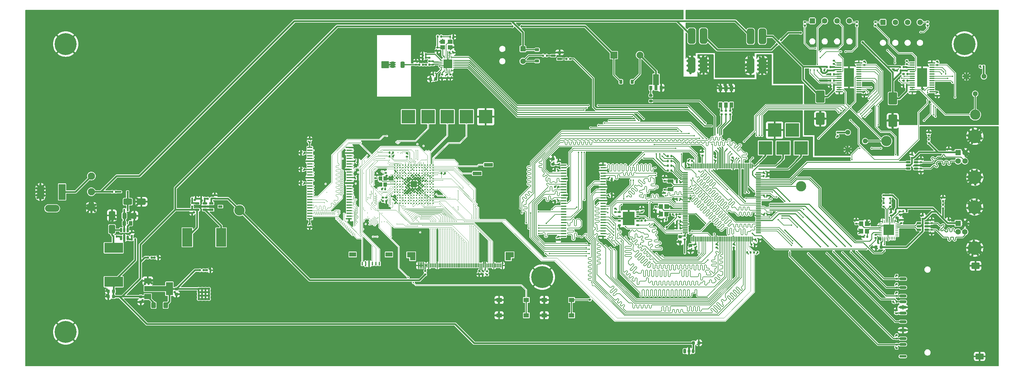
<source format=gbr>
%TF.GenerationSoftware,KiCad,Pcbnew,7.0.2*%
%TF.CreationDate,2023-10-13T18:39:37+02:00*%
%TF.ProjectId,3D Scanner with IR sensor Central Unit,33442053-6361-46e6-9e65-722077697468,1.0*%
%TF.SameCoordinates,Original*%
%TF.FileFunction,Copper,L1,Top*%
%TF.FilePolarity,Positive*%
%FSLAX46Y46*%
G04 Gerber Fmt 4.6, Leading zero omitted, Abs format (unit mm)*
G04 Created by KiCad (PCBNEW 7.0.2) date 2023-10-13 18:39:37*
%MOMM*%
%LPD*%
G01*
G04 APERTURE LIST*
G04 Aperture macros list*
%AMRoundRect*
0 Rectangle with rounded corners*
0 $1 Rounding radius*
0 $2 $3 $4 $5 $6 $7 $8 $9 X,Y pos of 4 corners*
0 Add a 4 corners polygon primitive as box body*
4,1,4,$2,$3,$4,$5,$6,$7,$8,$9,$2,$3,0*
0 Add four circle primitives for the rounded corners*
1,1,$1+$1,$2,$3*
1,1,$1+$1,$4,$5*
1,1,$1+$1,$6,$7*
1,1,$1+$1,$8,$9*
0 Add four rect primitives between the rounded corners*
20,1,$1+$1,$2,$3,$4,$5,0*
20,1,$1+$1,$4,$5,$6,$7,0*
20,1,$1+$1,$6,$7,$8,$9,0*
20,1,$1+$1,$8,$9,$2,$3,0*%
%AMFreePoly0*
4,1,9,3.862500,-0.866500,0.737500,-0.866500,0.737500,-0.450000,-0.737500,-0.450000,-0.737500,0.450000,0.737500,0.450000,0.737500,0.866500,3.862500,0.866500,3.862500,-0.866500,3.862500,-0.866500,$1*%
G04 Aperture macros list end*
%TA.AperFunction,ComponentPad*%
%ADD10C,1.440000*%
%TD*%
%TA.AperFunction,SMDPad,CuDef*%
%ADD11RoundRect,0.135000X-0.185000X0.135000X-0.185000X-0.135000X0.185000X-0.135000X0.185000X0.135000X0*%
%TD*%
%TA.AperFunction,SMDPad,CuDef*%
%ADD12RoundRect,0.062500X0.062500X-0.375000X0.062500X0.375000X-0.062500X0.375000X-0.062500X-0.375000X0*%
%TD*%
%TA.AperFunction,SMDPad,CuDef*%
%ADD13RoundRect,0.062500X0.375000X-0.062500X0.375000X0.062500X-0.375000X0.062500X-0.375000X-0.062500X0*%
%TD*%
%TA.AperFunction,SMDPad,CuDef*%
%ADD14R,3.100000X3.100000*%
%TD*%
%TA.AperFunction,SMDPad,CuDef*%
%ADD15RoundRect,0.135000X0.185000X-0.135000X0.185000X0.135000X-0.185000X0.135000X-0.185000X-0.135000X0*%
%TD*%
%TA.AperFunction,SMDPad,CuDef*%
%ADD16RoundRect,0.200000X-0.275000X0.200000X-0.275000X-0.200000X0.275000X-0.200000X0.275000X0.200000X0*%
%TD*%
%TA.AperFunction,SMDPad,CuDef*%
%ADD17RoundRect,0.140000X0.170000X-0.140000X0.170000X0.140000X-0.170000X0.140000X-0.170000X-0.140000X0*%
%TD*%
%TA.AperFunction,SMDPad,CuDef*%
%ADD18R,2.000000X1.500000*%
%TD*%
%TA.AperFunction,SMDPad,CuDef*%
%ADD19R,2.000000X3.800000*%
%TD*%
%TA.AperFunction,SMDPad,CuDef*%
%ADD20RoundRect,0.140000X0.140000X0.170000X-0.140000X0.170000X-0.140000X-0.170000X0.140000X-0.170000X0*%
%TD*%
%TA.AperFunction,SMDPad,CuDef*%
%ADD21RoundRect,0.140000X-0.140000X-0.170000X0.140000X-0.170000X0.140000X0.170000X-0.140000X0.170000X0*%
%TD*%
%TA.AperFunction,ComponentPad*%
%ADD22RoundRect,0.250000X-0.550000X0.550000X-0.550000X-0.550000X0.550000X-0.550000X0.550000X0.550000X0*%
%TD*%
%TA.AperFunction,ComponentPad*%
%ADD23C,1.600000*%
%TD*%
%TA.AperFunction,SMDPad,CuDef*%
%ADD24RoundRect,0.225000X-0.375000X0.225000X-0.375000X-0.225000X0.375000X-0.225000X0.375000X0.225000X0*%
%TD*%
%TA.AperFunction,SMDPad,CuDef*%
%ADD25R,1.510000X0.458000*%
%TD*%
%TA.AperFunction,SMDPad,CuDef*%
%ADD26RoundRect,0.135000X-0.135000X-0.185000X0.135000X-0.185000X0.135000X0.185000X-0.135000X0.185000X0*%
%TD*%
%TA.AperFunction,SMDPad,CuDef*%
%ADD27RoundRect,0.140000X-0.170000X0.140000X-0.170000X-0.140000X0.170000X-0.140000X0.170000X0.140000X0*%
%TD*%
%TA.AperFunction,SMDPad,CuDef*%
%ADD28RoundRect,0.147500X0.147500X0.172500X-0.147500X0.172500X-0.147500X-0.172500X0.147500X-0.172500X0*%
%TD*%
%TA.AperFunction,SMDPad,CuDef*%
%ADD29RoundRect,0.225000X-0.225000X-0.375000X0.225000X-0.375000X0.225000X0.375000X-0.225000X0.375000X0*%
%TD*%
%TA.AperFunction,SMDPad,CuDef*%
%ADD30RoundRect,0.150000X0.512500X0.150000X-0.512500X0.150000X-0.512500X-0.150000X0.512500X-0.150000X0*%
%TD*%
%TA.AperFunction,SMDPad,CuDef*%
%ADD31RoundRect,0.135000X0.135000X0.185000X-0.135000X0.185000X-0.135000X-0.185000X0.135000X-0.185000X0*%
%TD*%
%TA.AperFunction,SMDPad,CuDef*%
%ADD32RoundRect,0.250000X-0.325000X-0.650000X0.325000X-0.650000X0.325000X0.650000X-0.325000X0.650000X0*%
%TD*%
%TA.AperFunction,SMDPad,CuDef*%
%ADD33R,5.400000X2.900000*%
%TD*%
%TA.AperFunction,SMDPad,CuDef*%
%ADD34R,1.800000X1.000000*%
%TD*%
%TA.AperFunction,SMDPad,CuDef*%
%ADD35RoundRect,0.537500X-0.537500X-1.712500X0.537500X-1.712500X0.537500X1.712500X-0.537500X1.712500X0*%
%TD*%
%TA.AperFunction,SMDPad,CuDef*%
%ADD36R,1.200000X1.400000*%
%TD*%
%TA.AperFunction,SMDPad,CuDef*%
%ADD37RoundRect,0.250400X0.749600X-0.149600X0.749600X0.149600X-0.749600X0.149600X-0.749600X-0.149600X0*%
%TD*%
%TA.AperFunction,SMDPad,CuDef*%
%ADD38RoundRect,0.249900X0.750100X-0.100100X0.750100X0.100100X-0.750100X0.100100X-0.750100X-0.100100X0*%
%TD*%
%TA.AperFunction,SMDPad,CuDef*%
%ADD39RoundRect,0.250200X0.949800X-0.649800X0.949800X0.649800X-0.949800X0.649800X-0.949800X-0.649800X0*%
%TD*%
%TA.AperFunction,SMDPad,CuDef*%
%ADD40RoundRect,0.249900X0.950100X-0.600100X0.950100X0.600100X-0.950100X0.600100X-0.950100X-0.600100X0*%
%TD*%
%TA.AperFunction,SMDPad,CuDef*%
%ADD41RoundRect,0.147500X0.172500X-0.147500X0.172500X0.147500X-0.172500X0.147500X-0.172500X-0.147500X0*%
%TD*%
%TA.AperFunction,SMDPad,CuDef*%
%ADD42RoundRect,0.225000X-0.250000X0.225000X-0.250000X-0.225000X0.250000X-0.225000X0.250000X0.225000X0*%
%TD*%
%TA.AperFunction,SMDPad,CuDef*%
%ADD43RoundRect,0.225000X0.225000X0.250000X-0.225000X0.250000X-0.225000X-0.250000X0.225000X-0.250000X0*%
%TD*%
%TA.AperFunction,ComponentPad*%
%ADD44C,0.800000*%
%TD*%
%TA.AperFunction,ComponentPad*%
%ADD45C,6.400000*%
%TD*%
%TA.AperFunction,SMDPad,CuDef*%
%ADD46RoundRect,0.147500X-0.147500X-0.172500X0.147500X-0.172500X0.147500X0.172500X-0.147500X0.172500X0*%
%TD*%
%TA.AperFunction,SMDPad,CuDef*%
%ADD47R,0.300000X1.200000*%
%TD*%
%TA.AperFunction,SMDPad,CuDef*%
%ADD48R,2.400000X1.600000*%
%TD*%
%TA.AperFunction,SMDPad,CuDef*%
%ADD49R,1.600000X2.400000*%
%TD*%
%TA.AperFunction,SMDPad,CuDef*%
%ADD50RoundRect,0.150000X0.150000X-0.512500X0.150000X0.512500X-0.150000X0.512500X-0.150000X-0.512500X0*%
%TD*%
%TA.AperFunction,SMDPad,CuDef*%
%ADD51R,2.900000X5.400000*%
%TD*%
%TA.AperFunction,SMDPad,CuDef*%
%ADD52RoundRect,0.125000X-0.262500X-0.125000X0.262500X-0.125000X0.262500X0.125000X-0.262500X0.125000X0*%
%TD*%
%TA.AperFunction,SMDPad,CuDef*%
%ADD53R,3.400000X4.000000*%
%TD*%
%TA.AperFunction,SMDPad,CuDef*%
%ADD54R,0.400000X1.000000*%
%TD*%
%TA.AperFunction,SMDPad,CuDef*%
%ADD55R,2.000000X1.300000*%
%TD*%
%TA.AperFunction,SMDPad,CuDef*%
%ADD56R,4.000000X4.000000*%
%TD*%
%TA.AperFunction,SMDPad,CuDef*%
%ADD57RoundRect,0.112500X0.187500X0.112500X-0.187500X0.112500X-0.187500X-0.112500X0.187500X-0.112500X0*%
%TD*%
%TA.AperFunction,SMDPad,CuDef*%
%ADD58RoundRect,0.062500X0.350000X0.062500X-0.350000X0.062500X-0.350000X-0.062500X0.350000X-0.062500X0*%
%TD*%
%TA.AperFunction,SMDPad,CuDef*%
%ADD59RoundRect,0.062500X0.062500X0.350000X-0.062500X0.350000X-0.062500X-0.350000X0.062500X-0.350000X0*%
%TD*%
%TA.AperFunction,SMDPad,CuDef*%
%ADD60R,2.500000X2.500000*%
%TD*%
%TA.AperFunction,SMDPad,CuDef*%
%ADD61RoundRect,0.250000X-1.000000X-0.650000X1.000000X-0.650000X1.000000X0.650000X-1.000000X0.650000X0*%
%TD*%
%TA.AperFunction,SMDPad,CuDef*%
%ADD62C,0.400000*%
%TD*%
%TA.AperFunction,ComponentPad*%
%ADD63R,2.000000X2.000000*%
%TD*%
%TA.AperFunction,ComponentPad*%
%ADD64C,2.000000*%
%TD*%
%TA.AperFunction,ComponentPad*%
%ADD65RoundRect,0.250000X-0.550000X-0.550000X0.550000X-0.550000X0.550000X0.550000X-0.550000X0.550000X0*%
%TD*%
%TA.AperFunction,SMDPad,CuDef*%
%ADD66R,1.550000X1.300000*%
%TD*%
%TA.AperFunction,SMDPad,CuDef*%
%ADD67RoundRect,0.250000X-1.000000X1.500000X-1.000000X-1.500000X1.000000X-1.500000X1.000000X1.500000X0*%
%TD*%
%TA.AperFunction,SMDPad,CuDef*%
%ADD68R,1.400000X1.200000*%
%TD*%
%TA.AperFunction,SMDPad,CuDef*%
%ADD69RoundRect,0.147500X-0.172500X0.147500X-0.172500X-0.147500X0.172500X-0.147500X0.172500X0.147500X0*%
%TD*%
%TA.AperFunction,SMDPad,CuDef*%
%ADD70R,2.510000X1.000000*%
%TD*%
%TA.AperFunction,SMDPad,CuDef*%
%ADD71RoundRect,0.100000X-0.637500X-0.100000X0.637500X-0.100000X0.637500X0.100000X-0.637500X0.100000X0*%
%TD*%
%TA.AperFunction,SMDPad,CuDef*%
%ADD72R,2.850000X5.400000*%
%TD*%
%TA.AperFunction,SMDPad,CuDef*%
%ADD73C,3.000000*%
%TD*%
%TA.AperFunction,ComponentPad*%
%ADD74RoundRect,0.250001X0.799999X-0.799999X0.799999X0.799999X-0.799999X0.799999X-0.799999X-0.799999X0*%
%TD*%
%TA.AperFunction,ComponentPad*%
%ADD75C,2.100000*%
%TD*%
%TA.AperFunction,SMDPad,CuDef*%
%ADD76R,1.220000X0.650000*%
%TD*%
%TA.AperFunction,SMDPad,CuDef*%
%ADD77R,0.900000X1.300000*%
%TD*%
%TA.AperFunction,SMDPad,CuDef*%
%ADD78FreePoly0,90.000000*%
%TD*%
%TA.AperFunction,ComponentPad*%
%ADD79R,2.000000X4.600000*%
%TD*%
%TA.AperFunction,ComponentPad*%
%ADD80O,2.000000X4.200000*%
%TD*%
%TA.AperFunction,ComponentPad*%
%ADD81O,4.200000X2.000000*%
%TD*%
%TA.AperFunction,SMDPad,CuDef*%
%ADD82R,1.000000X1.150000*%
%TD*%
%TA.AperFunction,SMDPad,CuDef*%
%ADD83R,1.000000X1.500000*%
%TD*%
%TA.AperFunction,SMDPad,CuDef*%
%ADD84RoundRect,0.250000X-0.400000X-0.600000X0.400000X-0.600000X0.400000X0.600000X-0.400000X0.600000X0*%
%TD*%
%TA.AperFunction,ComponentPad*%
%ADD85R,1.600000X1.600000*%
%TD*%
%TA.AperFunction,ComponentPad*%
%ADD86C,4.000000*%
%TD*%
%TA.AperFunction,SMDPad,CuDef*%
%ADD87RoundRect,0.225000X0.250000X-0.225000X0.250000X0.225000X-0.250000X0.225000X-0.250000X-0.225000X0*%
%TD*%
%TA.AperFunction,SMDPad,CuDef*%
%ADD88RoundRect,0.250000X0.650000X-1.000000X0.650000X1.000000X-0.650000X1.000000X-0.650000X-1.000000X0*%
%TD*%
%TA.AperFunction,SMDPad,CuDef*%
%ADD89RoundRect,0.225000X-0.225000X-0.250000X0.225000X-0.250000X0.225000X0.250000X-0.225000X0.250000X0*%
%TD*%
%TA.AperFunction,SMDPad,CuDef*%
%ADD90RoundRect,0.075000X-0.662500X-0.075000X0.662500X-0.075000X0.662500X0.075000X-0.662500X0.075000X0*%
%TD*%
%TA.AperFunction,SMDPad,CuDef*%
%ADD91RoundRect,0.075000X-0.075000X-0.662500X0.075000X-0.662500X0.075000X0.662500X-0.075000X0.662500X0*%
%TD*%
%TA.AperFunction,SMDPad,CuDef*%
%ADD92RoundRect,0.250000X0.350000X0.650000X-0.350000X0.650000X-0.350000X-0.650000X0.350000X-0.650000X0*%
%TD*%
%TA.AperFunction,SMDPad,CuDef*%
%ADD93RoundRect,0.250000X-0.262500X-0.450000X0.262500X-0.450000X0.262500X0.450000X-0.262500X0.450000X0*%
%TD*%
%TA.AperFunction,ComponentPad*%
%ADD94RoundRect,0.200000X-0.200000X-0.450000X0.200000X-0.450000X0.200000X0.450000X-0.200000X0.450000X0*%
%TD*%
%TA.AperFunction,ComponentPad*%
%ADD95O,0.800000X1.300000*%
%TD*%
%TA.AperFunction,SMDPad,CuDef*%
%ADD96RoundRect,0.150000X0.587500X0.150000X-0.587500X0.150000X-0.587500X-0.150000X0.587500X-0.150000X0*%
%TD*%
%TA.AperFunction,ViaPad*%
%ADD97C,0.400000*%
%TD*%
%TA.AperFunction,ViaPad*%
%ADD98C,0.700000*%
%TD*%
%TA.AperFunction,ViaPad*%
%ADD99C,0.250000*%
%TD*%
%TA.AperFunction,Conductor*%
%ADD100C,0.200000*%
%TD*%
%TA.AperFunction,Conductor*%
%ADD101C,0.250000*%
%TD*%
%TA.AperFunction,Conductor*%
%ADD102C,0.300000*%
%TD*%
%TA.AperFunction,Conductor*%
%ADD103C,0.500000*%
%TD*%
%TA.AperFunction,Conductor*%
%ADD104C,0.400000*%
%TD*%
%TA.AperFunction,Conductor*%
%ADD105C,0.330000*%
%TD*%
%TA.AperFunction,Conductor*%
%ADD106C,0.254000*%
%TD*%
%TA.AperFunction,Conductor*%
%ADD107C,0.100000*%
%TD*%
%TA.AperFunction,Conductor*%
%ADD108C,0.150000*%
%TD*%
%TA.AperFunction,Conductor*%
%ADD109C,1.500000*%
%TD*%
G04 APERTURE END LIST*
D10*
%TO.P,RV2,1,1*%
%TO.N,GNDD*%
X308120000Y-222840000D03*
%TO.P,RV2,2,2*%
%TO.N,Net-(U12-AVREF)*%
X313200000Y-220300000D03*
%TO.P,RV2,3,3*%
%TO.N,Net-(R54-Pad1)*%
X308120000Y-217760000D03*
%TD*%
D11*
%TO.P,R55,1*%
%TO.N,/Stepper Motors/A1_1*%
X316200000Y-185590000D03*
%TO.P,R55,2*%
%TO.N,Net-(U6-AOUT1)*%
X316200000Y-186610000D03*
%TD*%
D12*
%TO.P,U10,1,VCCIO*%
%TO.N,VBUS*%
X318307500Y-248657500D03*
%TO.P,U10,2,RXD*%
%TO.N,USART1_TX*%
X318807500Y-248657500D03*
%TO.P,U10,3,RI*%
%TO.N,unconnected-(U10-RI-Pad3)*%
X319307500Y-248657500D03*
%TO.P,U10,4,GND*%
%TO.N,GND*%
X319807500Y-248657500D03*
%TO.P,U10,5,NC*%
%TO.N,unconnected-(U10-NC-Pad5)*%
X320307500Y-248657500D03*
%TO.P,U10,6,DSR*%
%TO.N,unconnected-(U10-DSR-Pad6)*%
X320807500Y-248657500D03*
%TO.P,U10,7,DCD*%
%TO.N,unconnected-(U10-DCD-Pad7)*%
X321307500Y-248657500D03*
%TO.P,U10,8,CTS*%
%TO.N,unconnected-(U10-CTS-Pad8)*%
X321807500Y-248657500D03*
D13*
%TO.P,U10,9,CBUS4*%
%TO.N,unconnected-(U10-CBUS4-Pad9)*%
X322495000Y-247970000D03*
%TO.P,U10,10,CBUS2*%
%TO.N,unconnected-(U10-CBUS2-Pad10)*%
X322495000Y-247470000D03*
%TO.P,U10,11,CBUS3*%
%TO.N,unconnected-(U10-CBUS3-Pad11)*%
X322495000Y-246970000D03*
%TO.P,U10,12,NC*%
%TO.N,unconnected-(U10-NC-Pad12)*%
X322495000Y-246470000D03*
%TO.P,U10,13,NC*%
%TO.N,unconnected-(U10-NC-Pad13)*%
X322495000Y-245970000D03*
%TO.P,U10,14,USBD+*%
%TO.N,/Power Supply/USB_D_P*%
X322495000Y-245470000D03*
%TO.P,U10,15,USBD-*%
%TO.N,/Power Supply/USB_D_N*%
X322495000Y-244970000D03*
%TO.P,U10,16,3V3OUT*%
%TO.N,Net-(U10-3V3OUT)*%
X322495000Y-244470000D03*
D12*
%TO.P,U10,17,GND*%
%TO.N,GND*%
X321807500Y-243782500D03*
%TO.P,U10,18,~{RESET}*%
%TO.N,Net-(U10-~{RESET})*%
X321307500Y-243782500D03*
%TO.P,U10,19,VCC*%
%TO.N,VBUS*%
X320807500Y-243782500D03*
%TO.P,U10,20,GND*%
%TO.N,GND*%
X320307500Y-243782500D03*
%TO.P,U10,21,CBUS1*%
%TO.N,Net-(U10-CBUS1)*%
X319807500Y-243782500D03*
%TO.P,U10,22,CBUS0*%
%TO.N,Net-(U10-CBUS0)*%
X319307500Y-243782500D03*
%TO.P,U10,23,NC*%
%TO.N,unconnected-(U10-NC-Pad23)*%
X318807500Y-243782500D03*
%TO.P,U10,24,AGND*%
%TO.N,GND*%
X318307500Y-243782500D03*
D13*
%TO.P,U10,25,NC*%
%TO.N,unconnected-(U10-NC-Pad25)*%
X317620000Y-244470000D03*
%TO.P,U10,26,TEST*%
%TO.N,GND*%
X317620000Y-244970000D03*
%TO.P,U10,27,OSCI*%
%TO.N,Net-(U10-OSCI)*%
X317620000Y-245470000D03*
%TO.P,U10,28,OSCO*%
%TO.N,Net-(U10-OSCO)*%
X317620000Y-245970000D03*
%TO.P,U10,29,NC*%
%TO.N,unconnected-(U10-NC-Pad29)*%
X317620000Y-246470000D03*
%TO.P,U10,30,TXD*%
%TO.N,USART1_RX*%
X317620000Y-246970000D03*
%TO.P,U10,31,DTR*%
%TO.N,Net-(U10-DTR)*%
X317620000Y-247470000D03*
%TO.P,U10,32,RTS*%
%TO.N,unconnected-(U10-RTS-Pad32)*%
X317620000Y-247970000D03*
D14*
%TO.P,U10,33,EP/GND*%
%TO.N,GND*%
X320057500Y-246220000D03*
%TD*%
D15*
%TO.P,R15,1*%
%TO.N,/Procesor/RGB_RED*%
X272600000Y-212510000D03*
%TO.P,R15,2*%
%TO.N,Net-(D11-GA)*%
X272600000Y-211490000D03*
%TD*%
D16*
%TO.P,R13,1*%
%TO.N,Net-(Q5-B)*%
X250700000Y-206975000D03*
%TO.P,R13,2*%
%TO.N,/Procesor/BUZZER*%
X250700000Y-208625000D03*
%TD*%
D11*
%TO.P,R37,1*%
%TO.N,+3.3V*%
X322400000Y-276890000D03*
%TO.P,R37,2*%
%TO.N,SDMMC1_D0*%
X322400000Y-277910000D03*
%TD*%
D17*
%TO.P,C68,1*%
%TO.N,GNDD*%
X312962500Y-206855000D03*
%TO.P,C68,2*%
%TO.N,+3.3V*%
X312962500Y-205895000D03*
%TD*%
D18*
%TO.P,U9,1,GND*%
%TO.N,GND*%
X103950000Y-261100000D03*
%TO.P,U9,2,VO*%
%TO.N,+3.3V*%
X103950000Y-263400000D03*
D19*
X110250000Y-263400000D03*
D18*
%TO.P,U9,3,VI*%
%TO.N,+5V*%
X103950000Y-265700000D03*
%TD*%
D20*
%TO.P,C50,1*%
%TO.N,Net-(C50-Pad1)*%
X184180000Y-198000000D03*
%TO.P,C50,2*%
%TO.N,Net-(J7-In)*%
X183220000Y-198000000D03*
%TD*%
D21*
%TO.P,C26,1*%
%TO.N,Net-(U5-VCAP_1)*%
X280020000Y-250500000D03*
%TO.P,C26,2*%
%TO.N,GND*%
X280980000Y-250500000D03*
%TD*%
D22*
%TO.P,J6,1,Pin_1*%
%TO.N,VCC_EN*%
X213375000Y-193400000D03*
D23*
%TO.P,J6,2,Pin_2*%
%TO.N,Net-(D12-A)*%
X213375000Y-197000000D03*
%TD*%
D15*
%TO.P,R6,1*%
%TO.N,VDD*%
X331800000Y-220910000D03*
%TO.P,R6,2*%
%TO.N,Net-(D6-A)*%
X331800000Y-219890000D03*
%TD*%
D24*
%TO.P,D12,1,K*%
%TO.N,VCC_EN*%
X217500000Y-193650000D03*
%TO.P,D12,2,A*%
%TO.N,Net-(D12-A)*%
X217500000Y-196950000D03*
%TD*%
D25*
%TO.P,U2,1,VDD*%
%TO.N,+3.3V*%
X225250000Y-227300000D03*
%TO.P,U2,2,DQ0*%
%TO.N,RAM_D0*%
X225250000Y-228100000D03*
%TO.P,U2,3,VDDQ*%
%TO.N,+3.3V*%
X225250000Y-228900000D03*
%TO.P,U2,4,DQ1*%
%TO.N,RAM_D1*%
X225250000Y-229700000D03*
%TO.P,U2,5,DQ2*%
%TO.N,RAM_D2*%
X225250000Y-230500000D03*
%TO.P,U2,6,GNDQ*%
%TO.N,GND*%
X225250000Y-231300000D03*
%TO.P,U2,7,DQ3*%
%TO.N,RAM_D3*%
X225250000Y-232100000D03*
%TO.P,U2,8,DQ4*%
%TO.N,RAM_D4*%
X225250000Y-232900000D03*
%TO.P,U2,9,VDDQ*%
%TO.N,+3.3V*%
X225250000Y-233700000D03*
%TO.P,U2,10,DQ5*%
%TO.N,RAM_D5*%
X225250000Y-234500000D03*
%TO.P,U2,11,DQ6*%
%TO.N,RAM_D6*%
X225250000Y-235300000D03*
%TO.P,U2,12,GNDQ*%
%TO.N,GND*%
X225250000Y-236100000D03*
%TO.P,U2,13,DQ7*%
%TO.N,RAM_D7*%
X225250000Y-236900000D03*
%TO.P,U2,14,VDD*%
%TO.N,+3.3V*%
X225250000Y-237700000D03*
%TO.P,U2,15,LDQM*%
%TO.N,RAM_DML*%
X225250000Y-238500000D03*
%TO.P,U2,16,~{WE}*%
%TO.N,SDNWE*%
X225250000Y-239300000D03*
%TO.P,U2,17,~{CAS}*%
%TO.N,SDNCAS*%
X225250000Y-240100000D03*
%TO.P,U2,18,~{RAS}*%
%TO.N,SDNRAS*%
X225250000Y-240900000D03*
%TO.P,U2,19,~{CS}*%
%TO.N,SDNE0*%
X225250000Y-241700000D03*
%TO.P,U2,20,BA0*%
%TO.N,RAM_BA0*%
X225250000Y-242500000D03*
%TO.P,U2,21,BA1*%
%TO.N,RAM_BA1*%
X225250000Y-243300000D03*
%TO.P,U2,22,A10*%
%TO.N,RAM_A10*%
X225250000Y-244100000D03*
%TO.P,U2,23,A0*%
%TO.N,RAM_A0*%
X225250000Y-244900000D03*
%TO.P,U2,24,A1*%
%TO.N,RAM_A1*%
X225250000Y-245700000D03*
%TO.P,U2,25,A2*%
%TO.N,RAM_A2*%
X225250000Y-246500000D03*
%TO.P,U2,26,A3*%
%TO.N,RAM_A3*%
X225250000Y-247300000D03*
%TO.P,U2,27,VDD*%
%TO.N,+3.3V*%
X225250000Y-248100000D03*
%TO.P,U2,28,GND*%
%TO.N,GND*%
X236750000Y-248100000D03*
%TO.P,U2,29,A4*%
%TO.N,RAM_A4*%
X236750000Y-247300000D03*
%TO.P,U2,30,A5*%
%TO.N,RAM_A5*%
X236750000Y-246500000D03*
%TO.P,U2,31,A6*%
%TO.N,RAM_A6*%
X236750000Y-245700000D03*
%TO.P,U2,32,A7*%
%TO.N,RAM_A7*%
X236750000Y-244900000D03*
%TO.P,U2,33,A8*%
%TO.N,RAM_A8*%
X236750000Y-244100000D03*
%TO.P,U2,34,A9*%
%TO.N,RAM_A9*%
X236750000Y-243300000D03*
%TO.P,U2,35,A11*%
%TO.N,RAM_A11*%
X236750000Y-242500000D03*
%TO.P,U2,36,NC*%
%TO.N,unconnected-(U2-NC-Pad36)*%
X236750000Y-241700000D03*
%TO.P,U2,37,CKE*%
%TO.N,SDCKE0*%
X236750000Y-240900000D03*
%TO.P,U2,38,CLK*%
%TO.N,SDCLK*%
X236750000Y-240100000D03*
%TO.P,U2,39,UDQM*%
%TO.N,RAM_DMH*%
X236750000Y-239300000D03*
%TO.P,U2,40,NC*%
%TO.N,unconnected-(U2-NC-Pad40)*%
X236750000Y-238500000D03*
%TO.P,U2,41,GND*%
%TO.N,GND*%
X236750000Y-237700000D03*
%TO.P,U2,42,DQ8*%
%TO.N,RAM_D8*%
X236750000Y-236900000D03*
%TO.P,U2,43,VDDQ*%
%TO.N,+3.3V*%
X236750000Y-236100000D03*
%TO.P,U2,44,DQ9*%
%TO.N,RAM_D9*%
X236750000Y-235300000D03*
%TO.P,U2,45,DQ10*%
%TO.N,RAM_D10*%
X236750000Y-234500000D03*
%TO.P,U2,46,GNDQ*%
%TO.N,GND*%
X236750000Y-233700000D03*
%TO.P,U2,47,DQ11*%
%TO.N,RAM_D11*%
X236750000Y-232900000D03*
%TO.P,U2,48,DQ12*%
%TO.N,RAM_D12*%
X236750000Y-232100000D03*
%TO.P,U2,49,VDDQ*%
%TO.N,+3.3V*%
X236750000Y-231300000D03*
%TO.P,U2,50,DQ13*%
%TO.N,RAM_D13*%
X236750000Y-230500000D03*
%TO.P,U2,51,DQ14*%
%TO.N,RAM_D14*%
X236750000Y-229700000D03*
%TO.P,U2,52,GNDQ*%
%TO.N,GND*%
X236750000Y-228900000D03*
%TO.P,U2,53,DQ15*%
%TO.N,RAM_D15*%
X236750000Y-228100000D03*
%TO.P,U2,54,GND*%
%TO.N,GND*%
X236750000Y-227300000D03*
%TD*%
D17*
%TO.P,C13,1*%
%TO.N,GND*%
X332600000Y-247180000D03*
%TO.P,C13,2*%
%TO.N,/Power Supply/USB_DSC_ESD_D+*%
X332600000Y-246220000D03*
%TD*%
D26*
%TO.P,R12,1*%
%TO.N,+3.3V*%
X257090000Y-241700000D03*
%TO.P,R12,2*%
%TO.N,NRST*%
X258110000Y-241700000D03*
%TD*%
D11*
%TO.P,R46,1*%
%TO.N,+3.3V*%
X334262500Y-197065000D03*
%TO.P,R46,2*%
%TO.N,NHOME_1*%
X334262500Y-198085000D03*
%TD*%
D26*
%TO.P,R1,1*%
%TO.N,Net-(U7-FB)*%
X99290000Y-249000000D03*
%TO.P,R1,2*%
%TO.N,+5V*%
X100310000Y-249000000D03*
%TD*%
D15*
%TO.P,R9,1*%
%TO.N,Net-(U10-CBUS0)*%
X318600000Y-239410000D03*
%TO.P,R9,2*%
%TO.N,Net-(D9-K)*%
X318600000Y-238390000D03*
%TD*%
D27*
%TO.P,C59,1*%
%TO.N,GND*%
X322400000Y-269620000D03*
%TO.P,C59,2*%
%TO.N,+3.3V*%
X322400000Y-270580000D03*
%TD*%
D20*
%TO.P,C1,1*%
%TO.N,Net-(U7-BST)*%
X94880000Y-248100000D03*
%TO.P,C1,2*%
%TO.N,Net-(D1-K)*%
X93920000Y-248100000D03*
%TD*%
D28*
%TO.P,D5,1,K*%
%TO.N,GND*%
X122185000Y-258000000D03*
%TO.P,D5,2,A*%
%TO.N,Net-(D5-A)*%
X121215000Y-258000000D03*
%TD*%
D29*
%TO.P,D10,1,K*%
%TO.N,+5V*%
X241950000Y-203000000D03*
%TO.P,D10,2,A*%
%TO.N,Net-(BZ1-+)*%
X245250000Y-203000000D03*
%TD*%
D27*
%TO.P,C34,1*%
%TO.N,+3.3V*%
X274900000Y-250420000D03*
%TO.P,C34,2*%
%TO.N,GND*%
X274900000Y-251380000D03*
%TD*%
D20*
%TO.P,C117,1*%
%TO.N,+3.3V*%
X149630000Y-228575000D03*
%TO.P,C117,2*%
%TO.N,GND*%
X148670000Y-228575000D03*
%TD*%
D17*
%TO.P,C11,1*%
%TO.N,VBUS*%
X330000000Y-242980000D03*
%TO.P,C11,2*%
%TO.N,GND*%
X330000000Y-242020000D03*
%TD*%
D30*
%TO.P,U11,1,I/O1*%
%TO.N,/Power Supply/USB_DSC_ESD_D+*%
X331137500Y-246150000D03*
%TO.P,U11,2,GND*%
%TO.N,GND*%
X331137500Y-245200000D03*
%TO.P,U11,3,I/O2*%
%TO.N,/Power Supply/USB_DSC_ESD_D-*%
X331137500Y-244250000D03*
%TO.P,U11,4,I/O2*%
%TO.N,/Power Supply/USB_D_N*%
X328862500Y-244250000D03*
%TO.P,U11,5,VBUS*%
%TO.N,VBUS*%
X328862500Y-245200000D03*
%TO.P,U11,6,I/O1*%
%TO.N,/Power Supply/USB_D_P*%
X328862500Y-246150000D03*
%TD*%
D15*
%TO.P,R11,1*%
%TO.N,Net-(U5-BOOT0)*%
X265700000Y-224510000D03*
%TO.P,R11,2*%
%TO.N,GND*%
X265700000Y-223490000D03*
%TD*%
D17*
%TO.P,C9,1*%
%TO.N,GND*%
X329500000Y-229280000D03*
%TO.P,C9,2*%
%TO.N,/Power Supply/USB_ESD_D-*%
X329500000Y-228320000D03*
%TD*%
D11*
%TO.P,R61,1*%
%TO.N,GND*%
X173400000Y-228590000D03*
%TO.P,R61,2*%
%TO.N,Net-(U1-BOOT0)*%
X173400000Y-229610000D03*
%TD*%
D20*
%TO.P,C48,1*%
%TO.N,GND*%
X239280000Y-231300000D03*
%TO.P,C48,2*%
%TO.N,+3.3V*%
X238320000Y-231300000D03*
%TD*%
D31*
%TO.P,R40,1*%
%TO.N,Net-(U6-VCP)*%
X324372500Y-198675000D03*
%TO.P,R40,2*%
%TO.N,Net-(U6-VMA)*%
X323352500Y-198675000D03*
%TD*%
D27*
%TO.P,C37,1*%
%TO.N,+3.3V*%
X263700000Y-250400000D03*
%TO.P,C37,2*%
%TO.N,GND*%
X263700000Y-251360000D03*
%TD*%
D31*
%TO.P,R60,1*%
%TO.N,+3.3V*%
X281820000Y-252800000D03*
%TO.P,R60,2*%
%TO.N,I2C2_SDA*%
X280800000Y-252800000D03*
%TD*%
D32*
%TO.P,C3,1*%
%TO.N,Net-(U7-IN)*%
X97125000Y-242100000D03*
%TO.P,C3,2*%
%TO.N,GND*%
X100075000Y-242100000D03*
%TD*%
D33*
%TO.P,L1,1*%
%TO.N,Net-(D1-K)*%
X94000000Y-251450000D03*
%TO.P,L1,2*%
%TO.N,+5V*%
X94000000Y-261350000D03*
%TD*%
D34*
%TO.P,Y3,1,1*%
%TO.N,Net-(U5-PC15)*%
X256400000Y-234450000D03*
%TO.P,Y3,2,2*%
%TO.N,Net-(U5-PC14)*%
X256400000Y-231950000D03*
%TD*%
D27*
%TO.P,C57,1*%
%TO.N,Net-(U3-DVDD)*%
X192200000Y-200920000D03*
%TO.P,C57,2*%
%TO.N,GND*%
X192200000Y-201880000D03*
%TD*%
D31*
%TO.P,R44,1*%
%TO.N,Net-(R44-Pad1)*%
X347800000Y-198510000D03*
%TO.P,R44,2*%
%TO.N,+3.3V*%
X346780000Y-198510000D03*
%TD*%
D27*
%TO.P,C35,1*%
%TO.N,+3.3V*%
X269900000Y-250420000D03*
%TO.P,C35,2*%
%TO.N,GND*%
X269900000Y-251380000D03*
%TD*%
D35*
%TO.P,FL2,1,1*%
%TO.N,VCC_EN*%
X279785000Y-189750000D03*
%TO.P,FL2,2,2*%
%TO.N,Net-(U12-VMA)*%
X283215000Y-189750000D03*
%TO.P,FL2,3,3*%
%TO.N,GND*%
X283215000Y-198250000D03*
%TO.P,FL2,4,4*%
%TO.N,GNDD*%
X279785000Y-198250000D03*
%TD*%
D36*
%TO.P,Y1,1,1*%
%TO.N,Net-(U10-OSCI)*%
X312050000Y-244400000D03*
%TO.P,Y1,2,2*%
%TO.N,GND*%
X312050000Y-246600000D03*
%TO.P,Y1,3,3*%
%TO.N,Net-(U10-OSCO)*%
X313750000Y-246600000D03*
%TO.P,Y1,4,4*%
%TO.N,GND*%
X313750000Y-244400000D03*
%TD*%
D20*
%TO.P,C44,1*%
%TO.N,Net-(U3-VDD_PA)*%
X185080000Y-196000000D03*
%TO.P,C44,2*%
%TO.N,GND*%
X184120000Y-196000000D03*
%TD*%
D15*
%TO.P,R67,1*%
%TO.N,+3.3V*%
X202950000Y-259285000D03*
%TO.P,R67,2*%
%TO.N,Net-(J11-Pin_10)*%
X202950000Y-258265000D03*
%TD*%
D11*
%TO.P,R35,1*%
%TO.N,+3.3V*%
X322400000Y-259490000D03*
%TO.P,R35,2*%
%TO.N,SDMMC1_D2*%
X322400000Y-260510000D03*
%TD*%
D37*
%TO.P,J10,1,CD/DAT3*%
%TO.N,SDMMC1_D3*%
X324200000Y-263020000D03*
%TO.P,J10,2,CMD*%
%TO.N,SDMMC1_CMD*%
X324200000Y-265520000D03*
%TO.P,J10,3,VSS*%
%TO.N,GND*%
X324200000Y-268820000D03*
%TO.P,J10,4,VDD*%
%TO.N,+3.3V*%
X324200000Y-270520000D03*
%TO.P,J10,5,CLK*%
%TO.N,SDMMC1_CK*%
X324200000Y-273020000D03*
%TO.P,J10,6,VSS*%
%TO.N,GND*%
X324200000Y-275520000D03*
%TO.P,J10,7,DAT0*%
%TO.N,SDMMC1_D0*%
X324200000Y-277950000D03*
%TO.P,J10,8,DAT1*%
%TO.N,SDMMC1_D1*%
X324200000Y-279650000D03*
%TO.P,J10,9,DAT2*%
%TO.N,SDMMC1_D2*%
X324200000Y-260520000D03*
%TO.P,J10,10,CARD_DETECT*%
%TO.N,SD_DET*%
X324200000Y-267220000D03*
D38*
%TO.P,J10,11,WRITE_PROTECT*%
%TO.N,unconnected-(J10-WRITE_PROTECT-Pad11)*%
X324200000Y-283140000D03*
D39*
%TO.P,J10,12,SHELL1*%
%TO.N,GND*%
X345400000Y-256700000D03*
D40*
%TO.P,J10,13,SHELL2*%
X346600000Y-283150000D03*
%TD*%
D17*
%TO.P,C8,1*%
%TO.N,VDD*%
X337600000Y-223580000D03*
%TO.P,C8,2*%
%TO.N,GND*%
X337600000Y-222620000D03*
%TD*%
D21*
%TO.P,C70,1*%
%TO.N,GNDD*%
X303082500Y-203975000D03*
%TO.P,C70,2*%
%TO.N,Net-(U12-VMA)*%
X304042500Y-203975000D03*
%TD*%
D31*
%TO.P,R66,1*%
%TO.N,+3.3V*%
X175510000Y-223700000D03*
%TO.P,R66,2*%
%TO.N,/Touch Screen/I2C1_SDA*%
X174490000Y-223700000D03*
%TD*%
D30*
%TO.P,U14,1,SW*%
%TO.N,Net-(D17-A)*%
X120637500Y-240350000D03*
%TO.P,U14,2,GND*%
%TO.N,GND*%
X120637500Y-239400000D03*
%TO.P,U14,3,FB*%
%TO.N,Net-(U14-FB)*%
X120637500Y-238450000D03*
%TO.P,U14,4,~{SHDN}*%
%TO.N,Net-(U14-~{SHDN})*%
X118362500Y-238450000D03*
%TO.P,U14,5,IN*%
%TO.N,+5V*%
X118362500Y-240350000D03*
%TD*%
D41*
%TO.P,D9,1,K*%
%TO.N,Net-(D9-K)*%
X318600000Y-237085000D03*
%TO.P,D9,2,A*%
%TO.N,VBUS*%
X318600000Y-236115000D03*
%TD*%
D26*
%TO.P,R21,1*%
%TO.N,Net-(U4-CLK)*%
X248040000Y-243500000D03*
%TO.P,R21,2*%
%TO.N,QUADSPI_CLK*%
X249060000Y-243500000D03*
%TD*%
D27*
%TO.P,C10,1*%
%TO.N,GND*%
X329500000Y-225520000D03*
%TO.P,C10,2*%
%TO.N,/Power Supply/USB_ESD_D+*%
X329500000Y-226480000D03*
%TD*%
D41*
%TO.P,D8,1,K*%
%TO.N,Net-(D8-K)*%
X320500000Y-237085000D03*
%TO.P,D8,2,A*%
%TO.N,VBUS*%
X320500000Y-236115000D03*
%TD*%
D42*
%TO.P,C58,1*%
%TO.N,GND*%
X222100000Y-225525000D03*
%TO.P,C58,2*%
%TO.N,+3.3V*%
X222100000Y-227075000D03*
%TD*%
D20*
%TO.P,C38,1*%
%TO.N,+3.3V*%
X259260000Y-243800000D03*
%TO.P,C38,2*%
%TO.N,GND*%
X258300000Y-243800000D03*
%TD*%
D43*
%TO.P,C2,1*%
%TO.N,+5V*%
X93975000Y-264100000D03*
%TO.P,C2,2*%
%TO.N,GND*%
X92425000Y-264100000D03*
%TD*%
D21*
%TO.P,C55,1*%
%TO.N,+3.3V*%
X192020000Y-194500000D03*
%TO.P,C55,2*%
%TO.N,GND*%
X192980000Y-194500000D03*
%TD*%
D35*
%TO.P,FL1,1,1*%
%TO.N,VCC_EN*%
X262602500Y-189607500D03*
%TO.P,FL1,2,2*%
%TO.N,Net-(U6-VMA)*%
X266032500Y-189607500D03*
%TO.P,FL1,3,3*%
%TO.N,GND*%
X266032500Y-198107500D03*
%TO.P,FL1,4,4*%
%TO.N,GNDD*%
X262602500Y-198107500D03*
%TD*%
D44*
%TO.P,H3,1,1*%
%TO.N,GNDD*%
X339800000Y-192000000D03*
X340502944Y-190302944D03*
X340502944Y-193697056D03*
X342200000Y-189600000D03*
D45*
X342200000Y-192000000D03*
D44*
X342200000Y-194400000D03*
X343897056Y-190302944D03*
X343897056Y-193697056D03*
X344600000Y-192000000D03*
%TD*%
D46*
%TO.P,FB1,1*%
%TO.N,Net-(U7-IN)*%
X97115000Y-240400000D03*
%TO.P,FB1,2*%
%TO.N,Net-(D18-K)*%
X98085000Y-240400000D03*
%TD*%
D21*
%TO.P,C64,1*%
%TO.N,GNDD*%
X324382500Y-203975000D03*
%TO.P,C64,2*%
%TO.N,Net-(U6-VMA)*%
X325342500Y-203975000D03*
%TD*%
D47*
%TO.P,J11,1,Pin_1*%
%TO.N,GND*%
X207400000Y-256600000D03*
%TO.P,J11,2,Pin_2*%
%TO.N,unconnected-(J11-Pin_2-Pad2)*%
X206900000Y-256600000D03*
%TO.P,J11,3,Pin_3*%
%TO.N,unconnected-(J11-Pin_3-Pad3)*%
X206400000Y-256600000D03*
%TO.P,J11,4,Pin_4*%
%TO.N,unconnected-(J11-Pin_4-Pad4)*%
X205900000Y-256600000D03*
%TO.P,J11,5,Pin_5*%
%TO.N,unconnected-(J11-Pin_5-Pad5)*%
X205400000Y-256600000D03*
%TO.P,J11,6,Pin_6*%
%TO.N,GND*%
X204900000Y-256600000D03*
%TO.P,J11,7,Pin_7*%
%TO.N,/Touch Screen/TP_MOSI*%
X204400000Y-256600000D03*
%TO.P,J11,8,Pin_8*%
%TO.N,/Touch Screen/TP_SCK*%
X203900000Y-256600000D03*
%TO.P,J11,9,Pin_9*%
%TO.N,/Touch Screen/CS*%
X203400000Y-256600000D03*
%TO.P,J11,10,Pin_10*%
%TO.N,Net-(J11-Pin_10)*%
X202900000Y-256600000D03*
%TO.P,J11,11,Pin_11*%
%TO.N,GND*%
X202400000Y-256600000D03*
%TO.P,J11,12,Pin_12*%
X201900000Y-256600000D03*
%TO.P,J11,13,Pin_13*%
%TO.N,+3.3V*%
X201400000Y-256600000D03*
%TO.P,J11,14,Pin_14*%
X200900000Y-256600000D03*
%TO.P,J11,15,Pin_15*%
%TO.N,/Touch Screen/LTDC_R7*%
X200400000Y-256600000D03*
%TO.P,J11,16,Pin_16*%
%TO.N,/Touch Screen/LTDC_R6*%
X199900000Y-256600000D03*
%TO.P,J11,17,Pin_17*%
%TO.N,/Touch Screen/LTDC_R5*%
X199400000Y-256600000D03*
%TO.P,J11,18,Pin_18*%
%TO.N,/Touch Screen/LTDC_R4*%
X198900000Y-256600000D03*
%TO.P,J11,19,Pin_19*%
%TO.N,/Touch Screen/LTDC_R3*%
X198400000Y-256600000D03*
%TO.P,J11,20,Pin_20*%
%TO.N,/Touch Screen/LTDC_R2*%
X197900000Y-256600000D03*
%TO.P,J11,21,Pin_21*%
%TO.N,/Touch Screen/LTDC_R1*%
X197400000Y-256600000D03*
%TO.P,J11,22,Pin_22*%
%TO.N,/Touch Screen/LTDC_R0*%
X196900000Y-256600000D03*
%TO.P,J11,23,Pin_23*%
%TO.N,/Touch Screen/LTDC_G7*%
X196400000Y-256600000D03*
%TO.P,J11,24,Pin_24*%
%TO.N,/Touch Screen/LTDC_G6*%
X195900000Y-256600000D03*
%TO.P,J11,25,Pin_25*%
%TO.N,/Touch Screen/LTDC_G5*%
X195400000Y-256600000D03*
%TO.P,J11,26,Pin_26*%
%TO.N,/Touch Screen/LTDC_G4*%
X194900000Y-256600000D03*
%TO.P,J11,27,Pin_27*%
%TO.N,/Touch Screen/LTDC_G3*%
X194400000Y-256600000D03*
%TO.P,J11,28,Pin_28*%
%TO.N,/Touch Screen/LTDC_G2*%
X193900000Y-256600000D03*
%TO.P,J11,29,Pin_29*%
%TO.N,/Touch Screen/LTDC_G1*%
X193400000Y-256600000D03*
%TO.P,J11,30,Pin_30*%
%TO.N,/Touch Screen/LTDC_G0*%
X192900000Y-256600000D03*
%TO.P,J11,31,Pin_31*%
%TO.N,/Touch Screen/LTDC_B7*%
X192400000Y-256600000D03*
%TO.P,J11,32,Pin_32*%
%TO.N,/Touch Screen/LTDC_B6*%
X191900000Y-256600000D03*
%TO.P,J11,33,Pin_33*%
%TO.N,/Touch Screen/LTDC_B5*%
X191400000Y-256600000D03*
%TO.P,J11,34,Pin_34*%
%TO.N,/Touch Screen/LTDC_B4*%
X190900000Y-256600000D03*
%TO.P,J11,35,Pin_35*%
%TO.N,/Touch Screen/LTDC_B3*%
X190400000Y-256600000D03*
%TO.P,J11,36,Pin_36*%
%TO.N,/Touch Screen/LTDC_B2*%
X189900000Y-256600000D03*
%TO.P,J11,37,Pin_37*%
%TO.N,/Touch Screen/LTDC_B1*%
X189400000Y-256600000D03*
%TO.P,J11,38,Pin_38*%
%TO.N,/Touch Screen/LTDC_B0*%
X188900000Y-256600000D03*
%TO.P,J11,39,Pin_39*%
%TO.N,GND*%
X188400000Y-256600000D03*
%TO.P,J11,40,Pin_40*%
%TO.N,/Touch Screen/LTDC_DE*%
X187900000Y-256600000D03*
%TO.P,J11,41,Pin_40*%
%TO.N,/Touch Screen/LTDC_CLK*%
X187400000Y-256600000D03*
%TO.P,J11,42,Pin_40*%
%TO.N,/Touch Screen/LTDC_HSYNC*%
X186900000Y-256600000D03*
%TO.P,J11,43,Pin_40*%
%TO.N,/Touch Screen/LTDC_VSYNC*%
X186400000Y-256600000D03*
%TO.P,J11,44,Pin_40*%
%TO.N,GND*%
X185900000Y-256600000D03*
%TO.P,J11,45,Pin_40*%
%TO.N,/Touch Screen/LED_A*%
X185400000Y-256600000D03*
%TO.P,J11,46,Pin_40*%
X184900000Y-256600000D03*
%TO.P,J11,47,Pin_40*%
%TO.N,GND*%
X184400000Y-256600000D03*
%TO.P,J11,48,Pin_40*%
X183900000Y-256600000D03*
%TO.P,J11,49,Pin_40*%
X183400000Y-256600000D03*
%TO.P,J11,50,Pin_40*%
X182900000Y-256600000D03*
D48*
%TO.P,J11,MP*%
%TO.N,N/C*%
X209500000Y-253500000D03*
D49*
X209100000Y-253900000D03*
X181200000Y-253900000D03*
D48*
X180800000Y-253500000D03*
%TD*%
D50*
%TO.P,U7,1,BST*%
%TO.N,Net-(U7-BST)*%
X96150000Y-248537500D03*
%TO.P,U7,2,GND*%
%TO.N,GND*%
X97100000Y-248537500D03*
%TO.P,U7,3,FB*%
%TO.N,Net-(U7-FB)*%
X98050000Y-248537500D03*
%TO.P,U7,4,EN*%
%TO.N,Net-(U7-EN)*%
X98050000Y-246262500D03*
%TO.P,U7,5,IN*%
%TO.N,Net-(U7-IN)*%
X97100000Y-246262500D03*
%TO.P,U7,6,SW*%
%TO.N,Net-(D1-K)*%
X96150000Y-246262500D03*
%TD*%
D20*
%TO.P,C17,1*%
%TO.N,VBUS*%
X317880000Y-249900000D03*
%TO.P,C17,2*%
%TO.N,GND*%
X316920000Y-249900000D03*
%TD*%
D51*
%TO.P,L2,1*%
%TO.N,+5V*%
X115450000Y-248400000D03*
%TO.P,L2,2*%
%TO.N,Net-(D17-A)*%
X125350000Y-248400000D03*
%TD*%
D11*
%TO.P,R70,1*%
%TO.N,/Touch Screen/LED_A*%
X184900000Y-258190000D03*
%TO.P,R70,2*%
%TO.N,Net-(#FLG01-pwr)*%
X184900000Y-259210000D03*
%TD*%
D17*
%TO.P,C101,1*%
%TO.N,GND*%
X116900000Y-241280000D03*
%TO.P,C101,2*%
%TO.N,+5V*%
X116900000Y-240320000D03*
%TD*%
D26*
%TO.P,R43,1*%
%TO.N,GNDD*%
X324452500Y-200700000D03*
%TO.P,R43,2*%
%TO.N,Net-(U6-ISENA)*%
X325472500Y-200700000D03*
%TD*%
D28*
%TO.P,D4,1,K*%
%TO.N,GND*%
X106975000Y-254300000D03*
%TO.P,D4,2,A*%
%TO.N,Net-(D4-A)*%
X106005000Y-254300000D03*
%TD*%
D17*
%TO.P,C41,1*%
%TO.N,+3.3V*%
X269500000Y-226080000D03*
%TO.P,C41,2*%
%TO.N,GND*%
X269500000Y-225120000D03*
%TD*%
D52*
%TO.P,U4,1,~{CS}*%
%TO.N,QUADSPI_BK1_NCS*%
X241537500Y-240995000D03*
%TO.P,U4,2,DO(IO1)*%
%TO.N,QUADSPI_BK1_IO1*%
X241537500Y-242265000D03*
%TO.P,U4,3,IO2*%
%TO.N,QUADSPI_BK1_IO2*%
X241537500Y-243535000D03*
%TO.P,U4,4,GND*%
%TO.N,GND*%
X241537500Y-244805000D03*
%TO.P,U4,5,DI(IO0)*%
%TO.N,QUADSPI_BK1_IO0*%
X246862500Y-244805000D03*
%TO.P,U4,6,CLK*%
%TO.N,Net-(U4-CLK)*%
X246862500Y-243535000D03*
%TO.P,U4,7,IO3*%
%TO.N,QUADSPI_BK1_IO3*%
X246862500Y-242265000D03*
%TO.P,U4,8,VCC*%
%TO.N,+3.3V*%
X246862500Y-240995000D03*
D53*
%TO.P,U4,9,EP*%
%TO.N,GND*%
X244200000Y-242900000D03*
%TD*%
D31*
%TO.P,R25,1*%
%TO.N,/Procesor/TIM10_CH1*%
X227110000Y-196350000D03*
%TO.P,R25,2*%
%TO.N,Net-(Q6-G)*%
X226090000Y-196350000D03*
%TD*%
D21*
%TO.P,C46,1*%
%TO.N,Net-(U3-XC2)*%
X192120000Y-189862500D03*
%TO.P,C46,2*%
%TO.N,GND*%
X193080000Y-189862500D03*
%TD*%
D54*
%TO.P,J12,1,Pin_1*%
%TO.N,/Touch Screen/I2C1_SCL*%
X171500000Y-256100000D03*
%TO.P,J12,2,Pin_2*%
%TO.N,/Touch Screen/I2C1_SDA*%
X170500000Y-256100000D03*
%TO.P,J12,3,Pin_3*%
%TO.N,/Touch Screen/TP_!INT*%
X169500000Y-256100000D03*
%TO.P,J12,4,Pin_4*%
%TO.N,GND*%
X168500000Y-256100000D03*
%TO.P,J12,5,Pin_5*%
%TO.N,+3.3V*%
X167500000Y-256100000D03*
%TO.P,J12,6,Pin_6*%
%TO.N,/Touch Screen/TP_NRST*%
X166500000Y-256100000D03*
D55*
%TO.P,J12,MP*%
%TO.N,N/C*%
X174300000Y-253400000D03*
X163700000Y-253400000D03*
%TD*%
D25*
%TO.P,U13,1,VDD*%
%TO.N,+3.3V*%
X151200000Y-222175000D03*
%TO.P,U13,2,DQ0*%
%TO.N,/Touch Screen/FMC_D0*%
X151200000Y-222975000D03*
%TO.P,U13,3,VDDQ*%
%TO.N,+3.3V*%
X151200000Y-223775000D03*
%TO.P,U13,4,DQ1*%
%TO.N,/Touch Screen/FMC_D1*%
X151200000Y-224575000D03*
%TO.P,U13,5,DQ2*%
%TO.N,/Touch Screen/FMC_D2*%
X151200000Y-225375000D03*
%TO.P,U13,6,VSSQ*%
%TO.N,GND*%
X151200000Y-226175000D03*
%TO.P,U13,7,DQ3*%
%TO.N,/Touch Screen/FMC_D3*%
X151200000Y-226975000D03*
%TO.P,U13,8,DQ4*%
%TO.N,/Touch Screen/FMC_D4*%
X151200000Y-227775000D03*
%TO.P,U13,9,VDDQ*%
%TO.N,+3.3V*%
X151200000Y-228575000D03*
%TO.P,U13,10,DQ5*%
%TO.N,/Touch Screen/FMC_D5*%
X151200000Y-229375000D03*
%TO.P,U13,11,DQ6*%
%TO.N,/Touch Screen/FMC_D6*%
X151200000Y-230175000D03*
%TO.P,U13,12,VSSQ*%
%TO.N,GND*%
X151200000Y-230975000D03*
%TO.P,U13,13,DQ7*%
%TO.N,/Touch Screen/FMC_D7*%
X151200000Y-231775000D03*
%TO.P,U13,14,VDD*%
%TO.N,+3.3V*%
X151200000Y-232575000D03*
%TO.P,U13,15,LDQM*%
%TO.N,/Touch Screen/FMC_NBL0*%
X151200000Y-233375000D03*
%TO.P,U13,16,~{WE}*%
%TO.N,/Touch Screen/FMC_SDNWE*%
X151200000Y-234175000D03*
%TO.P,U13,17,~{CAS}*%
%TO.N,/Touch Screen/FMC_SDNCAS*%
X151200000Y-234975000D03*
%TO.P,U13,18,~{RAS}*%
%TO.N,/Touch Screen/FMC_SDNRAS*%
X151200000Y-235775000D03*
%TO.P,U13,19,~{CS}*%
%TO.N,/Touch Screen/FMC_SDNE1*%
X151200000Y-236575000D03*
%TO.P,U13,20,BA0*%
%TO.N,/Touch Screen/FMC_BA0*%
X151200000Y-237375000D03*
%TO.P,U13,21,BA1*%
%TO.N,/Touch Screen/FMC_BA1*%
X151200000Y-238175000D03*
%TO.P,U13,22,A10/AP*%
%TO.N,/Touch Screen/FMC_A10*%
X151200000Y-238975000D03*
%TO.P,U13,23,A0*%
%TO.N,/Touch Screen/FMC_A0*%
X151200000Y-239775000D03*
%TO.P,U13,24,A1*%
%TO.N,/Touch Screen/FMC_A1*%
X151200000Y-240575000D03*
%TO.P,U13,25,A2*%
%TO.N,/Touch Screen/FMC_A2*%
X151200000Y-241375000D03*
%TO.P,U13,26,A3*%
%TO.N,/Touch Screen/FMC_A3*%
X151200000Y-242175000D03*
%TO.P,U13,27,VDD*%
%TO.N,+3.3V*%
X151200000Y-242975000D03*
%TO.P,U13,28,VSS*%
%TO.N,GND*%
X162700000Y-242975000D03*
%TO.P,U13,29,A4*%
%TO.N,/Touch Screen/FMC_A4*%
X162700000Y-242175000D03*
%TO.P,U13,30,A5*%
%TO.N,/Touch Screen/FMC_A5*%
X162700000Y-241375000D03*
%TO.P,U13,31,A6*%
%TO.N,/Touch Screen/FMC_A6*%
X162700000Y-240575000D03*
%TO.P,U13,32,A7*%
%TO.N,/Touch Screen/FMC_A7*%
X162700000Y-239775000D03*
%TO.P,U13,33,A8*%
%TO.N,/Touch Screen/FMC_A8*%
X162700000Y-238975000D03*
%TO.P,U13,34,A9*%
%TO.N,/Touch Screen/FMC_A9*%
X162700000Y-238175000D03*
%TO.P,U13,35,A11*%
%TO.N,/Touch Screen/FMC_A11*%
X162700000Y-237375000D03*
%TO.P,U13,36,NC*%
%TO.N,unconnected-(U13-NC-Pad36)*%
X162700000Y-236575000D03*
%TO.P,U13,37,CKE*%
%TO.N,/Touch Screen/FMC_SDCKE1*%
X162700000Y-235775000D03*
%TO.P,U13,38,CLK*%
%TO.N,/Touch Screen/FMC_SDCLK*%
X162700000Y-234975000D03*
%TO.P,U13,39,UDQM*%
%TO.N,/Touch Screen/FMC_NBL1*%
X162700000Y-234175000D03*
%TO.P,U13,40,NC/RFU*%
%TO.N,unconnected-(U13-NC{slash}RFU-Pad40)*%
X162700000Y-233375000D03*
%TO.P,U13,41,VSS*%
%TO.N,GND*%
X162700000Y-232575000D03*
%TO.P,U13,42,DQ8*%
%TO.N,/Touch Screen/FMC_D8*%
X162700000Y-231775000D03*
%TO.P,U13,43,VDDQ*%
%TO.N,+3.3V*%
X162700000Y-230975000D03*
%TO.P,U13,44,DQ9*%
%TO.N,/Touch Screen/FMC_D9*%
X162700000Y-230175000D03*
%TO.P,U13,45,DQ10*%
%TO.N,/Touch Screen/FMC_D10*%
X162700000Y-229375000D03*
%TO.P,U13,46,VSSQ*%
%TO.N,GND*%
X162700000Y-228575000D03*
%TO.P,U13,47,DQ11*%
%TO.N,/Touch Screen/FMC_D11*%
X162700000Y-227775000D03*
%TO.P,U13,48,DQ12*%
%TO.N,/Touch Screen/FMC_D12*%
X162700000Y-226975000D03*
%TO.P,U13,49,VDDQ*%
%TO.N,+3.3V*%
X162700000Y-226175000D03*
%TO.P,U13,50,DQ13*%
%TO.N,/Touch Screen/FMC_D13*%
X162700000Y-225375000D03*
%TO.P,U13,51,DQ14*%
%TO.N,/Touch Screen/FMC_D14*%
X162700000Y-224575000D03*
%TO.P,U13,52,VSSQ*%
%TO.N,GND*%
X162700000Y-223775000D03*
%TO.P,U13,53,DQ15*%
%TO.N,/Touch Screen/FMC_D15*%
X162700000Y-222975000D03*
%TO.P,U13,54,VSS*%
%TO.N,GND*%
X162700000Y-222175000D03*
%TD*%
D11*
%TO.P,R2,1*%
%TO.N,GND*%
X99300000Y-246990000D03*
%TO.P,R2,2*%
%TO.N,Net-(U7-FB)*%
X99300000Y-248010000D03*
%TD*%
D56*
%TO.P,J15,1,Pin_1*%
%TO.N,/Procesor/SWDIO*%
X289300000Y-222300000D03*
%TD*%
%TO.P,J18,1,Pin_1*%
%TO.N,+3.3V*%
X292000000Y-217100000D03*
%TD*%
D31*
%TO.P,R65,1*%
%TO.N,+3.3V*%
X175510000Y-224800000D03*
%TO.P,R65,2*%
%TO.N,/Touch Screen/I2C1_SCL*%
X174490000Y-224800000D03*
%TD*%
D26*
%TO.P,R63,1*%
%TO.N,+3.3V*%
X261690000Y-226000000D03*
%TO.P,R63,2*%
%TO.N,Net-(U5-PDR_ON)*%
X262710000Y-226000000D03*
%TD*%
D17*
%TO.P,C106,1*%
%TO.N,+3.3V*%
X274500000Y-226080000D03*
%TO.P,C106,2*%
%TO.N,GND*%
X274500000Y-225120000D03*
%TD*%
D11*
%TO.P,R53,1*%
%TO.N,+3.3V*%
X312962500Y-197065000D03*
%TO.P,R53,2*%
%TO.N,NHOME_2*%
X312962500Y-198085000D03*
%TD*%
D57*
%TO.P,D18,1,K*%
%TO.N,Net-(D18-K)*%
X98050000Y-235100000D03*
%TO.P,D18,2,A*%
%TO.N,Net-(D18-A)*%
X95950000Y-235100000D03*
%TD*%
D21*
%TO.P,C30,1*%
%TO.N,+3.3V*%
X283620000Y-229500000D03*
%TO.P,C30,2*%
%TO.N,GND*%
X284580000Y-229500000D03*
%TD*%
D58*
%TO.P,U3,1,CE*%
%TO.N,NRF_CE*%
X193412500Y-198775000D03*
%TO.P,U3,2,CSN*%
%TO.N,SPI4_!CS*%
X193412500Y-198275000D03*
%TO.P,U3,3,SCK*%
%TO.N,SPI4_SCK*%
X193412500Y-197775000D03*
%TO.P,U3,4,MOSI*%
%TO.N,SPI4_MOSI*%
X193412500Y-197275000D03*
%TO.P,U3,5,MISO*%
%TO.N,SPI4_MISO*%
X193412500Y-196775000D03*
D59*
%TO.P,U3,6,IRQ*%
%TO.N,NRF_IRQ*%
X192475000Y-195837500D03*
%TO.P,U3,7,VDD*%
%TO.N,+3.3V*%
X191975000Y-195837500D03*
%TO.P,U3,8,VSS*%
%TO.N,GND*%
X191475000Y-195837500D03*
%TO.P,U3,9,XC2*%
%TO.N,Net-(U3-XC2)*%
X190975000Y-195837500D03*
%TO.P,U3,10,XC1*%
%TO.N,Net-(U3-XC1)*%
X190475000Y-195837500D03*
D58*
%TO.P,U3,11,VDD_PA*%
%TO.N,Net-(U3-VDD_PA)*%
X189537500Y-196775000D03*
%TO.P,U3,12,ANT1*%
%TO.N,Net-(U3-ANT1)*%
X189537500Y-197275000D03*
%TO.P,U3,13,ANT2*%
%TO.N,Net-(U3-ANT2)*%
X189537500Y-197775000D03*
%TO.P,U3,14,VSS*%
%TO.N,GND*%
X189537500Y-198275000D03*
%TO.P,U3,15,VDD*%
%TO.N,+3.3V*%
X189537500Y-198775000D03*
D59*
%TO.P,U3,16,IREF*%
%TO.N,Net-(U3-IREF)*%
X190475000Y-199712500D03*
%TO.P,U3,17,VSS*%
%TO.N,GND*%
X190975000Y-199712500D03*
%TO.P,U3,18,VDD*%
%TO.N,+3.3V*%
X191475000Y-199712500D03*
%TO.P,U3,19,DVDD*%
%TO.N,Net-(U3-DVDD)*%
X191975000Y-199712500D03*
%TO.P,U3,20,VSS*%
%TO.N,GND*%
X192475000Y-199712500D03*
D60*
%TO.P,U3,21,GND*%
X191475000Y-197775000D03*
%TD*%
D20*
%TO.P,C95,1*%
%TO.N,Net-(U1-PH1)*%
X173180000Y-234375000D03*
%TO.P,C95,2*%
%TO.N,GND*%
X172220000Y-234375000D03*
%TD*%
D26*
%TO.P,R47,1*%
%TO.N,GNDD*%
X303062500Y-200775000D03*
%TO.P,R47,2*%
%TO.N,Net-(U12-ISENA)*%
X304082500Y-200775000D03*
%TD*%
D27*
%TO.P,C15,1*%
%TO.N,Net-(U10-DTR)*%
X316300000Y-247620000D03*
%TO.P,C15,2*%
%TO.N,NRST*%
X316300000Y-248580000D03*
%TD*%
D31*
%TO.P,R18,1*%
%TO.N,Net-(U5-PE4)*%
X256710000Y-226100000D03*
%TO.P,R18,2*%
%TO.N,SPI4_!CS*%
X255690000Y-226100000D03*
%TD*%
D43*
%TO.P,C4,1*%
%TO.N,+5V*%
X93975000Y-265700000D03*
%TO.P,C4,2*%
%TO.N,GND*%
X92425000Y-265700000D03*
%TD*%
D61*
%TO.P,D2,1,A1*%
%TO.N,Net-(D18-K)*%
X98100000Y-238000000D03*
%TO.P,D2,2,A2*%
%TO.N,GND*%
X102100000Y-238000000D03*
%TD*%
D27*
%TO.P,C23,1*%
%TO.N,NRST*%
X259100000Y-241620000D03*
%TO.P,C23,2*%
%TO.N,GND*%
X259100000Y-242580000D03*
%TD*%
D31*
%TO.P,R29,1*%
%TO.N,Net-(U5-PE6)*%
X256710000Y-228900000D03*
%TO.P,R29,2*%
%TO.N,SPI4_MOSI*%
X255690000Y-228900000D03*
%TD*%
D62*
%TO.P,U1,A1,PE4*%
%TO.N,unconnected-(U1-PE4-PadA1)*%
X175950000Y-227275000D03*
%TO.P,U1,A2,PE3*%
%TO.N,unconnected-(U1-PE3-PadA2)*%
X176750000Y-227275000D03*
%TO.P,U1,A3,PE2*%
%TO.N,unconnected-(U1-PE2-PadA3)*%
X177550000Y-227275000D03*
%TO.P,U1,A4,PG14*%
%TO.N,/Touch Screen/LTDC_B0*%
X178350000Y-227275000D03*
%TO.P,U1,A5,PE1*%
%TO.N,/Touch Screen/FMC_NBL1*%
X179150000Y-227275000D03*
%TO.P,U1,A6,PE0*%
%TO.N,/Touch Screen/FMC_NBL0*%
X179950000Y-227275000D03*
%TO.P,U1,A7,PB8*%
%TO.N,/Touch Screen/I2C1_SCL*%
X180750000Y-227275000D03*
%TO.P,U1,A8,PB5*%
%TO.N,/Touch Screen/FMC_SDCKE1*%
X181550000Y-227275000D03*
%TO.P,U1,A9,PB4*%
%TO.N,unconnected-(U1-PB4-PadA9)*%
X182350000Y-227275000D03*
%TO.P,U1,A10,PB3*%
%TO.N,/Touch Screen/CS*%
X183150000Y-227275000D03*
%TO.P,U1,A11,PD7*%
%TO.N,unconnected-(U1-PD7-PadA11)*%
X183950000Y-227275000D03*
%TO.P,U1,A12,PC12*%
%TO.N,/Touch Screen/UART5_TX*%
X184750000Y-227275000D03*
%TO.P,U1,A13,PA15*%
%TO.N,/Touch Screen/TP_NRST*%
X185550000Y-227275000D03*
%TO.P,U1,A14,PA14*%
%TO.N,/Touch Screen/SYS_JTCK-SWCLK*%
X186350000Y-227275000D03*
%TO.P,U1,A15,PA13*%
%TO.N,/Touch Screen/SYS_JTCK-SWDIO*%
X187150000Y-227275000D03*
%TO.P,U1,B1,PE5*%
%TO.N,/Touch Screen/LTDC_G0*%
X175950000Y-228075000D03*
%TO.P,U1,B2,PE6*%
%TO.N,/Touch Screen/LTDC_G1*%
X176750000Y-228075000D03*
%TO.P,U1,B3,PG13*%
%TO.N,/Touch Screen/LTDC_R0*%
X177550000Y-228075000D03*
%TO.P,U1,B4,PB9*%
%TO.N,/Touch Screen/I2C1_SDA*%
X178350000Y-228075000D03*
%TO.P,U1,B5,PB7*%
%TO.N,unconnected-(U1-PB7-PadB5)*%
X179150000Y-228075000D03*
%TO.P,U1,B6,PB6*%
%TO.N,/Touch Screen/FMC_SDNE1*%
X179950000Y-228075000D03*
%TO.P,U1,B7,PG15*%
%TO.N,/Touch Screen/FMC_SDNCAS*%
X180750000Y-228075000D03*
%TO.P,U1,B8,PG11*%
%TO.N,/Touch Screen/LTDC_B3*%
X181550000Y-228075000D03*
%TO.P,U1,B9,PJ13*%
%TO.N,/Touch Screen/LTDC_B1*%
X182350000Y-228075000D03*
%TO.P,U1,B10,PJ12*%
%TO.N,/Touch Screen/LTDC_G3*%
X183150000Y-228075000D03*
%TO.P,U1,B11,PD6*%
%TO.N,/Touch Screen/LTDC_B2*%
X183950000Y-228075000D03*
%TO.P,U1,B12,PD0*%
%TO.N,/Touch Screen/FMC_D2*%
X184750000Y-228075000D03*
%TO.P,U1,B13,PC11*%
%TO.N,unconnected-(U1-PC11-PadB13)*%
X185550000Y-228075000D03*
%TO.P,U1,B14,PC10*%
%TO.N,/Touch Screen/LTDC_R2*%
X186350000Y-228075000D03*
%TO.P,U1,B15,PA12*%
%TO.N,/Touch Screen/LTDC_R5*%
X187150000Y-228075000D03*
%TO.P,U1,C1,VBAT*%
%TO.N,+3.3V*%
X175950000Y-228875000D03*
%TO.P,U1,C2,PI8*%
%TO.N,unconnected-(U1-PI8-PadC2)*%
X176750000Y-228875000D03*
%TO.P,U1,C3,PI4*%
%TO.N,/Touch Screen/LTDC_B4*%
X177550000Y-228875000D03*
%TO.P,U1,C4,PK7*%
%TO.N,/Touch Screen/LTDC_DE*%
X178350000Y-228875000D03*
%TO.P,U1,C5,PK6*%
%TO.N,/Touch Screen/LTDC_B7*%
X179150000Y-228875000D03*
%TO.P,U1,C6,PK5*%
%TO.N,/Touch Screen/LTDC_B6*%
X179950000Y-228875000D03*
%TO.P,U1,C7,PG12*%
%TO.N,unconnected-(U1-PG12-PadC7)*%
X180750000Y-228875000D03*
%TO.P,U1,C8,PG10*%
%TO.N,unconnected-(U1-PG10-PadC8)*%
X181550000Y-228875000D03*
%TO.P,U1,C9,PJ14*%
%TO.N,unconnected-(U1-PJ14-PadC9)*%
X182350000Y-228875000D03*
%TO.P,U1,C10,PD5*%
%TO.N,unconnected-(U1-PD5-PadC10)*%
X183150000Y-228875000D03*
%TO.P,U1,C11,PD3*%
%TO.N,/Touch Screen/LTDC_G7*%
X183950000Y-228875000D03*
%TO.P,U1,C12,PD1*%
%TO.N,/Touch Screen/FMC_D3*%
X184750000Y-228875000D03*
%TO.P,U1,C13,PI3*%
%TO.N,unconnected-(U1-PI3-PadC13)*%
X185550000Y-228875000D03*
%TO.P,U1,C14,PI2*%
%TO.N,unconnected-(U1-PI2-PadC14)*%
X186350000Y-228875000D03*
%TO.P,U1,C15,PA11*%
%TO.N,/Touch Screen/LTDC_R4*%
X187150000Y-228875000D03*
%TO.P,U1,D1,PC13*%
%TO.N,unconnected-(U1-PC13-PadD1)*%
X175950000Y-229675000D03*
%TO.P,U1,D2,PF0*%
%TO.N,/Touch Screen/FMC_A0*%
X176750000Y-229675000D03*
%TO.P,U1,D3,PI5*%
%TO.N,/Touch Screen/LTDC_B5*%
X177550000Y-229675000D03*
%TO.P,U1,D4,PI7*%
%TO.N,unconnected-(U1-PI7-PadD4)*%
X178350000Y-229675000D03*
%TO.P,U1,D5,PI10*%
%TO.N,/Touch Screen/LTDC_HSYNC*%
X179150000Y-229675000D03*
%TO.P,U1,D6,PI6*%
%TO.N,unconnected-(U1-PI6-PadD6)*%
X179950000Y-229675000D03*
%TO.P,U1,D7,PK4*%
%TO.N,unconnected-(U1-PK4-PadD7)*%
X180750000Y-229675000D03*
%TO.P,U1,D8,PK3*%
%TO.N,unconnected-(U1-PK3-PadD8)*%
X181550000Y-229675000D03*
%TO.P,U1,D9,PG9*%
%TO.N,unconnected-(U1-PG9-PadD9)*%
X182350000Y-229675000D03*
%TO.P,U1,D10,PJ15*%
%TO.N,unconnected-(U1-PJ15-PadD10)*%
X183150000Y-229675000D03*
%TO.P,U1,D11,PD4*%
%TO.N,unconnected-(U1-PD4-PadD11)*%
X183950000Y-229675000D03*
%TO.P,U1,D12,PD2*%
%TO.N,/Touch Screen/UART5_RX*%
X184750000Y-229675000D03*
%TO.P,U1,D13,PH15*%
%TO.N,/Touch Screen/LTDC_G4*%
X185550000Y-229675000D03*
%TO.P,U1,D14,PI1*%
%TO.N,/Touch Screen/LTDC_G6*%
X186350000Y-229675000D03*
%TO.P,U1,D15,PA10*%
%TO.N,/Touch Screen/TP_!INT*%
X187150000Y-229675000D03*
%TO.P,U1,E1,PC14*%
%TO.N,unconnected-(U1-PC14-PadE1)*%
X175950000Y-230475000D03*
%TO.P,U1,E2,PF1*%
%TO.N,/Touch Screen/FMC_A1*%
X176750000Y-230475000D03*
%TO.P,U1,E3,PI12*%
%TO.N,unconnected-(U1-PI12-PadE3)*%
X177550000Y-230475000D03*
%TO.P,U1,E4,PI9*%
%TO.N,/Touch Screen/LTDC_VSYNC*%
X178350000Y-230475000D03*
%TO.P,U1,E5,PDR_ON*%
%TO.N,Net-(U1-PDR_ON)*%
X179150000Y-230475000D03*
%TO.P,U1,E6,BOOT0*%
%TO.N,Net-(U1-BOOT0)*%
X179950000Y-230475000D03*
%TO.P,U1,E7,VDD*%
%TO.N,+3.3V*%
X180750000Y-230475000D03*
%TO.P,U1,E8,VDD*%
X181550000Y-230475000D03*
%TO.P,U1,E9,VDDSDMMC*%
X182350000Y-230475000D03*
%TO.P,U1,E10,VDD*%
X183150000Y-230475000D03*
%TO.P,U1,E11,VCAP_2*%
%TO.N,Net-(U1-VCAP_2)*%
X183950000Y-230475000D03*
%TO.P,U1,E12,PH13*%
%TO.N,/Touch Screen/LTDC_G2*%
X184750000Y-230475000D03*
%TO.P,U1,E13,PH14*%
%TO.N,unconnected-(U1-PH14-PadE13)*%
X185550000Y-230475000D03*
%TO.P,U1,E14,PI0*%
%TO.N,/Touch Screen/LTDC_G5*%
X186350000Y-230475000D03*
%TO.P,U1,E15,PA9*%
%TO.N,unconnected-(U1-PA9-PadE15)*%
X187150000Y-230475000D03*
%TO.P,U1,F1,PC15*%
%TO.N,unconnected-(U1-PC15-PadF1)*%
X175950000Y-231275000D03*
%TO.P,U1,F2,VSS*%
%TO.N,GND*%
X176750000Y-231275000D03*
%TO.P,U1,F3,PI11*%
%TO.N,unconnected-(U1-PI11-PadF3)*%
X177550000Y-231275000D03*
%TO.P,U1,F4,VDD*%
%TO.N,+3.3V*%
X178350000Y-231275000D03*
%TO.P,U1,F5,VDD*%
X179150000Y-231275000D03*
%TO.P,U1,F6,VSS*%
%TO.N,GND*%
X179950000Y-231275000D03*
%TO.P,U1,F7,VSS*%
X180750000Y-231275000D03*
%TO.P,U1,F8,VSS*%
X181550000Y-231275000D03*
%TO.P,U1,F9,VSS*%
X182350000Y-231275000D03*
%TO.P,U1,F10,VSS*%
X183150000Y-231275000D03*
%TO.P,U1,F11,VDD*%
%TO.N,+3.3V*%
X183950000Y-231275000D03*
%TO.P,U1,F12,DSIHOST_D1P*%
%TO.N,unconnected-(U1-DSIHOST_D1P-PadF12)*%
X184750000Y-231275000D03*
%TO.P,U1,F13,DSIHOST_D1N*%
%TO.N,unconnected-(U1-DSIHOST_D1N-PadF13)*%
X185550000Y-231275000D03*
%TO.P,U1,F14,PC9*%
%TO.N,unconnected-(U1-PC9-PadF14)*%
X186350000Y-231275000D03*
%TO.P,U1,F15,PA8*%
%TO.N,/Touch Screen/LTDC_R6*%
X187150000Y-231275000D03*
%TO.P,U1,G1,PH0*%
%TO.N,Net-(U1-PH0)*%
X175950000Y-232075000D03*
%TO.P,U1,G2,PF2*%
%TO.N,/Touch Screen/FMC_A2*%
X176750000Y-232075000D03*
%TO.P,U1,G3,PI13*%
%TO.N,unconnected-(U1-PI13-PadG3)*%
X177550000Y-232075000D03*
%TO.P,U1,G4,PI15*%
%TO.N,unconnected-(U1-PI15-PadG4)*%
X178350000Y-232075000D03*
%TO.P,U1,G5,VDD*%
%TO.N,+3.3V*%
X179150000Y-232075000D03*
%TO.P,U1,G6,VSS*%
%TO.N,GND*%
X179950000Y-232075000D03*
%TO.P,U1,G10,VSS*%
X183150000Y-232075000D03*
%TO.P,U1,G11,VDDUSB*%
%TO.N,+3.3V*%
X183950000Y-232075000D03*
%TO.P,U1,G12,VSSDSI*%
%TO.N,GND*%
X184750000Y-232075000D03*
%TO.P,U1,G13,VDD12DSI*%
%TO.N,/Touch Screen/VCAPDSI*%
X185550000Y-232075000D03*
%TO.P,U1,G14,PC8*%
%TO.N,unconnected-(U1-PC8-PadG14)*%
X186350000Y-232075000D03*
%TO.P,U1,G15,PC7*%
%TO.N,unconnected-(U1-PC7-PadG15)*%
X187150000Y-232075000D03*
%TO.P,U1,H1,PH1*%
%TO.N,Net-(U1-PH1)*%
X175950000Y-232875000D03*
%TO.P,U1,H2,PF3*%
%TO.N,/Touch Screen/FMC_A3*%
X176750000Y-232875000D03*
%TO.P,U1,H3,PI14*%
%TO.N,/Touch Screen/LTDC_CLK*%
X177550000Y-232875000D03*
%TO.P,U1,H4,PH4*%
%TO.N,unconnected-(U1-PH4-PadH4)*%
X178350000Y-232875000D03*
%TO.P,U1,H5,VDD*%
%TO.N,+3.3V*%
X179150000Y-232875000D03*
%TO.P,U1,H6,VSS*%
%TO.N,GND*%
X179950000Y-232875000D03*
%TO.P,U1,H10,VSS*%
X183150000Y-232875000D03*
%TO.P,U1,H11,VDDDSI*%
%TO.N,+3.3V*%
X183950000Y-232875000D03*
%TO.P,U1,H12,DSIHOST_CKP*%
%TO.N,unconnected-(U1-DSIHOST_CKP-PadH12)*%
X184750000Y-232875000D03*
%TO.P,U1,H13,DSIHOST_CKN*%
%TO.N,unconnected-(U1-DSIHOST_CKN-PadH13)*%
X185550000Y-232875000D03*
%TO.P,U1,H14,PG8*%
%TO.N,/Touch Screen/FMC_SDCLK*%
X186350000Y-232875000D03*
%TO.P,U1,H15,PC6*%
%TO.N,unconnected-(U1-PC6-PadH15)*%
X187150000Y-232875000D03*
%TO.P,U1,J1,NRST*%
%TO.N,/Touch Screen/!RST*%
X175950000Y-233675000D03*
%TO.P,U1,J2,PF4*%
%TO.N,/Touch Screen/FMC_A4*%
X176750000Y-233675000D03*
%TO.P,U1,J3,PH5*%
%TO.N,/Touch Screen/FMC_SDNWE*%
X177550000Y-233675000D03*
%TO.P,U1,J4,PH3*%
%TO.N,/Touch Screen/LTDC_R1*%
X178350000Y-233675000D03*
%TO.P,U1,J5,VDD*%
%TO.N,+3.3V*%
X179150000Y-233675000D03*
%TO.P,U1,J6,VSS*%
%TO.N,GND*%
X179950000Y-233675000D03*
%TO.P,U1,J10,VSS*%
X183150000Y-233675000D03*
%TO.P,U1,J11,VDD*%
%TO.N,+3.3V*%
X183950000Y-233675000D03*
%TO.P,U1,J12,DSIHOST_D0P*%
%TO.N,unconnected-(U1-DSIHOST_D0P-PadJ12)*%
X184750000Y-233675000D03*
%TO.P,U1,J13,DSIHOST_D0N*%
%TO.N,unconnected-(U1-DSIHOST_D0N-PadJ13)*%
X185550000Y-233675000D03*
%TO.P,U1,J14,PG7*%
%TO.N,unconnected-(U1-PG7-PadJ14)*%
X186350000Y-233675000D03*
%TO.P,U1,J15,PG6*%
%TO.N,/Touch Screen/LTDC_R7*%
X187150000Y-233675000D03*
%TO.P,U1,K1,PF7*%
%TO.N,unconnected-(U1-PF7-PadK1)*%
X175950000Y-234475000D03*
%TO.P,U1,K2,PF6*%
%TO.N,unconnected-(U1-PF6-PadK2)*%
X176750000Y-234475000D03*
%TO.P,U1,K3,PF5*%
%TO.N,/Touch Screen/FMC_A5*%
X177550000Y-234475000D03*
%TO.P,U1,K4,PH2*%
%TO.N,unconnected-(U1-PH2-PadK4)*%
X178350000Y-234475000D03*
%TO.P,U1,K5,VDD*%
%TO.N,+3.3V*%
X179150000Y-234475000D03*
%TO.P,U1,K6,VSS*%
%TO.N,GND*%
X179950000Y-234475000D03*
%TO.P,U1,K7,VSS*%
X180750000Y-234475000D03*
%TO.P,U1,K8,VSS*%
X181550000Y-234475000D03*
%TO.P,U1,K9,VSS*%
X182350000Y-234475000D03*
%TO.P,U1,K10,VSS*%
X183150000Y-234475000D03*
%TO.P,U1,K11,VDD*%
%TO.N,+3.3V*%
X183950000Y-234475000D03*
%TO.P,U1,K12,VCAPDSI*%
%TO.N,/Touch Screen/VCAPDSI*%
X184750000Y-234475000D03*
%TO.P,U1,K13,PD15*%
%TO.N,/Touch Screen/FMC_D1*%
X185550000Y-234475000D03*
%TO.P,U1,K14,PB13*%
%TO.N,unconnected-(U1-PB13-PadK14)*%
X186350000Y-234475000D03*
%TO.P,U1,K15,PD10*%
%TO.N,/Touch Screen/FMC_D15*%
X187150000Y-234475000D03*
%TO.P,U1,L1,PF10*%
%TO.N,unconnected-(U1-PF10-PadL1)*%
X175950000Y-235275000D03*
%TO.P,U1,L2,PF9*%
%TO.N,unconnected-(U1-PF9-PadL2)*%
X176750000Y-235275000D03*
%TO.P,U1,L3,PF8*%
%TO.N,unconnected-(U1-PF8-PadL3)*%
X177550000Y-235275000D03*
%TO.P,U1,L4,PC3*%
%TO.N,unconnected-(U1-PC3-PadL4)*%
X178350000Y-235275000D03*
%TO.P,U1,L5,BYPASS_REG*%
%TO.N,GND*%
X179150000Y-235275000D03*
%TO.P,U1,L6,VSS*%
X179950000Y-235275000D03*
%TO.P,U1,L7,VDD*%
%TO.N,+3.3V*%
X180750000Y-235275000D03*
%TO.P,U1,L8,VDD*%
X181550000Y-235275000D03*
%TO.P,U1,L9,VDD*%
X182350000Y-235275000D03*
%TO.P,U1,L10,VDD*%
X183150000Y-235275000D03*
%TO.P,U1,L11,VCAP_1*%
%TO.N,Net-(U1-VCAP_1)*%
X183950000Y-235275000D03*
%TO.P,U1,L12,PD14*%
%TO.N,/Touch Screen/FMC_D0*%
X184750000Y-235275000D03*
%TO.P,U1,L13,PB12*%
%TO.N,unconnected-(U1-PB12-PadL13)*%
X185550000Y-235275000D03*
%TO.P,U1,L14,PD9*%
%TO.N,/Touch Screen/FMC_D14*%
X186350000Y-235275000D03*
%TO.P,U1,L15,PD8*%
%TO.N,/Touch Screen/FMC_D13*%
X187150000Y-235275000D03*
%TO.P,U1,M1,VSSA*%
%TO.N,GND*%
X175950000Y-236075000D03*
%TO.P,U1,M2,PC0*%
%TO.N,unconnected-(U1-PC0-PadM2)*%
X176750000Y-236075000D03*
%TO.P,U1,M3,PC1*%
%TO.N,unconnected-(U1-PC1-PadM3)*%
X177550000Y-236075000D03*
%TO.P,U1,M4,PC2*%
%TO.N,unconnected-(U1-PC2-PadM4)*%
X178350000Y-236075000D03*
%TO.P,U1,M5,PB2*%
%TO.N,unconnected-(U1-PB2-PadM5)*%
X179150000Y-236075000D03*
%TO.P,U1,M6,PF12*%
%TO.N,/Touch Screen/FMC_A6*%
X179950000Y-236075000D03*
%TO.P,U1,M7,PG1*%
%TO.N,/Touch Screen/FMC_A11*%
X180750000Y-236075000D03*
%TO.P,U1,M8,PF15*%
%TO.N,/Touch Screen/FMC_A9*%
X181550000Y-236075000D03*
%TO.P,U1,M9,PJ4*%
%TO.N,unconnected-(U1-PJ4-PadM9)*%
X182350000Y-236075000D03*
%TO.P,U1,M10,PD12*%
%TO.N,I2C2_SCL*%
X183150000Y-236075000D03*
%TO.P,U1,M11,PD13*%
%TO.N,I2C2_SDA*%
X183950000Y-236075000D03*
%TO.P,U1,M12,PG3*%
%TO.N,unconnected-(U1-PG3-PadM12)*%
X184750000Y-236075000D03*
%TO.P,U1,M13,PG2*%
%TO.N,unconnected-(U1-PG2-PadM13)*%
X185550000Y-236075000D03*
%TO.P,U1,M14,PJ5*%
%TO.N,unconnected-(U1-PJ5-PadM14)*%
X186350000Y-236075000D03*
%TO.P,U1,M15,PH12*%
%TO.N,unconnected-(U1-PH12-PadM15)*%
X187150000Y-236075000D03*
%TO.P,U1,N1,VREF-*%
%TO.N,GND*%
X175950000Y-236875000D03*
%TO.P,U1,N2,PA1*%
%TO.N,unconnected-(U1-PA1-PadN2)*%
X176750000Y-236875000D03*
%TO.P,U1,N3,PA0*%
%TO.N,unconnected-(U1-PA0-PadN3)*%
X177550000Y-236875000D03*
%TO.P,U1,N4,PA4*%
%TO.N,unconnected-(U1-PA4-PadN4)*%
X178350000Y-236875000D03*
%TO.P,U1,N5,PC4*%
%TO.N,unconnected-(U1-PC4-PadN5)*%
X179150000Y-236875000D03*
%TO.P,U1,N6,PF13*%
%TO.N,/Touch Screen/FMC_A7*%
X179950000Y-236875000D03*
%TO.P,U1,N7,PG0*%
%TO.N,/Touch Screen/FMC_A10*%
X180750000Y-236875000D03*
%TO.P,U1,N8,PJ3*%
%TO.N,unconnected-(U1-PJ3-PadN8)*%
X181550000Y-236875000D03*
%TO.P,U1,N9,PE8*%
%TO.N,/Touch Screen/FMC_D5*%
X182350000Y-236875000D03*
%TO.P,U1,N10,PD11*%
%TO.N,unconnected-(U1-PD11-PadN10)*%
X183150000Y-236875000D03*
%TO.P,U1,N11,PG5*%
%TO.N,/Touch Screen/FMC_BA1*%
X183950000Y-236875000D03*
%TO.P,U1,N12,PG4*%
%TO.N,/Touch Screen/FMC_BA0*%
X184750000Y-236875000D03*
%TO.P,U1,N13,PH7*%
%TO.N,unconnected-(U1-PH7-PadN13)*%
X185550000Y-236875000D03*
%TO.P,U1,N14,PH9*%
%TO.N,/Touch Screen/LTDC_R3*%
X186350000Y-236875000D03*
%TO.P,U1,N15,PH11*%
%TO.N,unconnected-(U1-PH11-PadN15)*%
X187150000Y-236875000D03*
%TO.P,U1,P1,VREF+*%
%TO.N,+3.3V*%
X175950000Y-237675000D03*
%TO.P,U1,P2,PA2*%
%TO.N,unconnected-(U1-PA2-PadP2)*%
X176750000Y-237675000D03*
%TO.P,U1,P3,PA6*%
%TO.N,unconnected-(U1-PA6-PadP3)*%
X177550000Y-237675000D03*
%TO.P,U1,P4,PA5*%
%TO.N,/Touch Screen/TP_SCK*%
X178350000Y-237675000D03*
%TO.P,U1,P5,PC5*%
%TO.N,unconnected-(U1-PC5-PadP5)*%
X179150000Y-237675000D03*
%TO.P,U1,P6,PF14*%
%TO.N,/Touch Screen/FMC_A8*%
X179950000Y-237675000D03*
%TO.P,U1,P7,PJ2*%
%TO.N,unconnected-(U1-PJ2-PadP7)*%
X180750000Y-237675000D03*
%TO.P,U1,P8,PF11*%
%TO.N,/Touch Screen/FMC_SDNRAS*%
X181550000Y-237675000D03*
%TO.P,U1,P9,PE9*%
%TO.N,/Touch Screen/FMC_D6*%
X182350000Y-237675000D03*
%TO.P,U1,P10,PE11*%
%TO.N,/Touch Screen/FMC_D8*%
X183150000Y-237675000D03*
%TO.P,U1,P11,PE14*%
%TO.N,/Touch Screen/FMC_D11*%
X183950000Y-237675000D03*
%TO.P,U1,P12,PB10*%
%TO.N,unconnected-(U1-PB10-PadP12)*%
X184750000Y-237675000D03*
%TO.P,U1,P13,PH6*%
%TO.N,unconnected-(U1-PH6-PadP13)*%
X185550000Y-237675000D03*
%TO.P,U1,P14,PH8*%
%TO.N,unconnected-(U1-PH8-PadP14)*%
X186350000Y-237675000D03*
%TO.P,U1,P15,PH10*%
%TO.N,unconnected-(U1-PH10-PadP15)*%
X187150000Y-237675000D03*
%TO.P,U1,R1,VDDA*%
%TO.N,+3.3V*%
X175950000Y-238475000D03*
%TO.P,U1,R2,PA3*%
%TO.N,unconnected-(U1-PA3-PadR2)*%
X176750000Y-238475000D03*
%TO.P,U1,R3,PA7*%
%TO.N,/Touch Screen/TP_MOSI*%
X177550000Y-238475000D03*
%TO.P,U1,R4,PB1*%
%TO.N,unconnected-(U1-PB1-PadR4)*%
X178350000Y-238475000D03*
%TO.P,U1,R5,PB0*%
%TO.N,unconnected-(U1-PB0-PadR5)*%
X179150000Y-238475000D03*
%TO.P,U1,R6,PJ0*%
%TO.N,unconnected-(U1-PJ0-PadR6)*%
X179950000Y-238475000D03*
%TO.P,U1,R7,PJ1*%
%TO.N,unconnected-(U1-PJ1-PadR7)*%
X180750000Y-238475000D03*
%TO.P,U1,R8,PE7*%
%TO.N,/Touch Screen/FMC_D4*%
X181550000Y-238475000D03*
%TO.P,U1,R9,PE10*%
%TO.N,/Touch Screen/FMC_D7*%
X182350000Y-238475000D03*
%TO.P,U1,R10,PE12*%
%TO.N,/Touch Screen/FMC_D9*%
X183150000Y-238475000D03*
%TO.P,U1,R11,PE15*%
%TO.N,/Touch Screen/FMC_D12*%
X183950000Y-238475000D03*
%TO.P,U1,R12,PE13*%
%TO.N,/Touch Screen/FMC_D10*%
X184750000Y-238475000D03*
%TO.P,U1,R13,PB11*%
%TO.N,unconnected-(U1-PB11-PadR13)*%
X185550000Y-238475000D03*
%TO.P,U1,R14,PB14*%
%TO.N,unconnected-(U1-PB14-PadR14)*%
X186350000Y-238475000D03*
%TO.P,U1,R15,PB15*%
%TO.N,unconnected-(U1-PB15-PadR15)*%
X187150000Y-238475000D03*
%TD*%
D21*
%TO.P,C31,1*%
%TO.N,+3.3V*%
X283640000Y-236200000D03*
%TO.P,C31,2*%
%TO.N,GND*%
X284600000Y-236200000D03*
%TD*%
D27*
%TO.P,C24,1*%
%TO.N,Net-(U5-PH0)*%
X252100000Y-239520000D03*
%TO.P,C24,2*%
%TO.N,GND*%
X252100000Y-240480000D03*
%TD*%
D26*
%TO.P,R7,1*%
%TO.N,Net-(U10-~{RESET})*%
X324290000Y-240800000D03*
%TO.P,R7,2*%
%TO.N,VBUS*%
X325310000Y-240800000D03*
%TD*%
D63*
%TO.P,BZ1,1,-*%
%TO.N,+5V*%
X239900000Y-195200000D03*
D64*
%TO.P,BZ1,2,+*%
%TO.N,Net-(BZ1-+)*%
X247500000Y-195200000D03*
%TD*%
D21*
%TO.P,C33,1*%
%TO.N,+3.3V*%
X281220000Y-249100000D03*
%TO.P,C33,2*%
%TO.N,GND*%
X282180000Y-249100000D03*
%TD*%
D11*
%TO.P,R36,1*%
%TO.N,+3.3V*%
X322400000Y-264490000D03*
%TO.P,R36,2*%
%TO.N,SDMMC1_CMD*%
X322400000Y-265510000D03*
%TD*%
D21*
%TO.P,C103,1*%
%TO.N,GND*%
X258320000Y-232300000D03*
%TO.P,C103,2*%
%TO.N,+3.3V*%
X259280000Y-232300000D03*
%TD*%
D17*
%TO.P,C18,1*%
%TO.N,Net-(U10-OSCI)*%
X310600000Y-244380000D03*
%TO.P,C18,2*%
%TO.N,GND*%
X310600000Y-243420000D03*
%TD*%
D26*
%TO.P,R5,1*%
%TO.N,+5V*%
X103980000Y-254300000D03*
%TO.P,R5,2*%
%TO.N,Net-(D4-A)*%
X105000000Y-254300000D03*
%TD*%
D65*
%TO.P,J8,1,Pin_1*%
%TO.N,/Stepper Motors/A1_2*%
X297800000Y-185225000D03*
D23*
%TO.P,J8,2,Pin_2*%
%TO.N,/Stepper Motors/A2_2*%
X301400000Y-185225000D03*
%TO.P,J8,3,Pin_3*%
%TO.N,/Stepper Motors/B1_2*%
X305000000Y-185225000D03*
%TO.P,J8,4,Pin_4*%
%TO.N,/Stepper Motors/B2_2*%
X308600000Y-185225000D03*
%TD*%
D66*
%TO.P,SW1,1,1*%
%TO.N,NRST*%
X227575000Y-266650000D03*
%TO.P,SW1,2,2*%
X227575000Y-271150000D03*
%TO.P,SW1,3,K*%
%TO.N,GND*%
X219625000Y-271150000D03*
%TO.P,SW1,4,A*%
X219625000Y-266650000D03*
%TD*%
D67*
%TO.P,C60,1*%
%TO.N,Net-(U6-VMA)*%
X321262500Y-207867500D03*
%TO.P,C60,2*%
%TO.N,GNDD*%
X321262500Y-214367500D03*
%TD*%
D21*
%TO.P,C110,1*%
%TO.N,GND*%
X222720000Y-237700000D03*
%TO.P,C110,2*%
%TO.N,+3.3V*%
X223680000Y-237700000D03*
%TD*%
D42*
%TO.P,C42,1*%
%TO.N,+3.3V*%
X262300000Y-250725000D03*
%TO.P,C42,2*%
%TO.N,GND*%
X262300000Y-252275000D03*
%TD*%
D68*
%TO.P,Y4,1,1*%
%TO.N,Net-(U3-XC2)*%
X192137500Y-191337500D03*
%TO.P,Y4,2,2*%
%TO.N,GND*%
X189937500Y-191337500D03*
%TO.P,Y4,3,3*%
%TO.N,Net-(U3-XC1)*%
X189937500Y-192937500D03*
%TO.P,Y4,4,4*%
%TO.N,GND*%
X192137500Y-192937500D03*
%TD*%
D27*
%TO.P,C102,1*%
%TO.N,GND*%
X123500000Y-236120000D03*
%TO.P,C102,2*%
%TO.N,Net-(#FLG01-pwr)*%
X123500000Y-237080000D03*
%TD*%
D26*
%TO.P,R68,1*%
%TO.N,Net-(U14-FB)*%
X121500000Y-237100000D03*
%TO.P,R68,2*%
%TO.N,Net-(#FLG01-pwr)*%
X122520000Y-237100000D03*
%TD*%
D31*
%TO.P,R28,1*%
%TO.N,Net-(U5-PE5)*%
X256710000Y-227500000D03*
%TO.P,R28,2*%
%TO.N,SPI4_MISO*%
X255690000Y-227500000D03*
%TD*%
D11*
%TO.P,R27,1*%
%TO.N,Net-(U3-IREF)*%
X189800000Y-200890000D03*
%TO.P,R27,2*%
%TO.N,GND*%
X189800000Y-201910000D03*
%TD*%
D21*
%TO.P,C96,1*%
%TO.N,+3.3V*%
X164270000Y-226175000D03*
%TO.P,C96,2*%
%TO.N,GND*%
X165230000Y-226175000D03*
%TD*%
D46*
%TO.P,F1,1*%
%TO.N,VCC_EN*%
X93615000Y-235100000D03*
%TO.P,F1,2*%
%TO.N,Net-(D18-A)*%
X94585000Y-235100000D03*
%TD*%
D11*
%TO.P,R54,1*%
%TO.N,Net-(R54-Pad1)*%
X305175000Y-217790000D03*
%TO.P,R54,2*%
%TO.N,+3.3V*%
X305175000Y-218810000D03*
%TD*%
D36*
%TO.P,Y2,1,1*%
%TO.N,Net-(U5-PH0)*%
X253600000Y-239400000D03*
%TO.P,Y2,2,2*%
%TO.N,GND*%
X253600000Y-241600000D03*
%TO.P,Y2,3,3*%
%TO.N,Net-(U5-PH1)*%
X255200000Y-241600000D03*
%TO.P,Y2,4,4*%
%TO.N,GND*%
X255200000Y-239400000D03*
%TD*%
D42*
%TO.P,C5,1*%
%TO.N,+5V*%
X101900000Y-265725000D03*
%TO.P,C5,2*%
%TO.N,GND*%
X101900000Y-267275000D03*
%TD*%
D69*
%TO.P,D7,1,K*%
%TO.N,GND*%
X335900000Y-236815000D03*
%TO.P,D7,2,A*%
%TO.N,Net-(D7-A)*%
X335900000Y-237785000D03*
%TD*%
D41*
%TO.P,L4,1*%
%TO.N,Net-(U3-ANT1)*%
X186100000Y-196985000D03*
%TO.P,L4,2*%
%TO.N,Net-(U3-VDD_PA)*%
X186100000Y-196015000D03*
%TD*%
D28*
%TO.P,L3,1*%
%TO.N,Net-(U3-ANT2)*%
X186085000Y-198000000D03*
%TO.P,L3,2*%
%TO.N,Net-(C50-Pad1)*%
X185115000Y-198000000D03*
%TD*%
D43*
%TO.P,C43,1*%
%TO.N,GND*%
X264675000Y-279200000D03*
%TO.P,C43,2*%
%TO.N,+5V*%
X263125000Y-279200000D03*
%TD*%
D31*
%TO.P,R17,1*%
%TO.N,Net-(U5-PE2)*%
X256710000Y-224700000D03*
%TO.P,R17,2*%
%TO.N,SPI4_SCK*%
X255690000Y-224700000D03*
%TD*%
D70*
%TO.P,J14,1,Pin_1*%
%TO.N,/Touch Screen/UART5_TX*%
X203305000Y-227205000D03*
%TO.P,J14,2,Pin_2*%
%TO.N,/Touch Screen/UART5_RX*%
X199995000Y-229745000D03*
%TD*%
D71*
%TO.P,U6,1,CP1*%
%TO.N,Net-(U6-CP1)*%
X326937500Y-197475000D03*
%TO.P,U6,2,CP2*%
%TO.N,Net-(U6-CP2)*%
X326937500Y-198125000D03*
%TO.P,U6,3,VCP*%
%TO.N,Net-(U6-VCP)*%
X326937500Y-198775000D03*
%TO.P,U6,4,VMA*%
%TO.N,Net-(U6-VMA)*%
X326937500Y-199425000D03*
%TO.P,U6,5,AOUT1*%
%TO.N,Net-(U6-AOUT1)*%
X326937500Y-200075000D03*
%TO.P,U6,6,ISENA*%
%TO.N,Net-(U6-ISENA)*%
X326937500Y-200725000D03*
%TO.P,U6,7,AOUT2*%
%TO.N,/Stepper Motors/A2_1*%
X326937500Y-201375000D03*
%TO.P,U6,8,BOUT2*%
%TO.N,Net-(U6-BOUT2)*%
X326937500Y-202025000D03*
%TO.P,U6,9,ISENB*%
%TO.N,Net-(U6-ISENB)*%
X326937500Y-202675000D03*
%TO.P,U6,10,BOUT1*%
%TO.N,/Stepper Motors/B1_1*%
X326937500Y-203325000D03*
%TO.P,U6,11,VMB*%
%TO.N,Net-(U6-VMA)*%
X326937500Y-203975000D03*
%TO.P,U6,12,AVREF*%
%TO.N,Net-(U6-AVREF)*%
X326937500Y-204625000D03*
%TO.P,U6,13,BVREF*%
X326937500Y-205275000D03*
%TO.P,U6,14,GND*%
%TO.N,GNDD*%
X326937500Y-205925000D03*
%TO.P,U6,15,V3P3OUT*%
%TO.N,+3.3V*%
X332662500Y-205925000D03*
%TO.P,U6,16,NRESET*%
%TO.N,RESET_MOTOR_1*%
X332662500Y-205275000D03*
%TO.P,U6,17,NSLEEP*%
%TO.N,SLEEP_1*%
X332662500Y-204625000D03*
%TO.P,U6,18,NFAULT*%
%TO.N,unconnected-(U6-NFAULT-Pad18)*%
X332662500Y-203975000D03*
%TO.P,U6,19,DECAY*%
%TO.N,unconnected-(U6-DECAY-Pad19)*%
X332662500Y-203325000D03*
%TO.P,U6,20,DIR*%
%TO.N,DIR_1*%
X332662500Y-202675000D03*
%TO.P,U6,21,NENBL*%
%TO.N,ENABLE_1*%
X332662500Y-202025000D03*
%TO.P,U6,22,STEP*%
%TO.N,TIM2_CH1*%
X332662500Y-201375000D03*
%TO.P,U6,23,NC*%
%TO.N,unconnected-(U6-NC-Pad23)*%
X332662500Y-200725000D03*
%TO.P,U6,24,MODE0*%
%TO.N,MODE0_1*%
X332662500Y-200075000D03*
%TO.P,U6,25,MODE1*%
%TO.N,MODE1_1*%
X332662500Y-199425000D03*
%TO.P,U6,26,MODE2*%
%TO.N,MODE2_1*%
X332662500Y-198775000D03*
%TO.P,U6,27,NHOME*%
%TO.N,NHOME_1*%
X332662500Y-198125000D03*
%TO.P,U6,28,GND*%
%TO.N,GNDD*%
X332662500Y-197475000D03*
D72*
%TO.P,U6,29,PPAD*%
X329800000Y-201700000D03*
%TD*%
D67*
%TO.P,C69,1*%
%TO.N,Net-(U12-VMA)*%
X300100000Y-207300000D03*
%TO.P,C69,2*%
%TO.N,GNDD*%
X300100000Y-213800000D03*
%TD*%
D73*
%TO.P,TP1,1,1*%
%TO.N,Net-(U6-AVREF)*%
X345290000Y-212610000D03*
%TD*%
D17*
%TO.P,C66,1*%
%TO.N,GNDD*%
X334262500Y-207055000D03*
%TO.P,C66,2*%
%TO.N,+3.3V*%
X334262500Y-206095000D03*
%TD*%
D27*
%TO.P,C113,1*%
%TO.N,GND*%
X320800000Y-241120000D03*
%TO.P,C113,2*%
%TO.N,VBUS*%
X320800000Y-242080000D03*
%TD*%
D65*
%TO.P,J9,1,Pin_1*%
%TO.N,/Stepper Motors/A1_1*%
X318400000Y-185625000D03*
D23*
%TO.P,J9,2,Pin_2*%
%TO.N,/Stepper Motors/A2_1*%
X322000000Y-185625000D03*
%TO.P,J9,3,Pin_3*%
%TO.N,/Stepper Motors/B1_1*%
X325600000Y-185625000D03*
%TO.P,J9,4,Pin_4*%
%TO.N,/Stepper Motors/B2_1*%
X329200000Y-185625000D03*
%TD*%
D21*
%TO.P,C49,1*%
%TO.N,GND*%
X184120000Y-195000000D03*
%TO.P,C49,2*%
%TO.N,Net-(U3-VDD_PA)*%
X185080000Y-195000000D03*
%TD*%
D20*
%TO.P,C107,1*%
%TO.N,+3.3V*%
X259280000Y-237200000D03*
%TO.P,C107,2*%
%TO.N,GND*%
X258320000Y-237200000D03*
%TD*%
D71*
%TO.P,U12,1,CP1*%
%TO.N,Net-(U12-CP1)*%
X305637500Y-197475000D03*
%TO.P,U12,2,CP2*%
%TO.N,Net-(U12-CP2)*%
X305637500Y-198125000D03*
%TO.P,U12,3,VCP*%
%TO.N,Net-(U12-VCP)*%
X305637500Y-198775000D03*
%TO.P,U12,4,VMA*%
%TO.N,Net-(U12-VMA)*%
X305637500Y-199425000D03*
%TO.P,U12,5,AOUT1*%
%TO.N,Net-(U12-AOUT1)*%
X305637500Y-200075000D03*
%TO.P,U12,6,ISENA*%
%TO.N,Net-(U12-ISENA)*%
X305637500Y-200725000D03*
%TO.P,U12,7,AOUT2*%
%TO.N,/Stepper Motors/A2_2*%
X305637500Y-201375000D03*
%TO.P,U12,8,BOUT2*%
%TO.N,Net-(U12-BOUT2)*%
X305637500Y-202025000D03*
%TO.P,U12,9,ISENB*%
%TO.N,Net-(U12-ISENB)*%
X305637500Y-202675000D03*
%TO.P,U12,10,BOUT1*%
%TO.N,/Stepper Motors/B1_2*%
X305637500Y-203325000D03*
%TO.P,U12,11,VMB*%
%TO.N,Net-(U12-VMA)*%
X305637500Y-203975000D03*
%TO.P,U12,12,AVREF*%
%TO.N,Net-(U12-AVREF)*%
X305637500Y-204625000D03*
%TO.P,U12,13,BVREF*%
X305637500Y-205275000D03*
%TO.P,U12,14,GND*%
%TO.N,GNDD*%
X305637500Y-205925000D03*
%TO.P,U12,15,V3P3OUT*%
%TO.N,+3.3V*%
X311362500Y-205925000D03*
%TO.P,U12,16,NRESET*%
%TO.N,RESET_MOTOR_2*%
X311362500Y-205275000D03*
%TO.P,U12,17,NSLEEP*%
%TO.N,SLEEP_2*%
X311362500Y-204625000D03*
%TO.P,U12,18,NFAULT*%
%TO.N,unconnected-(U12-NFAULT-Pad18)*%
X311362500Y-203975000D03*
%TO.P,U12,19,DECAY*%
%TO.N,unconnected-(U12-DECAY-Pad19)*%
X311362500Y-203325000D03*
%TO.P,U12,20,DIR*%
%TO.N,DIR_2*%
X311362500Y-202675000D03*
%TO.P,U12,21,NENBL*%
%TO.N,ENABLE_2*%
X311362500Y-202025000D03*
%TO.P,U12,22,STEP*%
%TO.N,TIM3_CH1*%
X311362500Y-201375000D03*
%TO.P,U12,23,NC*%
%TO.N,unconnected-(U12-NC-Pad23)*%
X311362500Y-200725000D03*
%TO.P,U12,24,MODE0*%
%TO.N,MODE0_2*%
X311362500Y-200075000D03*
%TO.P,U12,25,MODE1*%
%TO.N,MODE1_2*%
X311362500Y-199425000D03*
%TO.P,U12,26,MODE2*%
%TO.N,MODE2_2*%
X311362500Y-198775000D03*
%TO.P,U12,27,NHOME*%
%TO.N,NHOME_2*%
X311362500Y-198125000D03*
%TO.P,U12,28,GND*%
%TO.N,GNDD*%
X311362500Y-197475000D03*
D72*
%TO.P,U12,29,PPAD*%
X308500000Y-201700000D03*
%TD*%
D73*
%TO.P,TP2,1,1*%
%TO.N,Net-(U12-AVREF)*%
X319375000Y-220300000D03*
%TD*%
D74*
%TO.P,J23,1,Pin_1*%
%TO.N,GND*%
X87500000Y-239700000D03*
D75*
%TO.P,J23,2,Pin_2*%
%TO.N,VCC_EN*%
X87500000Y-235100000D03*
%TO.P,J23,3,Pin_3*%
%TO.N,VCC*%
X87500000Y-230500000D03*
%TD*%
D17*
%TO.P,C99,1*%
%TO.N,GND*%
X201650000Y-259155000D03*
%TO.P,C99,2*%
%TO.N,+3.3V*%
X201650000Y-258195000D03*
%TD*%
%TO.P,C67,1*%
%TO.N,Net-(U12-VMA)*%
X304062500Y-199655000D03*
%TO.P,C67,2*%
%TO.N,Net-(U12-VCP)*%
X304062500Y-198695000D03*
%TD*%
D27*
%TO.P,C47,1*%
%TO.N,GND*%
X248050000Y-240020000D03*
%TO.P,C47,2*%
%TO.N,+3.3V*%
X248050000Y-240980000D03*
%TD*%
D17*
%TO.P,C22,1*%
%TO.N,Net-(U1-PH0)*%
X170400000Y-231155000D03*
%TO.P,C22,2*%
%TO.N,GND*%
X170400000Y-230195000D03*
%TD*%
D20*
%TO.P,C36,1*%
%TO.N,+3.3V*%
X259260000Y-244800000D03*
%TO.P,C36,2*%
%TO.N,GND*%
X258300000Y-244800000D03*
%TD*%
D15*
%TO.P,R10,1*%
%TO.N,Net-(U10-CBUS1)*%
X320500000Y-239410000D03*
%TO.P,R10,2*%
%TO.N,Net-(D8-K)*%
X320500000Y-238390000D03*
%TD*%
D11*
%TO.P,R31,1*%
%TO.N,+3.3V*%
X240300000Y-239990000D03*
%TO.P,R31,2*%
%TO.N,QUADSPI_BK1_NCS*%
X240300000Y-241010000D03*
%TD*%
D27*
%TO.P,C112,1*%
%TO.N,GND*%
X223700000Y-226220000D03*
%TO.P,C112,2*%
%TO.N,+3.3V*%
X223700000Y-227180000D03*
%TD*%
D76*
%TO.P,D17,1,K*%
%TO.N,Net-(#FLG01-pwr)*%
X122490000Y-238450000D03*
%TO.P,D17,2,A*%
%TO.N,Net-(D17-A)*%
X122490000Y-240350000D03*
%TO.P,D17,3*%
%TO.N,N/C*%
X125110000Y-239400000D03*
%TD*%
D27*
%TO.P,C98,1*%
%TO.N,GND*%
X151150000Y-219695000D03*
%TO.P,C98,2*%
%TO.N,+3.3V*%
X151150000Y-220655000D03*
%TD*%
D17*
%TO.P,C109,1*%
%TO.N,GND*%
X223700000Y-249180000D03*
%TO.P,C109,2*%
%TO.N,+3.3V*%
X223700000Y-248220000D03*
%TD*%
D66*
%TO.P,SW2,1,1*%
%TO.N,/Touch Screen/!RST*%
X214375000Y-266650000D03*
%TO.P,SW2,2,2*%
X214375000Y-271150000D03*
%TO.P,SW2,3,K*%
%TO.N,GND*%
X206425000Y-271150000D03*
%TO.P,SW2,4,A*%
X206425000Y-266650000D03*
%TD*%
D21*
%TO.P,C32,1*%
%TO.N,+3.3V*%
X283720000Y-241800000D03*
%TO.P,C32,2*%
%TO.N,GND*%
X284680000Y-241800000D03*
%TD*%
D73*
%TO.P,TP4,1,1*%
%TO.N,/Procesor/RCC_MC1*%
X294500000Y-233500000D03*
%TD*%
D11*
%TO.P,R57,1*%
%TO.N,/Stepper Motors/A1_2*%
X295600000Y-185590000D03*
%TO.P,R57,2*%
%TO.N,Net-(U12-AOUT1)*%
X295600000Y-186610000D03*
%TD*%
D77*
%TO.P,Q5,1,B*%
%TO.N,Net-(Q5-B)*%
X250700000Y-204750000D03*
D78*
%TO.P,Q5,2,C*%
%TO.N,Net-(BZ1-+)*%
X252200000Y-204662500D03*
D77*
%TO.P,Q5,3,E*%
%TO.N,GND*%
X253700000Y-204750000D03*
%TD*%
D26*
%TO.P,R42,1*%
%TO.N,GNDD*%
X324452500Y-202675000D03*
%TO.P,R42,2*%
%TO.N,Net-(U6-ISENB)*%
X325472500Y-202675000D03*
%TD*%
%TO.P,R69,1*%
%TO.N,GND*%
X119510000Y-237100000D03*
%TO.P,R69,2*%
%TO.N,Net-(U14-FB)*%
X120530000Y-237100000D03*
%TD*%
D56*
%TO.P,J13,1,Pin_1*%
%TO.N,+3.3V*%
X180000000Y-213200000D03*
%TD*%
D27*
%TO.P,C28,1*%
%TO.N,Net-(U5-PC15)*%
X254700000Y-234520000D03*
%TO.P,C28,2*%
%TO.N,GND*%
X254700000Y-235480000D03*
%TD*%
D26*
%TO.P,R20,1*%
%TO.N,+3.3V*%
X321390000Y-267200000D03*
%TO.P,R20,2*%
%TO.N,SD_DET*%
X322410000Y-267200000D03*
%TD*%
D79*
%TO.P,J1,1*%
%TO.N,VCC*%
X78950000Y-235150000D03*
D80*
%TO.P,J1,2*%
%TO.N,GND*%
X72650000Y-235150000D03*
D81*
%TO.P,J1,3*%
%TO.N,N/C*%
X76050000Y-239950000D03*
%TD*%
D82*
%TO.P,Y5,1,1*%
%TO.N,Net-(U1-PH0)*%
X171800000Y-231200000D03*
%TO.P,Y5,2,2*%
%TO.N,GND*%
X171800000Y-232950000D03*
%TO.P,Y5,3,3*%
%TO.N,Net-(U1-PH1)*%
X173200000Y-232950000D03*
%TO.P,Y5,4,4*%
%TO.N,GND*%
X173200000Y-231200000D03*
%TD*%
D83*
%TO.P,D11,1,RK*%
%TO.N,GND*%
X274200000Y-204850000D03*
%TO.P,D11,2,GK*%
X272600000Y-204850000D03*
%TO.P,D11,3,BK*%
X271000000Y-204850000D03*
%TO.P,D11,4,BA*%
%TO.N,Net-(D11-BA)*%
X271000000Y-209750000D03*
%TO.P,D11,5,GA*%
%TO.N,Net-(D11-GA)*%
X272600000Y-209750000D03*
%TO.P,D11,6,RA*%
%TO.N,Net-(D11-RA)*%
X274200000Y-209750000D03*
%TD*%
D20*
%TO.P,C19,1*%
%TO.N,Net-(U10-OSCO)*%
X313780000Y-248200000D03*
%TO.P,C19,2*%
%TO.N,GND*%
X312820000Y-248200000D03*
%TD*%
D84*
%TO.P,D3,1,K*%
%TO.N,+5V*%
X105650000Y-268200000D03*
%TO.P,D3,2,A*%
%TO.N,+3.3V*%
X109150000Y-268200000D03*
%TD*%
D20*
%TO.P,C25,1*%
%TO.N,Net-(U5-PH1)*%
X255180000Y-243200000D03*
%TO.P,C25,2*%
%TO.N,GND*%
X254220000Y-243200000D03*
%TD*%
D15*
%TO.P,R14,1*%
%TO.N,/Procesor/RGB_GREEN*%
X273900000Y-212510000D03*
%TO.P,R14,2*%
%TO.N,Net-(D11-RA)*%
X273900000Y-211490000D03*
%TD*%
D11*
%TO.P,R56,1*%
%TO.N,/Stepper Motors/B2_1*%
X331400000Y-185590000D03*
%TO.P,R56,2*%
%TO.N,Net-(U6-BOUT2)*%
X331400000Y-186610000D03*
%TD*%
D27*
%TO.P,C45,1*%
%TO.N,Net-(U3-XC1)*%
X188400000Y-192982500D03*
%TO.P,C45,2*%
%TO.N,GND*%
X188400000Y-193942500D03*
%TD*%
D31*
%TO.P,R23,1*%
%TO.N,Net-(U12-VCP)*%
X303072500Y-198675000D03*
%TO.P,R23,2*%
%TO.N,Net-(U12-VMA)*%
X302052500Y-198675000D03*
%TD*%
%TO.P,R76,1*%
%TO.N,Net-(Q6-D)*%
X220310000Y-195350000D03*
%TO.P,R76,2*%
%TO.N,Net-(D12-A)*%
X219290000Y-195350000D03*
%TD*%
D21*
%TO.P,C116,1*%
%TO.N,+3.3V*%
X164270000Y-230975000D03*
%TO.P,C116,2*%
%TO.N,GND*%
X165230000Y-230975000D03*
%TD*%
%TO.P,C61,1*%
%TO.N,GNDD*%
X322582500Y-199675000D03*
%TO.P,C61,2*%
%TO.N,Net-(U6-VMA)*%
X323542500Y-199675000D03*
%TD*%
D26*
%TO.P,R72,1*%
%TO.N,Net-(U14-~{SHDN})*%
X116890000Y-237100000D03*
%TO.P,R72,2*%
%TO.N,GND*%
X117910000Y-237100000D03*
%TD*%
D27*
%TO.P,C54,1*%
%TO.N,+3.3V*%
X191200000Y-200920000D03*
%TO.P,C54,2*%
%TO.N,GND*%
X191200000Y-201880000D03*
%TD*%
D17*
%TO.P,C14,1*%
%TO.N,VBUS*%
X337500000Y-244280000D03*
%TO.P,C14,2*%
%TO.N,GND*%
X337500000Y-243320000D03*
%TD*%
D11*
%TO.P,R58,1*%
%TO.N,/Stepper Motors/B2_2*%
X310800000Y-185590000D03*
%TO.P,R58,2*%
%TO.N,Net-(U12-BOUT2)*%
X310800000Y-186610000D03*
%TD*%
D85*
%TO.P,J2,1,VBUS*%
%TO.N,VDD*%
X340312500Y-223650000D03*
D23*
%TO.P,J2,2,D-*%
%TO.N,/Power Supply/USB_ESD_D-*%
X340312500Y-226150000D03*
%TO.P,J2,3,D+*%
%TO.N,/Power Supply/USB_ESD_D+*%
X342312500Y-226150000D03*
%TO.P,J2,4,GND*%
%TO.N,GND*%
X342312500Y-223650000D03*
D86*
%TO.P,J2,5,Shield*%
X345172500Y-218900000D03*
X345172500Y-230900000D03*
%TD*%
D30*
%TO.P,U8,1,I/O1*%
%TO.N,/Power Supply/USB_ESD_D-*%
X328037500Y-228350000D03*
%TO.P,U8,2,GND*%
%TO.N,GND*%
X328037500Y-227400000D03*
%TO.P,U8,3,I/O2*%
%TO.N,/Power Supply/USB_ESD_D+*%
X328037500Y-226450000D03*
%TO.P,U8,4,I/O2*%
%TO.N,USB_D+*%
X325762500Y-226450000D03*
%TO.P,U8,5,VBUS*%
%TO.N,VDD*%
X325762500Y-227400000D03*
%TO.P,U8,6,I/O1*%
%TO.N,USB_D-*%
X325762500Y-228350000D03*
%TD*%
D17*
%TO.P,C65,1*%
%TO.N,Net-(U6-VMA)*%
X325362500Y-199755000D03*
%TO.P,C65,2*%
%TO.N,Net-(U6-VCP)*%
X325362500Y-198795000D03*
%TD*%
D56*
%TO.P,J19,1,Pin_1*%
%TO.N,/Touch Screen/!RST*%
X185700000Y-213200000D03*
%TD*%
D31*
%TO.P,R26,1*%
%TO.N,Net-(U3-XC2)*%
X189510000Y-189762500D03*
%TO.P,R26,2*%
%TO.N,Net-(U3-XC1)*%
X188490000Y-189762500D03*
%TD*%
D56*
%TO.P,J21,1,Pin_1*%
%TO.N,/Touch Screen/SYS_JTCK-SWDIO*%
X196900000Y-213200000D03*
%TD*%
D87*
%TO.P,C105,1*%
%TO.N,GND*%
X259200000Y-249775000D03*
%TO.P,C105,2*%
%TO.N,Net-(U5-PA2)*%
X259200000Y-248225000D03*
%TD*%
D21*
%TO.P,C97,1*%
%TO.N,GND*%
X148670000Y-223775000D03*
%TO.P,C97,2*%
%TO.N,+3.3V*%
X149630000Y-223775000D03*
%TD*%
D26*
%TO.P,R48,1*%
%TO.N,GNDD*%
X303052500Y-202675000D03*
%TO.P,R48,2*%
%TO.N,Net-(U12-ISENB)*%
X304072500Y-202675000D03*
%TD*%
D21*
%TO.P,C71,1*%
%TO.N,GNDD*%
X301282500Y-199675000D03*
%TO.P,C71,2*%
%TO.N,Net-(U12-VMA)*%
X302242500Y-199675000D03*
%TD*%
D88*
%TO.P,D1,1,K*%
%TO.N,Net-(D1-K)*%
X93500000Y-246000000D03*
%TO.P,D1,2,A*%
%TO.N,GND*%
X93500000Y-242000000D03*
%TD*%
D27*
%TO.P,C94,1*%
%TO.N,/Touch Screen/!RST*%
X173500000Y-236820000D03*
%TO.P,C94,2*%
%TO.N,GND*%
X173500000Y-237780000D03*
%TD*%
D20*
%TO.P,C115,1*%
%TO.N,+3.3V*%
X149630000Y-232575000D03*
%TO.P,C115,2*%
%TO.N,GND*%
X148670000Y-232575000D03*
%TD*%
D17*
%TO.P,C100,1*%
%TO.N,GND*%
X200650000Y-259155000D03*
%TO.P,C100,2*%
%TO.N,+3.3V*%
X200650000Y-258195000D03*
%TD*%
D44*
%TO.P,H1,1,1*%
%TO.N,GND*%
X77600000Y-192000000D03*
X78302944Y-190302944D03*
X78302944Y-193697056D03*
X80000000Y-189600000D03*
D45*
X80000000Y-192000000D03*
D44*
X80000000Y-194400000D03*
X81697056Y-190302944D03*
X81697056Y-193697056D03*
X82400000Y-192000000D03*
%TD*%
D42*
%TO.P,C6,1*%
%TO.N,+3.3V*%
X112300000Y-263425000D03*
%TO.P,C6,2*%
%TO.N,GND*%
X112300000Y-264975000D03*
%TD*%
D27*
%TO.P,C16,1*%
%TO.N,GND*%
X323700000Y-243320000D03*
%TO.P,C16,2*%
%TO.N,Net-(U10-3V3OUT)*%
X323700000Y-244280000D03*
%TD*%
D15*
%TO.P,R38,1*%
%TO.N,+3.3V*%
X322400000Y-280710000D03*
%TO.P,R38,2*%
%TO.N,SDMMC1_D1*%
X322400000Y-279690000D03*
%TD*%
D17*
%TO.P,C20,1*%
%TO.N,GND*%
X323300000Y-241780000D03*
%TO.P,C20,2*%
%TO.N,Net-(U10-~{RESET})*%
X323300000Y-240820000D03*
%TD*%
D15*
%TO.P,R16,1*%
%TO.N,/Procesor/RGB_BLUE*%
X271300000Y-212510000D03*
%TO.P,R16,2*%
%TO.N,Net-(D11-BA)*%
X271300000Y-211490000D03*
%TD*%
D21*
%TO.P,C27,1*%
%TO.N,Net-(U5-VCAP_2)*%
X283620000Y-230500000D03*
%TO.P,C27,2*%
%TO.N,GND*%
X284580000Y-230500000D03*
%TD*%
%TO.P,C108,1*%
%TO.N,GND*%
X222720000Y-228900000D03*
%TO.P,C108,2*%
%TO.N,+3.3V*%
X223680000Y-228900000D03*
%TD*%
D11*
%TO.P,R64,1*%
%TO.N,/Touch Screen/!RST*%
X172500000Y-236790000D03*
%TO.P,R64,2*%
%TO.N,+3.3V*%
X172500000Y-237810000D03*
%TD*%
D56*
%TO.P,J5,1,Pin_1*%
%TO.N,/Procesor/SWCLK*%
X284100000Y-222300000D03*
%TD*%
D15*
%TO.P,R22,1*%
%TO.N,/Procesor/VO*%
X260600000Y-249010000D03*
%TO.P,R22,2*%
%TO.N,Net-(U5-PA2)*%
X260600000Y-247990000D03*
%TD*%
D17*
%TO.P,C29,1*%
%TO.N,Net-(U5-PC14)*%
X254700000Y-231880000D03*
%TO.P,C29,2*%
%TO.N,GND*%
X254700000Y-230920000D03*
%TD*%
%TO.P,C63,1*%
%TO.N,Net-(U12-CP2)*%
X304062500Y-197755000D03*
%TO.P,C63,2*%
%TO.N,Net-(U12-CP1)*%
X304062500Y-196795000D03*
%TD*%
D20*
%TO.P,C52,1*%
%TO.N,GND*%
X239280000Y-236100000D03*
%TO.P,C52,2*%
%TO.N,+3.3V*%
X238320000Y-236100000D03*
%TD*%
D89*
%TO.P,C53,1*%
%TO.N,GND*%
X186385000Y-202200000D03*
%TO.P,C53,2*%
%TO.N,+3.3V*%
X187935000Y-202200000D03*
%TD*%
D56*
%TO.P,J17,1,Pin_1*%
%TO.N,GND*%
X286800000Y-217100000D03*
%TD*%
D20*
%TO.P,C56,1*%
%TO.N,+3.3V*%
X188160000Y-200800000D03*
%TO.P,C56,2*%
%TO.N,GND*%
X187200000Y-200800000D03*
%TD*%
D90*
%TO.P,U5,1,PE2*%
%TO.N,Net-(U5-PE2)*%
X260775000Y-229500000D03*
%TO.P,U5,2,PE3*%
%TO.N,NRF_CE*%
X260775000Y-230000000D03*
%TO.P,U5,3,PE4*%
%TO.N,Net-(U5-PE4)*%
X260775000Y-230500000D03*
%TO.P,U5,4,PE5*%
%TO.N,Net-(U5-PE5)*%
X260775000Y-231000000D03*
%TO.P,U5,5,PE6*%
%TO.N,Net-(U5-PE6)*%
X260775000Y-231500000D03*
%TO.P,U5,6,VBAT*%
%TO.N,+3.3V*%
X260775000Y-232000000D03*
%TO.P,U5,7,PC13*%
%TO.N,unconnected-(U5-PC13-Pad7)*%
X260775000Y-232500000D03*
%TO.P,U5,8,PC14*%
%TO.N,Net-(U5-PC14)*%
X260775000Y-233000000D03*
%TO.P,U5,9,PC15*%
%TO.N,Net-(U5-PC15)*%
X260775000Y-233500000D03*
%TO.P,U5,10,PF0*%
%TO.N,RAM_A0*%
X260775000Y-234000000D03*
%TO.P,U5,11,PF1*%
%TO.N,RAM_A1*%
X260775000Y-234500000D03*
%TO.P,U5,12,PF2*%
%TO.N,RAM_A2*%
X260775000Y-235000000D03*
%TO.P,U5,13,PF3*%
%TO.N,RAM_A3*%
X260775000Y-235500000D03*
%TO.P,U5,14,PF4*%
%TO.N,RAM_A4*%
X260775000Y-236000000D03*
%TO.P,U5,15,PF5*%
%TO.N,RAM_A5*%
X260775000Y-236500000D03*
%TO.P,U5,16,VSS*%
%TO.N,GND*%
X260775000Y-237000000D03*
%TO.P,U5,17,VDD*%
%TO.N,+3.3V*%
X260775000Y-237500000D03*
%TO.P,U5,18,PF6*%
%TO.N,/Procesor/TIM10_CH1*%
X260775000Y-238000000D03*
%TO.P,U5,19,PF7*%
%TO.N,QUADSPI_BK1_IO2*%
X260775000Y-238500000D03*
%TO.P,U5,20,PF8*%
%TO.N,QUADSPI_BK1_IO0*%
X260775000Y-239000000D03*
%TO.P,U5,21,PF9*%
%TO.N,QUADSPI_BK1_IO1*%
X260775000Y-239500000D03*
%TO.P,U5,22,PF10*%
%TO.N,unconnected-(U5-PF10-Pad22)*%
X260775000Y-240000000D03*
%TO.P,U5,23,PH0*%
%TO.N,Net-(U5-PH0)*%
X260775000Y-240500000D03*
%TO.P,U5,24,PH1*%
%TO.N,Net-(U5-PH1)*%
X260775000Y-241000000D03*
%TO.P,U5,25,NRST*%
%TO.N,NRST*%
X260775000Y-241500000D03*
%TO.P,U5,26,PC0*%
%TO.N,unconnected-(U5-PC0-Pad26)*%
X260775000Y-242000000D03*
%TO.P,U5,27,PC1*%
%TO.N,unconnected-(U5-PC1-Pad27)*%
X260775000Y-242500000D03*
%TO.P,U5,28,PC2*%
%TO.N,unconnected-(U5-PC2-Pad28)*%
X260775000Y-243000000D03*
%TO.P,U5,29,PC3*%
%TO.N,unconnected-(U5-PC3-Pad29)*%
X260775000Y-243500000D03*
%TO.P,U5,30,VDD*%
%TO.N,+3.3V*%
X260775000Y-244000000D03*
%TO.P,U5,31,VSSA*%
%TO.N,GND*%
X260775000Y-244500000D03*
%TO.P,U5,32,VREF+*%
%TO.N,+3.3V*%
X260775000Y-245000000D03*
%TO.P,U5,33,VDDA*%
X260775000Y-245500000D03*
%TO.P,U5,34,PA0*%
%TO.N,unconnected-(U5-PA0-Pad34)*%
X260775000Y-246000000D03*
%TO.P,U5,35,PA1*%
%TO.N,QUADSPI_BK1_IO3*%
X260775000Y-246500000D03*
%TO.P,U5,36,PA2*%
%TO.N,Net-(U5-PA2)*%
X260775000Y-247000000D03*
D91*
%TO.P,U5,37,PA3*%
%TO.N,unconnected-(U5-PA3-Pad37)*%
X262687500Y-248912500D03*
%TO.P,U5,38,VSS*%
%TO.N,GND*%
X263187500Y-248912500D03*
%TO.P,U5,39,VDD*%
%TO.N,+3.3V*%
X263687500Y-248912500D03*
%TO.P,U5,40,PA4*%
%TO.N,unconnected-(U5-PA4-Pad40)*%
X264187500Y-248912500D03*
%TO.P,U5,41,PA5*%
%TO.N,TIM2_CH1*%
X264687500Y-248912500D03*
%TO.P,U5,42,PA6*%
%TO.N,unconnected-(U5-PA6-Pad42)*%
X265187500Y-248912500D03*
%TO.P,U5,43,PA7*%
%TO.N,SDNWE*%
X265687500Y-248912500D03*
%TO.P,U5,44,PC4*%
%TO.N,SDNE0*%
X266187500Y-248912500D03*
%TO.P,U5,45,PC5*%
%TO.N,SDCKE0*%
X266687500Y-248912500D03*
%TO.P,U5,46,PB0*%
%TO.N,unconnected-(U5-PB0-Pad46)*%
X267187500Y-248912500D03*
%TO.P,U5,47,PB1*%
%TO.N,unconnected-(U5-PB1-Pad47)*%
X267687500Y-248912500D03*
%TO.P,U5,48,PB2*%
%TO.N,QUADSPI_CLK*%
X268187500Y-248912500D03*
%TO.P,U5,49,PF11*%
%TO.N,SDNRAS*%
X268687500Y-248912500D03*
%TO.P,U5,50,PF12*%
%TO.N,RAM_A6*%
X269187500Y-248912500D03*
%TO.P,U5,51,VSS*%
%TO.N,GND*%
X269687500Y-248912500D03*
%TO.P,U5,52,VDD*%
%TO.N,+3.3V*%
X270187500Y-248912500D03*
%TO.P,U5,53,PF13*%
%TO.N,RAM_A7*%
X270687500Y-248912500D03*
%TO.P,U5,54,PF14*%
%TO.N,RAM_A8*%
X271187500Y-248912500D03*
%TO.P,U5,55,PF15*%
%TO.N,RAM_A9*%
X271687500Y-248912500D03*
%TO.P,U5,56,PG0*%
%TO.N,RAM_A10*%
X272187500Y-248912500D03*
%TO.P,U5,57,PG1*%
%TO.N,RAM_A11*%
X272687500Y-248912500D03*
%TO.P,U5,58,PE7*%
%TO.N,RAM_D4*%
X273187500Y-248912500D03*
%TO.P,U5,59,PE8*%
%TO.N,RAM_D5*%
X273687500Y-248912500D03*
%TO.P,U5,60,PE9*%
%TO.N,RAM_D6*%
X274187500Y-248912500D03*
%TO.P,U5,61,VSS*%
%TO.N,GND*%
X274687500Y-248912500D03*
%TO.P,U5,62,VDD*%
%TO.N,+3.3V*%
X275187500Y-248912500D03*
%TO.P,U5,63,PE10*%
%TO.N,RAM_D7*%
X275687500Y-248912500D03*
%TO.P,U5,64,PE11*%
%TO.N,RAM_D8*%
X276187500Y-248912500D03*
%TO.P,U5,65,PE12*%
%TO.N,RAM_D9*%
X276687500Y-248912500D03*
%TO.P,U5,66,PE13*%
%TO.N,RAM_D10*%
X277187500Y-248912500D03*
%TO.P,U5,67,PE14*%
%TO.N,RAM_D11*%
X277687500Y-248912500D03*
%TO.P,U5,68,PE15*%
%TO.N,RAM_D12*%
X278187500Y-248912500D03*
%TO.P,U5,69,PB10*%
%TO.N,I2C2_SCL*%
X278687500Y-248912500D03*
%TO.P,U5,70,PB11*%
%TO.N,I2C2_SDA*%
X279187500Y-248912500D03*
%TO.P,U5,71,VCAP_1*%
%TO.N,Net-(U5-VCAP_1)*%
X279687500Y-248912500D03*
%TO.P,U5,72,VDD*%
%TO.N,+3.3V*%
X280187500Y-248912500D03*
D90*
%TO.P,U5,73,PB12*%
%TO.N,unconnected-(U5-PB12-Pad73)*%
X282100000Y-247000000D03*
%TO.P,U5,74,PB13*%
%TO.N,MODE2_1*%
X282100000Y-246500000D03*
%TO.P,U5,75,PB14*%
%TO.N,MODE1_1*%
X282100000Y-246000000D03*
%TO.P,U5,76,PB15*%
%TO.N,MODE0_1*%
X282100000Y-245500000D03*
%TO.P,U5,77,PD8*%
%TO.N,RAM_D13*%
X282100000Y-245000000D03*
%TO.P,U5,78,PD9*%
%TO.N,RAM_D14*%
X282100000Y-244500000D03*
%TO.P,U5,79,PD10*%
%TO.N,RAM_D15*%
X282100000Y-244000000D03*
%TO.P,U5,80,PD11*%
%TO.N,SD_DET*%
X282100000Y-243500000D03*
%TO.P,U5,81,PD12*%
%TO.N,DIR_1*%
X282100000Y-243000000D03*
%TO.P,U5,82,PD13*%
%TO.N,SLEEP_2*%
X282100000Y-242500000D03*
%TO.P,U5,83,VSS*%
%TO.N,GND*%
X282100000Y-242000000D03*
%TO.P,U5,84,VDD*%
%TO.N,+3.3V*%
X282100000Y-241500000D03*
%TO.P,U5,85,PD14*%
%TO.N,RAM_D0*%
X282100000Y-241000000D03*
%TO.P,U5,86,PD15*%
%TO.N,RAM_D1*%
X282100000Y-240500000D03*
%TO.P,U5,87,PG2*%
%TO.N,NHOME_2*%
X282100000Y-240000000D03*
%TO.P,U5,88,PG3*%
%TO.N,NHOME_1*%
X282100000Y-239500000D03*
%TO.P,U5,89,PG4*%
%TO.N,RAM_BA0*%
X282100000Y-239000000D03*
%TO.P,U5,90,PG5*%
%TO.N,RAM_BA1*%
X282100000Y-238500000D03*
%TO.P,U5,91,PG6*%
%TO.N,unconnected-(U5-PG6-Pad91)*%
X282100000Y-238000000D03*
%TO.P,U5,92,PG7*%
%TO.N,DIR_2*%
X282100000Y-237500000D03*
%TO.P,U5,93,PG8*%
%TO.N,SDCLK*%
X282100000Y-237000000D03*
%TO.P,U5,94,VSS*%
%TO.N,GND*%
X282100000Y-236500000D03*
%TO.P,U5,95,VDDUSB*%
%TO.N,+3.3V*%
X282100000Y-236000000D03*
%TO.P,U5,96,PC6*%
%TO.N,ENABLE_2*%
X282100000Y-235500000D03*
%TO.P,U5,97,PC7*%
%TO.N,ENABLE_1*%
X282100000Y-235000000D03*
%TO.P,U5,98,PC8*%
%TO.N,SDMMC1_D0*%
X282100000Y-234500000D03*
%TO.P,U5,99,PC9*%
%TO.N,SDMMC1_D1*%
X282100000Y-234000000D03*
%TO.P,U5,100,PA8*%
%TO.N,/Procesor/RCC_MC1*%
X282100000Y-233500000D03*
%TO.P,U5,101,PA9*%
%TO.N,USART1_TX*%
X282100000Y-233000000D03*
%TO.P,U5,102,PA10*%
%TO.N,USART1_RX*%
X282100000Y-232500000D03*
%TO.P,U5,103,PA11*%
%TO.N,USB_D-*%
X282100000Y-232000000D03*
%TO.P,U5,104,PA12*%
%TO.N,USB_D+*%
X282100000Y-231500000D03*
%TO.P,U5,105,PA13*%
%TO.N,/Procesor/SWDIO*%
X282100000Y-231000000D03*
%TO.P,U5,106,VCAP_2*%
%TO.N,Net-(U5-VCAP_2)*%
X282100000Y-230500000D03*
%TO.P,U5,107,VSS*%
%TO.N,GND*%
X282100000Y-230000000D03*
%TO.P,U5,108,VDD*%
%TO.N,+3.3V*%
X282100000Y-229500000D03*
D91*
%TO.P,U5,109,PA14*%
%TO.N,/Procesor/SWCLK*%
X280187500Y-227587500D03*
%TO.P,U5,110,PA15*%
%TO.N,SLEEP_1*%
X279687500Y-227587500D03*
%TO.P,U5,111,PC10*%
%TO.N,SDMMC1_D2*%
X279187500Y-227587500D03*
%TO.P,U5,112,PC11*%
%TO.N,SDMMC1_D3*%
X278687500Y-227587500D03*
%TO.P,U5,113,PC12*%
%TO.N,SDMMC1_CK*%
X278187500Y-227587500D03*
%TO.P,U5,114,PD0*%
%TO.N,RAM_D2*%
X277687500Y-227587500D03*
%TO.P,U5,115,PD1*%
%TO.N,RAM_D3*%
X277187500Y-227587500D03*
%TO.P,U5,116,PD2*%
%TO.N,SDMMC1_CMD*%
X276687500Y-227587500D03*
%TO.P,U5,117,PD3*%
%TO.N,MODE2_2*%
X276187500Y-227587500D03*
%TO.P,U5,118,PD4*%
%TO.N,MODE1_2*%
X275687500Y-227587500D03*
%TO.P,U5,119,PD5*%
%TO.N,MODE0_2*%
X275187500Y-227587500D03*
%TO.P,U5,120,VSS*%
%TO.N,GND*%
X274687500Y-227587500D03*
%TO.P,U5,121,VDD*%
%TO.N,+3.3V*%
X274187500Y-227587500D03*
%TO.P,U5,122,PD6*%
%TO.N,RESET_MOTOR_2*%
X273687500Y-227587500D03*
%TO.P,U5,123,PD7*%
%TO.N,RESET_MOTOR_1*%
X273187500Y-227587500D03*
%TO.P,U5,124,PG9*%
%TO.N,unconnected-(U5-PG9-Pad124)*%
X272687500Y-227587500D03*
%TO.P,U5,125,PG10*%
%TO.N,NRF_IRQ*%
X272187500Y-227587500D03*
%TO.P,U5,126,PG11*%
%TO.N,/Procesor/RGB_GREEN*%
X271687500Y-227587500D03*
%TO.P,U5,127,PG12*%
%TO.N,/Procesor/RGB_RED*%
X271187500Y-227587500D03*
%TO.P,U5,128,PG13*%
%TO.N,/Procesor/RGB_BLUE*%
X270687500Y-227587500D03*
%TO.P,U5,129,PG14*%
%TO.N,/Procesor/BUZZER*%
X270187500Y-227587500D03*
%TO.P,U5,130,VSS*%
%TO.N,GND*%
X269687500Y-227587500D03*
%TO.P,U5,131,VDD*%
%TO.N,+3.3V*%
X269187500Y-227587500D03*
%TO.P,U5,132,PG15*%
%TO.N,SDNCAS*%
X268687500Y-227587500D03*
%TO.P,U5,133,PB3*%
%TO.N,unconnected-(U5-PB3-Pad133)*%
X268187500Y-227587500D03*
%TO.P,U5,134,PB4*%
%TO.N,TIM3_CH1*%
X267687500Y-227587500D03*
%TO.P,U5,135,PB5*%
%TO.N,unconnected-(U5-PB5-Pad135)*%
X267187500Y-227587500D03*
%TO.P,U5,136,PB6*%
%TO.N,QUADSPI_BK1_NCS*%
X266687500Y-227587500D03*
%TO.P,U5,137,PB7*%
%TO.N,unconnected-(U5-PB7-Pad137)*%
X266187500Y-227587500D03*
%TO.P,U5,138,BOOT0*%
%TO.N,Net-(U5-BOOT0)*%
X265687500Y-227587500D03*
%TO.P,U5,139,PB8*%
%TO.N,unconnected-(U5-PB8-Pad139)*%
X265187500Y-227587500D03*
%TO.P,U5,140,PB9*%
%TO.N,unconnected-(U5-PB9-Pad140)*%
X264687500Y-227587500D03*
%TO.P,U5,141,PE0*%
%TO.N,RAM_DML*%
X264187500Y-227587500D03*
%TO.P,U5,142,PE1*%
%TO.N,RAM_DMH*%
X263687500Y-227587500D03*
%TO.P,U5,143,PDR_ON*%
%TO.N,Net-(U5-PDR_ON)*%
X263187500Y-227587500D03*
%TO.P,U5,144,VDD*%
%TO.N,+3.3V*%
X262687500Y-227587500D03*
%TD*%
D43*
%TO.P,C21,1*%
%TO.N,VBUS*%
X317875000Y-251300000D03*
%TO.P,C21,2*%
%TO.N,GND*%
X316325000Y-251300000D03*
%TD*%
D41*
%TO.P,L5,1*%
%TO.N,Net-(U3-ANT2)*%
X187100000Y-197985000D03*
%TO.P,L5,2*%
%TO.N,Net-(U3-ANT1)*%
X187100000Y-197015000D03*
%TD*%
D15*
%TO.P,R62,1*%
%TO.N,Net-(U1-PDR_ON)*%
X179500000Y-224820000D03*
%TO.P,R62,2*%
%TO.N,+3.3V*%
X179500000Y-223800000D03*
%TD*%
D92*
%TO.P,J7,1,In*%
%TO.N,Net-(J7-In)*%
X178250000Y-198000000D03*
%TO.P,J7,2,Ext*%
%TO.N,GND*%
X175350000Y-198000000D03*
%TD*%
D73*
%TO.P,TP3,1,1*%
%TO.N,Net-(#FLG01-pwr)*%
X130700000Y-240500000D03*
%TD*%
D27*
%TO.P,C114,1*%
%TO.N,+3.3V*%
X151150000Y-244495000D03*
%TO.P,C114,2*%
%TO.N,GND*%
X151150000Y-245455000D03*
%TD*%
D17*
%TO.P,C51,1*%
%TO.N,Net-(J7-In)*%
X182200000Y-197980000D03*
%TO.P,C51,2*%
%TO.N,GND*%
X182200000Y-197020000D03*
%TD*%
D56*
%TO.P,J20,1,Pin_1*%
%TO.N,/Touch Screen/SYS_JTCK-SWCLK*%
X191300000Y-213200000D03*
%TD*%
D93*
%TO.P,R3,1*%
%TO.N,Net-(U7-IN)*%
X97087500Y-244300000D03*
%TO.P,R3,2*%
%TO.N,Net-(U7-EN)*%
X98912500Y-244300000D03*
%TD*%
D26*
%TO.P,R59,1*%
%TO.N,+3.3V*%
X278800000Y-252800000D03*
%TO.P,R59,2*%
%TO.N,I2C2_SCL*%
X279820000Y-252800000D03*
%TD*%
D44*
%TO.P,H2,1,1*%
%TO.N,GND*%
X77600000Y-276000000D03*
X78302944Y-274302944D03*
X78302944Y-277697056D03*
X80000000Y-273600000D03*
D45*
X80000000Y-276000000D03*
D44*
X80000000Y-278400000D03*
X81697056Y-274302944D03*
X81697056Y-277697056D03*
X82400000Y-276000000D03*
%TD*%
D10*
%TO.P,RV1,1,1*%
%TO.N,GNDD*%
X342750000Y-201430000D03*
%TO.P,RV1,2,2*%
%TO.N,Net-(U6-AVREF)*%
X345290000Y-206510000D03*
%TO.P,RV1,3,3*%
%TO.N,Net-(R44-Pad1)*%
X347830000Y-201430000D03*
%TD*%
D94*
%TO.P,J4,1,Pin_1*%
%TO.N,/Procesor/VO*%
X260550000Y-281600000D03*
D95*
%TO.P,J4,2,Pin_2*%
%TO.N,GND*%
X261800000Y-281600000D03*
%TO.P,J4,3,Pin_3*%
%TO.N,+5V*%
X263050000Y-281600000D03*
%TD*%
D17*
%TO.P,C62,1*%
%TO.N,Net-(U6-CP2)*%
X325362500Y-197855000D03*
%TO.P,C62,2*%
%TO.N,Net-(U6-CP1)*%
X325362500Y-196895000D03*
%TD*%
D31*
%TO.P,R75,1*%
%TO.N,+3.3V*%
X190610000Y-229700000D03*
%TO.P,R75,2*%
%TO.N,/Touch Screen/TP_!INT*%
X189590000Y-229700000D03*
%TD*%
D15*
%TO.P,R73,1*%
%TO.N,+5V*%
X116900000Y-239400000D03*
%TO.P,R73,2*%
%TO.N,Net-(U14-~{SHDN})*%
X116900000Y-238380000D03*
%TD*%
D27*
%TO.P,C12,1*%
%TO.N,GND*%
X332600000Y-243320000D03*
%TO.P,C12,2*%
%TO.N,/Power Supply/USB_DSC_ESD_D-*%
X332600000Y-244280000D03*
%TD*%
D17*
%TO.P,C7,1*%
%TO.N,VDD*%
X326900000Y-225180000D03*
%TO.P,C7,2*%
%TO.N,GND*%
X326900000Y-224220000D03*
%TD*%
D21*
%TO.P,C111,1*%
%TO.N,GND*%
X222720000Y-233700000D03*
%TO.P,C111,2*%
%TO.N,+3.3V*%
X223680000Y-233700000D03*
%TD*%
D44*
%TO.P,H4,1,1*%
%TO.N,GND*%
X216600000Y-260000000D03*
X217302944Y-258302944D03*
X217302944Y-261697056D03*
X219000000Y-257600000D03*
D45*
X219000000Y-260000000D03*
D44*
X219000000Y-262400000D03*
X220697056Y-258302944D03*
X220697056Y-261697056D03*
X221400000Y-260000000D03*
%TD*%
D15*
%TO.P,R8,1*%
%TO.N,VBUS*%
X335900000Y-239910000D03*
%TO.P,R8,2*%
%TO.N,Net-(D7-A)*%
X335900000Y-238890000D03*
%TD*%
D20*
%TO.P,C40,1*%
%TO.N,+3.3V*%
X261780000Y-227200000D03*
%TO.P,C40,2*%
%TO.N,GND*%
X260820000Y-227200000D03*
%TD*%
D56*
%TO.P,J16,1,Pin_1*%
%TO.N,NRST*%
X294500000Y-222300000D03*
%TD*%
D69*
%TO.P,D6,1,K*%
%TO.N,GND*%
X331800000Y-217715000D03*
%TO.P,D6,2,A*%
%TO.N,Net-(D6-A)*%
X331800000Y-218685000D03*
%TD*%
D56*
%TO.P,J22,1,Pin_1*%
%TO.N,GND*%
X202500000Y-213200000D03*
%TD*%
D11*
%TO.P,R19,1*%
%TO.N,+3.3V*%
X322400000Y-261990000D03*
%TO.P,R19,2*%
%TO.N,SDMMC1_D3*%
X322400000Y-263010000D03*
%TD*%
D85*
%TO.P,J3,1,VBUS*%
%TO.N,VBUS*%
X340300000Y-244300000D03*
D23*
%TO.P,J3,2,D-*%
%TO.N,/Power Supply/USB_DSC_ESD_D-*%
X340300000Y-246800000D03*
%TO.P,J3,3,D+*%
%TO.N,/Power Supply/USB_DSC_ESD_D+*%
X342300000Y-246800000D03*
%TO.P,J3,4,GND*%
%TO.N,GND*%
X342300000Y-244300000D03*
D86*
%TO.P,J3,5,Shield*%
X345160000Y-239550000D03*
X345160000Y-251550000D03*
%TD*%
D20*
%TO.P,C39,1*%
%TO.N,+3.3V*%
X259260000Y-245800000D03*
%TO.P,C39,2*%
%TO.N,GND*%
X258300000Y-245800000D03*
%TD*%
D96*
%TO.P,Q6,1,G*%
%TO.N,Net-(Q6-G)*%
X224075000Y-196350000D03*
%TO.P,Q6,2,S*%
%TO.N,GND*%
X224075000Y-194450000D03*
%TO.P,Q6,3,D*%
%TO.N,Net-(Q6-D)*%
X222200000Y-195400000D03*
%TD*%
D31*
%TO.P,R4,1*%
%TO.N,Net-(D5-A)*%
X120200000Y-258000000D03*
%TO.P,R4,2*%
%TO.N,+3.3V*%
X119180000Y-258000000D03*
%TD*%
D97*
%TO.N,/Stepper Motors/A2_1*%
X324603592Y-201419258D03*
X321900000Y-197500000D03*
X319700000Y-193800000D03*
%TO.N,/Stepper Motors/B1_1*%
X323200000Y-202600000D03*
%TO.N,ENABLE_1*%
X317800000Y-222400000D03*
X311600000Y-222400000D03*
X286100000Y-235200000D03*
X315100000Y-222400000D03*
X337250000Y-202025000D03*
X309300000Y-225700000D03*
%TO.N,RESET_MOTOR_1*%
X273900000Y-223400000D03*
X331400000Y-208300000D03*
X331400000Y-206200000D03*
X308900000Y-214200000D03*
%TO.N,SLEEP_1*%
X280400000Y-225200000D03*
X314900000Y-211400000D03*
X313100000Y-213200000D03*
X330600000Y-205500000D03*
%TO.N,TIM3_CH1*%
X273000000Y-234400000D03*
X299600000Y-219500000D03*
%TO.N,DIR_1*%
X295150000Y-242550000D03*
X338700000Y-203200000D03*
%TO.N,/Stepper Motors/A2_2*%
X299300000Y-199600000D03*
X299300000Y-197900000D03*
%TO.N,/Stepper Motors/B1_2*%
X300100000Y-194200000D03*
X297200000Y-199500000D03*
%TO.N,ENABLE_2*%
X314350000Y-207950000D03*
X287400000Y-236638556D03*
%TO.N,RESET_MOTOR_2*%
X307600000Y-210600000D03*
X314000000Y-206000000D03*
X274300000Y-224000000D03*
X277900000Y-220400000D03*
%TO.N,SLEEP_2*%
X317000000Y-215600000D03*
X287800000Y-243200000D03*
X317000000Y-210100000D03*
X315000000Y-204700000D03*
X285300000Y-242500000D03*
X291749500Y-244800000D03*
%TO.N,TIM2_CH1*%
X338675000Y-201375000D03*
X264700000Y-253000000D03*
%TO.N,DIR_2*%
X314200000Y-207200000D03*
X285800000Y-237200000D03*
%TO.N,SPI4_SCK*%
X254500000Y-224000000D03*
X248600000Y-213800000D03*
%TO.N,SPI4_!CS*%
X247200000Y-214300000D03*
X253300000Y-224000000D03*
%TO.N,SPI4_MISO*%
X252300000Y-224000000D03*
X231900000Y-210600000D03*
X246100000Y-214300000D03*
X238500000Y-214300000D03*
%TO.N,SPI4_MOSI*%
X231200000Y-211200000D03*
X248600000Y-225300000D03*
%TO.N,/Procesor/VO*%
X260600000Y-253000000D03*
%TO.N,SDMMC1_D3*%
X307400000Y-251000000D03*
X279200000Y-235300000D03*
X309100000Y-252700000D03*
X285500000Y-239300000D03*
%TO.N,SDMMC1_CMD*%
X285500000Y-240400000D03*
X306600000Y-252800000D03*
X278300000Y-238000000D03*
X304900000Y-251100000D03*
%TO.N,SDMMC1_CK*%
X300200000Y-251200000D03*
X302000000Y-253000000D03*
X278200000Y-235400000D03*
X288900000Y-242100000D03*
%TO.N,SDMMC1_D0*%
X294800000Y-251275500D03*
X289800000Y-246300000D03*
X296600000Y-253100000D03*
X289800000Y-237900000D03*
%TO.N,SDMMC1_D1*%
X291200000Y-237900000D03*
X291200000Y-252700000D03*
%TO.N,SDMMC1_D2*%
X285500000Y-238700000D03*
X280800000Y-234900000D03*
X309200000Y-251000000D03*
X310700000Y-252500000D03*
%TO.N,NRST*%
X280300000Y-247200000D03*
X266700000Y-244300000D03*
X314500000Y-250900000D03*
D98*
X232900000Y-266600000D03*
D97*
X263900000Y-241500000D03*
D98*
X255300000Y-245400000D03*
D97*
X282200000Y-228500000D03*
X313600000Y-251800000D03*
D98*
%TO.N,Net-(U6-VMA)*%
X288700000Y-190800000D03*
X287400000Y-192100000D03*
X312500000Y-191500000D03*
X294400000Y-188700000D03*
D97*
%TO.N,SD_DET*%
X302400000Y-251000000D03*
X304000000Y-252600000D03*
%TO.N,Net-(U1-VCAP_1)*%
X185900000Y-236500000D03*
%TO.N,Net-(U1-VCAP_2)*%
X186700000Y-230880000D03*
%TO.N,/Touch Screen/!RST*%
X181400000Y-261600000D03*
X179900000Y-260100000D03*
D99*
X176500000Y-220600000D03*
X170900000Y-226200000D03*
X171100000Y-240100000D03*
X171500000Y-241500000D03*
D97*
%TO.N,GNDD*%
X305600000Y-206200000D03*
D98*
X279800000Y-200600000D03*
X342790000Y-200510000D03*
X261400000Y-198300000D03*
X307862500Y-201175000D03*
D97*
X333800000Y-207000000D03*
D98*
X279200000Y-195800000D03*
X309162500Y-200075000D03*
X309075000Y-222800000D03*
D97*
X302700000Y-202700000D03*
D98*
X321200000Y-216300000D03*
D97*
X326962500Y-206275000D03*
D98*
X341890000Y-201410000D03*
X309162500Y-202275000D03*
X300100000Y-215650000D03*
X329162500Y-201175000D03*
X321200000Y-212400000D03*
X298700000Y-213750000D03*
X322700000Y-214300000D03*
D97*
X324100000Y-202700000D03*
D98*
X261600000Y-195800000D03*
X309162500Y-203375000D03*
X343690000Y-201410000D03*
X330462500Y-202275000D03*
D97*
X304800000Y-205900000D03*
D98*
X307862500Y-202275000D03*
X329162500Y-200075000D03*
X278500000Y-197900000D03*
D97*
X306500000Y-205900000D03*
X311400000Y-197200000D03*
X332662500Y-197175000D03*
D98*
X307862500Y-200075000D03*
X278600000Y-200200000D03*
D97*
X322900000Y-199300000D03*
D98*
X309162500Y-201175000D03*
X262800000Y-195600000D03*
X261400000Y-199700000D03*
D97*
X333462500Y-197475000D03*
D98*
X278500000Y-199100000D03*
D97*
X301500000Y-199300000D03*
X331862500Y-197475000D03*
D98*
X301500000Y-213750000D03*
D97*
X303386968Y-204304020D03*
X324000000Y-204000000D03*
D98*
X330462500Y-201175000D03*
X308075000Y-223800000D03*
X329162500Y-202275000D03*
X278500000Y-196700000D03*
X330462500Y-200075000D03*
X307862500Y-203375000D03*
D97*
X312200000Y-197500000D03*
D98*
X330462500Y-203375000D03*
X280200000Y-195800000D03*
X308075000Y-221900000D03*
D97*
X313300000Y-206500000D03*
X324100000Y-200700000D03*
D98*
X342790000Y-202310000D03*
D97*
X310500000Y-197500000D03*
D98*
X262300000Y-200500000D03*
X329162500Y-203375000D03*
X261400000Y-196900000D03*
X300100000Y-211850000D03*
X319800000Y-214300000D03*
D97*
X326062500Y-205975000D03*
X327762500Y-205975000D03*
D98*
X307175000Y-222800000D03*
D97*
X302700000Y-200800000D03*
D99*
%TO.N,/Touch Screen/CS*%
X183200000Y-226700000D03*
X174500000Y-225900000D03*
%TO.N,/Touch Screen/LTDC_R7*%
X200400000Y-242900000D03*
X200400000Y-246600000D03*
%TO.N,/Touch Screen/LTDC_R6*%
X199900000Y-238700000D03*
X199900000Y-240000000D03*
X199900000Y-242900000D03*
X199900000Y-246200000D03*
%TO.N,/Touch Screen/LTDC_R5*%
X199400000Y-237800000D03*
X199400000Y-239300000D03*
X199400000Y-245700000D03*
X199400000Y-242900000D03*
%TO.N,/Touch Screen/LTDC_R4*%
X198900000Y-242900000D03*
X198900000Y-238800000D03*
X198900000Y-245200000D03*
X198900000Y-237200000D03*
%TO.N,/Touch Screen/LTDC_R3*%
X198400000Y-245000000D03*
X198400000Y-242900000D03*
%TO.N,/Touch Screen/LTDC_R2*%
X197700000Y-233000000D03*
X197900000Y-245000000D03*
%TO.N,/Touch Screen/LTDC_R1*%
X182400000Y-243300000D03*
X184000000Y-244900000D03*
X183000000Y-243900000D03*
X177925000Y-234100000D03*
%TO.N,/Touch Screen/LTDC_R0*%
X169100000Y-233600000D03*
X169100000Y-232600000D03*
X171100000Y-240700000D03*
X170500000Y-240100000D03*
%TO.N,/Touch Screen/LTDC_G7*%
X184375000Y-229300000D03*
X196400000Y-243800000D03*
X196400000Y-249800000D03*
X189100000Y-238100000D03*
%TO.N,/Touch Screen/LTDC_G6*%
X195900000Y-249200000D03*
X195900000Y-234100000D03*
%TO.N,/Touch Screen/LTDC_G5*%
X195400000Y-248700000D03*
X188500000Y-230100000D03*
%TO.N,/Touch Screen/LTDC_G4*%
X189100000Y-234500000D03*
X194900000Y-248200000D03*
X191500000Y-236900000D03*
X185925000Y-229300000D03*
%TO.N,/Touch Screen/LTDC_G3*%
X187600000Y-225800000D03*
X194400000Y-237500000D03*
X194400000Y-240400000D03*
X185200000Y-225800000D03*
X194400000Y-234800000D03*
X194400000Y-239400000D03*
X194400000Y-227300000D03*
X194400000Y-247700000D03*
%TO.N,/Touch Screen/LTDC_G2*%
X193900000Y-243800000D03*
X189000000Y-238600000D03*
X193900000Y-247200000D03*
X185175000Y-230900000D03*
%TO.N,/Touch Screen/LTDC_G1*%
X178300000Y-240000000D03*
X169900000Y-233000000D03*
X193400000Y-246700000D03*
X193400000Y-243800000D03*
%TO.N,/Touch Screen/LTDC_G0*%
X178700000Y-240500000D03*
X192900000Y-243800000D03*
X169500000Y-232200000D03*
X192900000Y-246200000D03*
%TO.N,/Touch Screen/LTDC_B7*%
X192400000Y-245900000D03*
X178775000Y-228500000D03*
X179100000Y-240900000D03*
X192400000Y-243800000D03*
%TO.N,/Touch Screen/LTDC_B6*%
X191900000Y-243800000D03*
X179500000Y-241300000D03*
X179600000Y-228525000D03*
X191900000Y-245900000D03*
%TO.N,/Touch Screen/LTDC_B5*%
X177400000Y-229300000D03*
X191400000Y-245900000D03*
X179900000Y-241700000D03*
X191400000Y-243800000D03*
%TO.N,/Touch Screen/LTDC_B4*%
X174400000Y-227200000D03*
X190900000Y-243800000D03*
X190900000Y-245900000D03*
X180200000Y-242100000D03*
%TO.N,/Touch Screen/LTDC_B3*%
X190400000Y-245900000D03*
X190400000Y-243800000D03*
X180800000Y-225400000D03*
X180600000Y-242500000D03*
%TO.N,/Touch Screen/LTDC_B2*%
X189900000Y-243800000D03*
X183600000Y-226600000D03*
X180900000Y-242900000D03*
X189900000Y-245900000D03*
%TO.N,/Touch Screen/LTDC_B1*%
X182100000Y-226300000D03*
X182174500Y-227661525D03*
X189400000Y-243800000D03*
X181100000Y-243300000D03*
X189400000Y-245900000D03*
X171900000Y-223100000D03*
%TO.N,/Touch Screen/LTDC_B0*%
X188900000Y-243800000D03*
X169900000Y-225900000D03*
X173100000Y-225400000D03*
X188900000Y-245900000D03*
X174122217Y-226308584D03*
X181300000Y-243700000D03*
%TO.N,/Touch Screen/LTDC_DE*%
X187900000Y-245900000D03*
X177900000Y-229300000D03*
X179500000Y-238100000D03*
X183800000Y-242100000D03*
X187900000Y-243800000D03*
%TO.N,/Touch Screen/LTDC_CLK*%
X187400000Y-245900000D03*
X177200000Y-235700000D03*
X183100000Y-242400000D03*
X178800000Y-238100000D03*
X187400000Y-243800000D03*
X177200000Y-233300000D03*
%TO.N,/Touch Screen/LTDC_HSYNC*%
X186900000Y-243800000D03*
X177600000Y-239100000D03*
X186900000Y-245900000D03*
X183600000Y-242700000D03*
X178600000Y-239100000D03*
X174900000Y-233500000D03*
X179500000Y-230025000D03*
%TO.N,/Touch Screen/LTDC_VSYNC*%
X183500000Y-243100000D03*
X179100000Y-239500000D03*
X174700000Y-230300000D03*
X177900000Y-239500000D03*
X186400000Y-245900000D03*
X186400000Y-243800000D03*
%TO.N,/Touch Screen/TP_!INT*%
X169500000Y-251000000D03*
X189590000Y-230990000D03*
%TO.N,/Touch Screen/UART5_RX*%
X185100000Y-229325000D03*
X194000000Y-228100000D03*
D97*
%TO.N,NHOME_1*%
X339400000Y-207500000D03*
X295300000Y-240300000D03*
%TO.N,NHOME_2*%
X322100000Y-224300000D03*
X293400000Y-245400000D03*
X285800000Y-241000000D03*
X288900000Y-242800000D03*
%TO.N,Net-(U6-BOUT2)*%
X329400000Y-188500000D03*
X323800000Y-201900000D03*
%TO.N,Net-(U12-AOUT1)*%
X298700000Y-193200000D03*
X305500000Y-195100000D03*
%TO.N,Net-(U12-BOUT2)*%
X306100000Y-194200000D03*
X300100000Y-196000000D03*
X307500000Y-194200000D03*
X298300000Y-199500000D03*
%TO.N,GND*%
X181000000Y-190300000D03*
X327200000Y-224500000D03*
X347900000Y-283100000D03*
D98*
X87500000Y-243800000D03*
X286800000Y-217100000D03*
X346900000Y-229600000D03*
D97*
X188400000Y-194900000D03*
D98*
X282200000Y-202700000D03*
D97*
X311400000Y-246000000D03*
X284300000Y-229100000D03*
X186700000Y-232500000D03*
X221800000Y-226100000D03*
X322100000Y-269900000D03*
D98*
X119700000Y-237600000D03*
D97*
X335500000Y-237100000D03*
X319200000Y-246200000D03*
X173800000Y-237500000D03*
X322000000Y-243400000D03*
D98*
X282200000Y-203600000D03*
D97*
X241150000Y-245100000D03*
D98*
X202500000Y-214100000D03*
X343000000Y-218700000D03*
D97*
X262600000Y-251700000D03*
X180325000Y-234900000D03*
D98*
X283400000Y-203600000D03*
D97*
X176396798Y-237321798D03*
D98*
X344500000Y-253600000D03*
D97*
X168450000Y-255475000D03*
X281200000Y-230000000D03*
X186200000Y-198800000D03*
X324200000Y-269300000D03*
D98*
X342900000Y-243500000D03*
D97*
X181000000Y-204200000D03*
X323600000Y-242100000D03*
X284400000Y-241400000D03*
X183575000Y-234100000D03*
X258700000Y-242300000D03*
X176100000Y-197400000D03*
D98*
X343300000Y-238500000D03*
D97*
X310200000Y-243700000D03*
X172500000Y-234075000D03*
D98*
X117690000Y-237500000D03*
X282500000Y-195900000D03*
D97*
X185120000Y-228500000D03*
X170500000Y-194400000D03*
D98*
X243250000Y-242900000D03*
X73200000Y-244600000D03*
D97*
X191500000Y-201600000D03*
D98*
X99300000Y-242600000D03*
X344400000Y-220900000D03*
D97*
X192700000Y-199700000D03*
D98*
X76000000Y-227100000D03*
X74000000Y-227100000D03*
D97*
X235900000Y-227300000D03*
D98*
X74200000Y-243600000D03*
X265900000Y-195700000D03*
X100700000Y-238000000D03*
D97*
X261100000Y-227600000D03*
X345400000Y-257700000D03*
X183850000Y-255875000D03*
D98*
X205500000Y-266600000D03*
X245250000Y-242900000D03*
D97*
X170500000Y-204600000D03*
D98*
X267300000Y-199100000D03*
D97*
X324200000Y-268300000D03*
D98*
X283400000Y-202700000D03*
X72600000Y-232900000D03*
X283500000Y-195800000D03*
D97*
X183000000Y-198800000D03*
X313100000Y-247800000D03*
X178808946Y-235616054D03*
D98*
X267100000Y-200300000D03*
D97*
X207550000Y-255900000D03*
X188350000Y-255875000D03*
X235900000Y-228900000D03*
X314400000Y-243700000D03*
D98*
X76200000Y-244600000D03*
D97*
X183525000Y-232500000D03*
D98*
X88500000Y-243800000D03*
D97*
X170700000Y-230500000D03*
X261648511Y-237000000D03*
D98*
X343800000Y-241100000D03*
D97*
X281200000Y-242000000D03*
X173100000Y-228900000D03*
X319700000Y-245500000D03*
X323100000Y-275500000D03*
D98*
X346700000Y-232400000D03*
X267300000Y-197900000D03*
D97*
X281900000Y-248700000D03*
X181700000Y-198800000D03*
X325300000Y-275500000D03*
D98*
X94500000Y-243100000D03*
X73800000Y-236200000D03*
X86300000Y-240000000D03*
D97*
X337200000Y-222900000D03*
D98*
X206400000Y-270300000D03*
D97*
X161850000Y-223775000D03*
D98*
X77000000Y-227100000D03*
D97*
X274687500Y-228461011D03*
X258700000Y-249300000D03*
X226100000Y-231300000D03*
D98*
X72600000Y-237400000D03*
D97*
X224000000Y-248900000D03*
X180300000Y-234025000D03*
X269687500Y-248038989D03*
D98*
X75000000Y-227100000D03*
D97*
X190945500Y-200279250D03*
D98*
X284600000Y-202700000D03*
D97*
X258100000Y-231900000D03*
X185100000Y-198800000D03*
X184350000Y-255875000D03*
D98*
X347000000Y-217800000D03*
D97*
X191500000Y-198400000D03*
D98*
X244250000Y-242900000D03*
D97*
X257900000Y-244800000D03*
X182850000Y-255875000D03*
X253000000Y-242400000D03*
D98*
X285800000Y-217100000D03*
X341900000Y-222700000D03*
D97*
X189000000Y-198400000D03*
X255900000Y-239000000D03*
X152050000Y-226175000D03*
D98*
X347200000Y-219500000D03*
D97*
X346600000Y-282200000D03*
D98*
X343300000Y-244400000D03*
X203500000Y-213100000D03*
D97*
X168450000Y-256675000D03*
X280700000Y-250100000D03*
X170500000Y-197800000D03*
X182300000Y-194800000D03*
X284300000Y-230800000D03*
D98*
X173900000Y-231275000D03*
D97*
X329800000Y-225800000D03*
X178800000Y-189100000D03*
X151550000Y-245175000D03*
D98*
X93700000Y-243400000D03*
X261800000Y-280700000D03*
D97*
X170500000Y-191000000D03*
D98*
X75200000Y-243600000D03*
X287800000Y-217100000D03*
D97*
X235900000Y-237700000D03*
D98*
X87500000Y-244800000D03*
D97*
X254522609Y-242877135D03*
X239000000Y-231700000D03*
X181000000Y-197100000D03*
D98*
X86500000Y-240900000D03*
X87500000Y-240900000D03*
D97*
X170500000Y-201200000D03*
X172000000Y-189100000D03*
X253300000Y-240800000D03*
D98*
X71800000Y-236900000D03*
D97*
X181000000Y-200800000D03*
X346700000Y-256700000D03*
X201850000Y-255875000D03*
X332200000Y-243600000D03*
X201400000Y-258800000D03*
X274687500Y-248038989D03*
X179600000Y-235625000D03*
X345300000Y-283100000D03*
X319700000Y-247000000D03*
D98*
X73200000Y-245600000D03*
X73000000Y-229100000D03*
X92000000Y-263600000D03*
D97*
X200400000Y-258800000D03*
X316800000Y-251700000D03*
D98*
X343800000Y-249900000D03*
X341900000Y-245200000D03*
D97*
X324200000Y-276000000D03*
D98*
X244250000Y-243900000D03*
D97*
X202350000Y-255875000D03*
X192600000Y-201600000D03*
X148950000Y-228275000D03*
X223400000Y-226500000D03*
X191475000Y-197775000D03*
X184600000Y-193900000D03*
D98*
X347300000Y-230900000D03*
D97*
X190800000Y-197800000D03*
D98*
X343300000Y-252600000D03*
X87900000Y-238500000D03*
D97*
X251777135Y-240177391D03*
X345400000Y-255700000D03*
D98*
X284600000Y-201800000D03*
D97*
X181900000Y-230925000D03*
X181000000Y-207600000D03*
D98*
X254400000Y-204700000D03*
D97*
X175525000Y-236500000D03*
X180400000Y-230925000D03*
X324200000Y-275000000D03*
D98*
X111800000Y-264400000D03*
D97*
X174600000Y-197400000D03*
D98*
X106790000Y-253800000D03*
D97*
X235900000Y-233700000D03*
X257900000Y-245800000D03*
X151450000Y-219975000D03*
X182500000Y-197300000D03*
D98*
X345100000Y-241600000D03*
D97*
X187300000Y-201200000D03*
D98*
X283200000Y-200700000D03*
X98800000Y-247200000D03*
D97*
X311400000Y-247300000D03*
D98*
X71500000Y-234100000D03*
X272200000Y-203900000D03*
D97*
X179525000Y-234900000D03*
D98*
X75200000Y-244600000D03*
X74200000Y-245600000D03*
D97*
X281200000Y-236500000D03*
D98*
X75000000Y-229100000D03*
X86300000Y-239100000D03*
D97*
X170900000Y-207600000D03*
X161900000Y-228600000D03*
X174300000Y-207600000D03*
X226100000Y-236100000D03*
X332200000Y-246900000D03*
D98*
X343000000Y-239800000D03*
D97*
X331900000Y-245200000D03*
X321000000Y-246200000D03*
X184200000Y-198800000D03*
D98*
X105100000Y-261800000D03*
X73800000Y-234200000D03*
X344900000Y-249400000D03*
X284500000Y-198600000D03*
D97*
X329200000Y-229000000D03*
X178783968Y-229300000D03*
D98*
X173600000Y-230475000D03*
X74000000Y-228100000D03*
D97*
X181700000Y-196100000D03*
D98*
X265000000Y-201800000D03*
D97*
X181125000Y-234900000D03*
X264200000Y-279700000D03*
D98*
X282200000Y-201800000D03*
X218600000Y-266600000D03*
X347000000Y-252700000D03*
X73200000Y-243600000D03*
X74000000Y-229100000D03*
X77200000Y-244600000D03*
D97*
X183525000Y-231700000D03*
D98*
X266100000Y-200600000D03*
D97*
X192800000Y-190200000D03*
D98*
X264800000Y-199400000D03*
X345300000Y-233000000D03*
D97*
X314500000Y-244800000D03*
D98*
X87500000Y-242800000D03*
D97*
X189137500Y-191337500D03*
D98*
X76200000Y-245600000D03*
X270300000Y-204100000D03*
D97*
X187200000Y-194400000D03*
D98*
X219600000Y-270300000D03*
D97*
X247750000Y-240300000D03*
D98*
X224100000Y-194900000D03*
D97*
X332100000Y-218000000D03*
D98*
X284200000Y-200500000D03*
X266200000Y-202700000D03*
X122000000Y-257500000D03*
D97*
X184400000Y-196300000D03*
D98*
X75200000Y-245600000D03*
D97*
X269187000Y-224800000D03*
D98*
X103100000Y-262000000D03*
D97*
X148950000Y-223475000D03*
D98*
X266200000Y-201800000D03*
D97*
X255900000Y-239800000D03*
X183575000Y-234900000D03*
X186700000Y-234100000D03*
D98*
X282000000Y-198200000D03*
X104200000Y-261900000D03*
X343000000Y-222900000D03*
D97*
X223016521Y-233399500D03*
X320400000Y-247000000D03*
D98*
X105200000Y-260900000D03*
X284500000Y-197500000D03*
D97*
X187900000Y-198600000D03*
X161850000Y-242975000D03*
X325300000Y-268800000D03*
D98*
X202500000Y-213100000D03*
X264900000Y-196000000D03*
X346100000Y-216900000D03*
X266200000Y-203600000D03*
D97*
X328800000Y-227400000D03*
D98*
X171100000Y-232375000D03*
X284400000Y-196400000D03*
D97*
X263187500Y-248038989D03*
D98*
X266900000Y-195800000D03*
D97*
X174600000Y-198600000D03*
D98*
X99300000Y-241600000D03*
D97*
X284419503Y-236600000D03*
X235900000Y-248100000D03*
D98*
X76200000Y-243600000D03*
D97*
X320057500Y-246220000D03*
X319800000Y-249200000D03*
D98*
X344600000Y-216800000D03*
X76000000Y-229100000D03*
X344400000Y-228900000D03*
X346600000Y-249900000D03*
X119700000Y-239400000D03*
D97*
X192800000Y-194100000D03*
X192237500Y-193637500D03*
X317090120Y-244972233D03*
D98*
X283400000Y-201800000D03*
D97*
X323300000Y-243600000D03*
D98*
X86500000Y-244800000D03*
D97*
X254400000Y-235200000D03*
X337800000Y-243600000D03*
X223000000Y-238100000D03*
X183500000Y-194400000D03*
X164950000Y-230675000D03*
X317200000Y-250200000D03*
D98*
X73800000Y-235200000D03*
D97*
X254400000Y-231200000D03*
X179600000Y-230925000D03*
X274800000Y-225500000D03*
D98*
X88700000Y-238900000D03*
X343500000Y-217500000D03*
D97*
X182725000Y-230900000D03*
D98*
X77000000Y-229100000D03*
D97*
X320300000Y-243200000D03*
X174600000Y-198000000D03*
X187700000Y-236500000D03*
X183525000Y-230900000D03*
D98*
X343300000Y-223900000D03*
X77000000Y-228100000D03*
X244250000Y-241800000D03*
D97*
X189200000Y-195600000D03*
X191474500Y-195270750D03*
X269687500Y-228461011D03*
D98*
X273700000Y-203900000D03*
X286800000Y-216100000D03*
D97*
X189937500Y-190637500D03*
D98*
X74200000Y-244600000D03*
X284500000Y-199600000D03*
X100800000Y-237100000D03*
D97*
X188100000Y-193700000D03*
X266100000Y-223400000D03*
X175400000Y-189100000D03*
D98*
X123000000Y-236300000D03*
X346100000Y-253500000D03*
D97*
X189500000Y-201600000D03*
X264062676Y-251043921D03*
D98*
X225000000Y-194500000D03*
X346400000Y-241300000D03*
D97*
X179525000Y-233300000D03*
D98*
X347300000Y-251300000D03*
X218600000Y-271200000D03*
D97*
X176375000Y-230900000D03*
X161850000Y-222175000D03*
D98*
X282000000Y-199400000D03*
D97*
X148950000Y-232275000D03*
D98*
X264800000Y-198300000D03*
D97*
X274800000Y-251700000D03*
D98*
X265000000Y-203600000D03*
X343200000Y-219900000D03*
X267400000Y-202700000D03*
X206400000Y-267500000D03*
X75000000Y-228100000D03*
X88500000Y-242800000D03*
D97*
X327300000Y-227600000D03*
X181180000Y-228500000D03*
D98*
X345700000Y-228800000D03*
X265100000Y-200400000D03*
X343400000Y-229600000D03*
D97*
X181000000Y-193700000D03*
D98*
X282000000Y-196900000D03*
X77200000Y-243600000D03*
D97*
X258600000Y-243400000D03*
D98*
X88700000Y-239900000D03*
D97*
X185125000Y-231700000D03*
D98*
X117400000Y-241100000D03*
X286800000Y-218100000D03*
X92800000Y-243400000D03*
X71500000Y-236100000D03*
D97*
X161850000Y-232575000D03*
D98*
X219600000Y-267500000D03*
D97*
X176100000Y-198600000D03*
X239000000Y-235700000D03*
D98*
X73000000Y-227100000D03*
X76000000Y-228100000D03*
X86500000Y-243800000D03*
X343000000Y-230800000D03*
D97*
X185950000Y-255875000D03*
D98*
X201500000Y-213100000D03*
D97*
X318100000Y-243800000D03*
D98*
X171100000Y-233400000D03*
D97*
X152050000Y-230975000D03*
D98*
X97100000Y-249300000D03*
X347100000Y-238500000D03*
X267400000Y-203600000D03*
X267400000Y-201800000D03*
X343200000Y-231800000D03*
X92000000Y-265200000D03*
D97*
X179575000Y-231700000D03*
D98*
X205500000Y-271200000D03*
D97*
X182775000Y-234900000D03*
X185800000Y-194300000D03*
X329600000Y-242300000D03*
D98*
X102400000Y-266800000D03*
D97*
X344100000Y-256700000D03*
D98*
X202500000Y-212100000D03*
D97*
X184400000Y-195300000D03*
D98*
X267300000Y-196800000D03*
X261800000Y-282500000D03*
X346300000Y-220700000D03*
D97*
X258400497Y-237600000D03*
D98*
X73500000Y-233300000D03*
D97*
X186860000Y-202600000D03*
D98*
X73400000Y-237000000D03*
X264800000Y-197100000D03*
X265000000Y-202700000D03*
D97*
X204850000Y-255875000D03*
X192937500Y-192937500D03*
X320400000Y-245500000D03*
D98*
X345700000Y-237400000D03*
D97*
X192100000Y-197800000D03*
D98*
X342800000Y-245200000D03*
D97*
X164900000Y-226500000D03*
X177700000Y-207600000D03*
D98*
X77200000Y-245600000D03*
X121500000Y-239400000D03*
X71500000Y-235100000D03*
X73000000Y-228100000D03*
X100800000Y-238900000D03*
X88500000Y-244800000D03*
D97*
X191400000Y-197200000D03*
D98*
X97100000Y-247800000D03*
X341800000Y-243400000D03*
X284600000Y-203600000D03*
X347300000Y-240100000D03*
X344000000Y-232700000D03*
X88500000Y-240800000D03*
D97*
X261648511Y-244500000D03*
X323100000Y-268800000D03*
X346600000Y-284100000D03*
D98*
X342500000Y-224600000D03*
D97*
X270200000Y-251700000D03*
D98*
X86500000Y-242800000D03*
X344300000Y-237600000D03*
X253700000Y-205600000D03*
D97*
X176100000Y-198000000D03*
X183350000Y-255875000D03*
X222800000Y-228500000D03*
D98*
X343000000Y-251400000D03*
X87000000Y-238500000D03*
X71800000Y-233200000D03*
D97*
X320400000Y-241400000D03*
D98*
X282200000Y-200500000D03*
D97*
%TO.N,+3.3V*%
X322100000Y-277200000D03*
D98*
X118800000Y-264400000D03*
D97*
X178800000Y-234825000D03*
D98*
X292000000Y-216200000D03*
D97*
X201900000Y-258500000D03*
X259200000Y-245400000D03*
X150750000Y-220375000D03*
X150850000Y-244775000D03*
X178800000Y-231625000D03*
X240650000Y-240300000D03*
D98*
X118800000Y-266400000D03*
D97*
X149350000Y-224075000D03*
X312600000Y-206200000D03*
D98*
X120800000Y-263400000D03*
D97*
X149350000Y-232875000D03*
X304900000Y-219100000D03*
X179500000Y-234025000D03*
D98*
X119800000Y-266400000D03*
D97*
X269187000Y-225800000D03*
X223400000Y-228500000D03*
X187460000Y-202600000D03*
X333900000Y-206400000D03*
X182775000Y-230100000D03*
X149350000Y-228875000D03*
X184325000Y-231700000D03*
X190800000Y-201200000D03*
X258947429Y-244446762D03*
D98*
X179000000Y-213200000D03*
X119800000Y-265400000D03*
X180000000Y-213200000D03*
D97*
X181125000Y-230900000D03*
X181125000Y-230100000D03*
D98*
X181000000Y-213200000D03*
X180000000Y-212300000D03*
X120800000Y-266400000D03*
X121800000Y-266400000D03*
D97*
X202600000Y-259000000D03*
X176325000Y-238100000D03*
X184325000Y-230900000D03*
X179800000Y-224100000D03*
X270200500Y-250716521D03*
X222400000Y-226500000D03*
X184300000Y-234825000D03*
X183500000Y-235625000D03*
D98*
X120800000Y-265400000D03*
D97*
X172200000Y-237500000D03*
D98*
X118775000Y-263425000D03*
X121800000Y-265400000D03*
D97*
X223400000Y-234000000D03*
X238600000Y-230900000D03*
X322100000Y-262300000D03*
X180400000Y-235625000D03*
X181925000Y-234900000D03*
X175690000Y-224400000D03*
X177103200Y-230896800D03*
D98*
X121800000Y-264400000D03*
D97*
X164600000Y-225800000D03*
X200900000Y-258500000D03*
X275188000Y-250713562D03*
X261400000Y-226900000D03*
X238600000Y-236500000D03*
X259199154Y-243379571D03*
X167450000Y-255475000D03*
X259000000Y-237600000D03*
X322100000Y-280400000D03*
X167450000Y-256675000D03*
D98*
X121800000Y-263400000D03*
D97*
X257400000Y-242000000D03*
X176300000Y-229225000D03*
X182700000Y-235625000D03*
X223400000Y-237300000D03*
D98*
X293000000Y-217100000D03*
D97*
X190300000Y-230000000D03*
X281520000Y-253200000D03*
D98*
X119800000Y-264400000D03*
D97*
X175475000Y-237200000D03*
X259000000Y-231900000D03*
D98*
X180000000Y-214100000D03*
X119800000Y-263400000D03*
D97*
X184396798Y-233228202D03*
X261800000Y-251200000D03*
X279120000Y-253200000D03*
X283900000Y-241400000D03*
X321700000Y-267500000D03*
X313300000Y-197400000D03*
X283900000Y-229800000D03*
D98*
X291000000Y-217100000D03*
D97*
X322000000Y-270500000D03*
X175200000Y-224000000D03*
X281500000Y-249500000D03*
X262000000Y-225700000D03*
X322100000Y-264800000D03*
D98*
X118800000Y-265400000D03*
D97*
X164550000Y-231275000D03*
X179500000Y-232425000D03*
X192400000Y-194800000D03*
X187859167Y-200483279D03*
X283920000Y-236600000D03*
X274137324Y-225763921D03*
D98*
X292000000Y-218000000D03*
D97*
X181975000Y-230100000D03*
X223300000Y-248500000D03*
X334500000Y-197400000D03*
X224100000Y-226900000D03*
X178775000Y-232500000D03*
X347000000Y-198800000D03*
X263300000Y-250680000D03*
D98*
X292000000Y-217100000D03*
X120800000Y-264400000D03*
D97*
X183600000Y-233225000D03*
X322100000Y-259800000D03*
X248450000Y-240700000D03*
D98*
%TO.N,+5V*%
X210300000Y-186800000D03*
X213000000Y-186800000D03*
D99*
%TO.N,I2C2_SCL*%
X193000000Y-239600000D03*
X189400000Y-239400000D03*
%TO.N,Net-(U1-BOOT0)*%
X172200000Y-229100000D03*
X180300000Y-229200000D03*
X174000000Y-226800000D03*
%TO.N,Net-(U1-PDR_ON)*%
X179525000Y-225525000D03*
X178800000Y-230100000D03*
D97*
%TO.N,Net-(U12-AVREF)*%
X309003200Y-210803200D03*
X308296800Y-210096800D03*
D99*
%TO.N,/Touch Screen/FMC_NBL1*%
X178200000Y-223800000D03*
X163775000Y-234175000D03*
X164600000Y-232700000D03*
X179000000Y-226600000D03*
%TO.N,/Touch Screen/FMC_NBL0*%
X152275000Y-233375000D03*
X155800000Y-232800000D03*
X179943399Y-226856601D03*
X182200000Y-223000000D03*
X182200000Y-225500000D03*
%TO.N,/Touch Screen/FMC_SDCKE1*%
X163797063Y-235787792D03*
X171000000Y-223400000D03*
X167900000Y-224500000D03*
X164300000Y-228800000D03*
X181400000Y-226400000D03*
%TO.N,/Touch Screen/FMC_SDNE1*%
X177300000Y-220600000D03*
X179600000Y-227899500D03*
X173700000Y-218800000D03*
X181000000Y-226500000D03*
X177700000Y-223800000D03*
%TO.N,/Touch Screen/FMC_SDNCAS*%
X182700000Y-223000000D03*
X182700000Y-225800000D03*
X181300000Y-227704089D03*
X152275000Y-234975000D03*
%TO.N,/Touch Screen/FMC_D2*%
X184674500Y-227700000D03*
X152275000Y-225375000D03*
D97*
%TO.N,RAM_D0*%
X259600000Y-224100000D03*
X257900000Y-222400000D03*
%TO.N,RAM_D1*%
X264700000Y-229100000D03*
X264000000Y-224000000D03*
%TO.N,RAM_D3*%
X271900000Y-220100000D03*
X273100000Y-221300000D03*
%TO.N,RAM_D4*%
X232700000Y-251900000D03*
X240000000Y-251900000D03*
%TO.N,RAM_D5*%
X238900000Y-251400000D03*
X231900000Y-251400000D03*
%TO.N,RAM_D6*%
X237500000Y-250800000D03*
X232700000Y-250800000D03*
%TO.N,RAM_D7*%
X236100000Y-250200000D03*
X231900000Y-250200000D03*
%TO.N,SDNWE*%
X220000000Y-253100000D03*
X221900000Y-240300000D03*
X231900000Y-253800000D03*
X254000000Y-253800000D03*
%TO.N,SDNCAS*%
X229100000Y-239600000D03*
X266900000Y-219600000D03*
X237100000Y-215000000D03*
X231300000Y-223600000D03*
X231300000Y-237400000D03*
X268500000Y-221200000D03*
%TO.N,SDNRAS*%
X231900000Y-252500000D03*
X217900000Y-240900000D03*
X249600000Y-252500000D03*
X215600500Y-241300000D03*
%TO.N,SDNE0*%
X232700000Y-253100000D03*
X252300000Y-253100000D03*
X220200000Y-244300000D03*
X221100000Y-253100000D03*
%TO.N,RAM_BA0*%
X233100000Y-216400000D03*
X266500500Y-228724318D03*
X229600000Y-223600000D03*
X259600000Y-217600000D03*
%TO.N,RAM_BA1*%
X235400000Y-215700000D03*
X265900000Y-219500000D03*
X230500000Y-223600000D03*
X268500000Y-229000000D03*
%TO.N,RAM_A10*%
X232900000Y-249500000D03*
X242000000Y-249500000D03*
%TO.N,RAM_A0*%
X262300000Y-233600000D03*
X212600000Y-239900000D03*
X258600000Y-217400000D03*
X218000000Y-244900000D03*
%TO.N,RAM_A1*%
X218000000Y-245700000D03*
X213100000Y-241300000D03*
X261800000Y-218100000D03*
X262600000Y-234200000D03*
%TO.N,RAM_A2*%
X218000000Y-246500000D03*
X262800000Y-235000000D03*
X263400000Y-218800000D03*
X214303554Y-244196446D03*
%TO.N,RAM_A3*%
X218000000Y-247300000D03*
X263200000Y-235500000D03*
X264900000Y-219500000D03*
X215100500Y-245750000D03*
%TO.N,RAM_A4*%
X240800000Y-250400000D03*
X255000000Y-236300000D03*
X251100000Y-244500000D03*
X247700000Y-250400000D03*
%TO.N,RAM_A5*%
X235400000Y-238500000D03*
X243700000Y-236500000D03*
%TO.N,RAM_A6*%
X239800000Y-247800000D03*
X269200000Y-247400000D03*
X245000000Y-248900000D03*
X267300000Y-255000000D03*
%TO.N,RAM_A7*%
X239800000Y-246900000D03*
X243400000Y-248300000D03*
%TO.N,RAM_A8*%
X239900500Y-245900000D03*
X241653200Y-247646800D03*
%TO.N,RAM_A9*%
X239900500Y-244800000D03*
X241000000Y-245900000D03*
%TO.N,SDCKE0*%
X240100000Y-250700000D03*
X238100000Y-241200000D03*
X248200000Y-250900000D03*
X238100000Y-248700000D03*
%TO.N,SDCLK*%
X250200000Y-246600000D03*
X262700000Y-246600000D03*
X278400000Y-237000000D03*
X238100000Y-240100000D03*
X243300000Y-245299502D03*
X268050000Y-243750000D03*
%TO.N,RAM_DMH*%
X244800000Y-227300000D03*
X244800000Y-231700000D03*
%TO.N,RAM_D13*%
X262200000Y-236100000D03*
X252100000Y-230400000D03*
%TO.N,RAM_D14*%
X252100000Y-229700000D03*
X262400000Y-231700000D03*
%TO.N,RAM_D15*%
X262953200Y-231100000D03*
X252000000Y-228100000D03*
%TO.N,NRF_CE*%
X254000000Y-224700000D03*
X245300000Y-213200000D03*
%TO.N,NRF_IRQ*%
X272900000Y-222600000D03*
X235300000Y-209900000D03*
X266600000Y-215000000D03*
X232500000Y-209900000D03*
%TO.N,QUADSPI_BK1_NCS*%
X242100000Y-238800000D03*
X251700000Y-221300000D03*
X245600000Y-227400000D03*
X245600000Y-231700000D03*
X248800000Y-224200000D03*
X242800000Y-237200000D03*
%TO.N,QUADSPI_CLK*%
X259658391Y-247212609D03*
X262000000Y-247200000D03*
%TO.N,/Procesor/TIM10_CH1*%
X268400000Y-215900000D03*
X262000000Y-238000000D03*
%TO.N,QUADSPI_BK1_IO0*%
X250300000Y-242600000D03*
X250300000Y-244400000D03*
%TO.N,QUADSPI_BK1_IO1*%
X249700000Y-238200000D03*
X251200000Y-238200000D03*
D99*
%TO.N,/Touch Screen/FMC_D3*%
X160800000Y-225400000D03*
X167900000Y-225400000D03*
X184400000Y-226600000D03*
X152275000Y-226975000D03*
D97*
%TO.N,USART1_TX*%
X318800000Y-250500000D03*
X318800000Y-252300000D03*
%TO.N,/Procesor/RGB_RED*%
X270800000Y-222200000D03*
X270800000Y-218600000D03*
%TO.N,/Procesor/RGB_BLUE*%
X270200000Y-222400000D03*
X270200000Y-218000000D03*
%TO.N,/Procesor/RGB_GREEN*%
X271468107Y-222070126D03*
X271349500Y-218300000D03*
%TO.N,/Procesor/BUZZER*%
X269400000Y-218500000D03*
X269600000Y-223100000D03*
D99*
%TO.N,/Touch Screen/FMC_A0*%
X176900000Y-229300000D03*
X176900000Y-223700000D03*
X166100000Y-220700000D03*
X176900000Y-220900000D03*
%TO.N,/Touch Screen/FMC_A1*%
X177100000Y-230300000D03*
X168900000Y-224100000D03*
X171200000Y-224400000D03*
X173800000Y-224500000D03*
%TO.N,/Touch Screen/FMC_A2*%
X174700000Y-232500000D03*
X165100000Y-241400000D03*
X170400000Y-235500000D03*
X170100000Y-239200000D03*
X159500000Y-241800000D03*
%TO.N,/Touch Screen/FMC_A3*%
X166100000Y-248700000D03*
X175100000Y-239700000D03*
X176400000Y-233225000D03*
X174900000Y-248200000D03*
X173700000Y-243900000D03*
X175400000Y-238300000D03*
%TO.N,/Touch Screen/FMC_SDCLK*%
X163775000Y-234975000D03*
X168500000Y-242900000D03*
X190000000Y-231700000D03*
X167000000Y-243300000D03*
X165400000Y-242500000D03*
%TO.N,/Touch Screen/FMC_A4*%
X175400000Y-235400000D03*
X168600000Y-244600000D03*
X171100000Y-242600000D03*
X172300000Y-241400000D03*
X176325000Y-234100000D03*
X174500000Y-239200000D03*
X163775000Y-242175000D03*
%TO.N,/Touch Screen/FMC_SDNWE*%
X156200000Y-235300000D03*
X172200000Y-235700000D03*
X177925000Y-233300000D03*
X152275000Y-234175000D03*
X169500000Y-238400000D03*
X175500000Y-233700000D03*
%TO.N,/Touch Screen/FMC_A5*%
X173901363Y-236398341D03*
X169800000Y-238800000D03*
X163775000Y-241375000D03*
%TO.N,/Touch Screen/FMC_D1*%
X184400000Y-221700000D03*
X185975000Y-234900000D03*
X152275000Y-224575000D03*
X185900000Y-223200000D03*
%TO.N,/Touch Screen/FMC_D15*%
X163775000Y-222975000D03*
X188400000Y-234300000D03*
%TO.N,/Touch Screen/FMC_D0*%
X185100000Y-223200000D03*
X185100000Y-234900000D03*
X152275000Y-222975000D03*
X182600000Y-221200000D03*
%TO.N,/Touch Screen/FMC_D14*%
X186700000Y-234925000D03*
X163800000Y-224600000D03*
%TO.N,/Touch Screen/FMC_D13*%
X186725000Y-235700000D03*
X163800000Y-225375000D03*
%TO.N,/Touch Screen/FMC_A6*%
X180500000Y-236500000D03*
X164100000Y-245100000D03*
%TO.N,/Touch Screen/FMC_A11*%
X170900000Y-234400000D03*
X174600000Y-234000000D03*
X164725000Y-237375000D03*
X171400000Y-234900000D03*
X181175000Y-236500000D03*
X168000000Y-237400000D03*
X169100000Y-234900000D03*
%TO.N,/Touch Screen/FMC_A9*%
X186000000Y-239000000D03*
X181100000Y-235625000D03*
X165100000Y-244000000D03*
%TO.N,/Touch Screen/FMC_A7*%
X164500000Y-244800000D03*
X180400000Y-237325000D03*
X187000000Y-239000000D03*
%TO.N,/Touch Screen/FMC_A10*%
X188100000Y-235800000D03*
X190100000Y-236300000D03*
X192100000Y-236900000D03*
X181175000Y-237100000D03*
X152300000Y-238975000D03*
%TO.N,/Touch Screen/FMC_D5*%
X182700000Y-245100000D03*
X176600000Y-244500000D03*
X152275000Y-229375000D03*
X182775000Y-237300000D03*
X167500000Y-244500000D03*
%TO.N,/Touch Screen/FMC_BA1*%
X186000000Y-238000000D03*
X155500000Y-238300000D03*
X184375000Y-237300000D03*
%TO.N,/Touch Screen/FMC_BA0*%
X185500000Y-239000000D03*
X156300000Y-238000000D03*
%TO.N,/Touch Screen/FMC_A8*%
X186500000Y-239000000D03*
X164800000Y-244400000D03*
X180400000Y-238100000D03*
%TO.N,/Touch Screen/FMC_SDNRAS*%
X187800000Y-239700000D03*
X170900000Y-248200000D03*
X152275000Y-235775000D03*
X184500000Y-239700000D03*
X161200000Y-241500000D03*
X181300000Y-238100000D03*
X166100000Y-248200000D03*
X183400000Y-246900000D03*
X169600000Y-248200000D03*
%TO.N,/Touch Screen/FMC_D6*%
X166800000Y-246000000D03*
X179800000Y-244700000D03*
X181925000Y-238100000D03*
X152275000Y-230175000D03*
%TO.N,/Touch Screen/FMC_D8*%
X182725000Y-238100000D03*
X163775000Y-231775000D03*
X166900000Y-243700000D03*
X172200000Y-243900000D03*
%TO.N,/Touch Screen/FMC_D11*%
X184375000Y-238100000D03*
X163800000Y-227775000D03*
X167105899Y-226405899D03*
X165400000Y-227775000D03*
%TO.N,/Touch Screen/FMC_D4*%
X152275000Y-227775000D03*
X181125000Y-238900000D03*
X166900000Y-240300000D03*
X169000000Y-239800000D03*
%TO.N,/Touch Screen/FMC_D7*%
X181300000Y-239300000D03*
X152275000Y-231775000D03*
X168100000Y-242500000D03*
X169100000Y-240300000D03*
%TO.N,/Touch Screen/FMC_D9*%
X172900000Y-243800000D03*
X166800000Y-239800000D03*
X163775000Y-230175000D03*
X182700000Y-238925000D03*
%TO.N,/Touch Screen/FMC_D12*%
X165675000Y-226975000D03*
X167200000Y-226000000D03*
X163800000Y-226975000D03*
X184500000Y-239000000D03*
%TO.N,/Touch Screen/FMC_D10*%
X163775000Y-229375000D03*
X165300000Y-229400000D03*
X168000000Y-241300000D03*
X185100000Y-238125000D03*
X166900000Y-229700000D03*
X167300000Y-240600000D03*
D97*
%TO.N,MODE2_2*%
X312200000Y-213000000D03*
X305500000Y-211900000D03*
X276600000Y-226000000D03*
X283100000Y-218700000D03*
%TO.N,MODE1_2*%
X276300000Y-225400000D03*
X306200000Y-211500000D03*
X282300000Y-218700000D03*
X311900000Y-212400000D03*
%TO.N,MODE0_2*%
X275700000Y-225300000D03*
X306700000Y-210900000D03*
X311400000Y-211900000D03*
X281500000Y-218700000D03*
%TO.N,MODE2_1*%
X336700000Y-200700000D03*
X333700000Y-213100000D03*
X291750000Y-250750000D03*
X333700000Y-210500000D03*
%TO.N,MODE1_1*%
X291950000Y-250150000D03*
X333200000Y-212700000D03*
X336100000Y-200100000D03*
X333200000Y-210000000D03*
%TO.N,MODE0_1*%
X330400000Y-214300000D03*
X332400000Y-209500000D03*
X335500000Y-200700000D03*
X292050000Y-249450000D03*
%TD*%
D100*
%TO.N,/Stepper Motors/A2_1*%
X321900000Y-197500000D02*
X321900000Y-196000000D01*
X320900000Y-195000000D02*
X319700000Y-193800000D01*
X321900000Y-196000000D02*
X320900000Y-195000000D01*
X324603592Y-201419258D02*
X324647850Y-201375000D01*
X324647850Y-201375000D02*
X326937500Y-201375000D01*
%TO.N,/Stepper Motors/A1_1*%
X318365000Y-185590000D02*
X318400000Y-185625000D01*
X316200000Y-185590000D02*
X318365000Y-185590000D01*
%TO.N,/Stepper Motors/B1_1*%
X323925000Y-203325000D02*
X323200000Y-202600000D01*
X326937500Y-203325000D02*
X323925000Y-203325000D01*
%TO.N,/Stepper Motors/B2_1*%
X331400000Y-185590000D02*
X331365000Y-185625000D01*
X331365000Y-185625000D02*
X329200000Y-185625000D01*
%TO.N,ENABLE_1*%
X309300000Y-224300000D02*
X311200000Y-222400000D01*
X285900000Y-235000000D02*
X282100000Y-235000000D01*
X286100000Y-235200000D02*
X285900000Y-235000000D01*
X317800000Y-222400000D02*
X315100000Y-222400000D01*
X337250000Y-202025000D02*
X337225000Y-202025000D01*
X337250000Y-202025000D02*
X332662500Y-202025000D01*
X311200000Y-222400000D02*
X311600000Y-222400000D01*
X309300000Y-225700000D02*
X309300000Y-224300000D01*
%TO.N,RESET_MOTOR_1*%
X311300000Y-216600000D02*
X308900000Y-214200000D01*
X331400000Y-205500000D02*
X331400000Y-206200000D01*
X315900000Y-225700000D02*
X311300000Y-221100000D01*
X311300000Y-221100000D02*
X311300000Y-216600000D01*
X322900000Y-225700000D02*
X315900000Y-225700000D01*
X273187500Y-227587500D02*
X273187500Y-224112500D01*
X328800000Y-219800000D02*
X322900000Y-225700000D01*
X328800000Y-211900000D02*
X328800000Y-219800000D01*
X331400000Y-208300000D02*
X331400000Y-209300000D01*
X331400000Y-209300000D02*
X328800000Y-211900000D01*
X331625000Y-205275000D02*
X331400000Y-205500000D01*
X332662500Y-205275000D02*
X331625000Y-205275000D01*
X273187500Y-224112500D02*
X273900000Y-223400000D01*
%TO.N,SLEEP_1*%
X330600000Y-205500000D02*
X331475000Y-204625000D01*
X279687500Y-225912500D02*
X280400000Y-225200000D01*
X331475000Y-204625000D02*
X332662500Y-204625000D01*
X279687500Y-227587500D02*
X279687500Y-225912500D01*
X313100000Y-213200000D02*
X314900000Y-211400000D01*
%TO.N,TIM3_CH1*%
X310300000Y-208800000D02*
X310300000Y-201784315D01*
X299600000Y-219500000D02*
X310300000Y-208800000D01*
X310300000Y-201784315D02*
X310709315Y-201375000D01*
X267687500Y-229087500D02*
X267687500Y-227587500D01*
X310709315Y-201375000D02*
X311362500Y-201375000D01*
X268450000Y-229850000D02*
X273000000Y-234400000D01*
X268450000Y-229850000D02*
X267687500Y-229087500D01*
%TO.N,DIR_1*%
X285507107Y-243000000D02*
X282100000Y-243000000D01*
X295150000Y-242550000D02*
X293450000Y-240850000D01*
X338700000Y-203200000D02*
X338175000Y-202675000D01*
X293450000Y-240850000D02*
X287657107Y-240850000D01*
X287657107Y-240850000D02*
X285507107Y-243000000D01*
X338175000Y-202675000D02*
X332662500Y-202675000D01*
%TO.N,/Stepper Motors/A2_2*%
X305637500Y-201375000D02*
X305612500Y-201400000D01*
X299300000Y-187325000D02*
X301400000Y-185225000D01*
X299300000Y-199900000D02*
X299300000Y-199600000D01*
X303300000Y-201400000D02*
X300800000Y-201400000D01*
X299300000Y-197900000D02*
X299300000Y-187325000D01*
X305612500Y-201400000D02*
X303300000Y-201400000D01*
X300800000Y-201400000D02*
X299300000Y-199900000D01*
%TO.N,/Stepper Motors/A1_2*%
X295600000Y-185590000D02*
X297435000Y-185590000D01*
X297435000Y-185590000D02*
X297800000Y-185225000D01*
%TO.N,/Stepper Motors/B1_2*%
X305637500Y-203325000D02*
X300025000Y-203325000D01*
X306700000Y-192000000D02*
X306700000Y-186925000D01*
X297200000Y-200500000D02*
X297200000Y-199500000D01*
X300900000Y-193400000D02*
X305300000Y-193400000D01*
X306700000Y-186925000D02*
X305000000Y-185225000D01*
X305300000Y-193400000D02*
X306700000Y-192000000D01*
X300100000Y-194200000D02*
X300900000Y-193400000D01*
X300025000Y-203325000D02*
X297200000Y-200500000D01*
%TO.N,/Stepper Motors/B2_2*%
X310790000Y-185600000D02*
X310800000Y-185590000D01*
X308600000Y-185225000D02*
X308975000Y-185600000D01*
X308975000Y-185600000D02*
X310790000Y-185600000D01*
%TO.N,ENABLE_2*%
X314350000Y-207950000D02*
X316600000Y-205700000D01*
X285492893Y-235500000D02*
X282100000Y-235500000D01*
X316600000Y-202600000D02*
X316025000Y-202025000D01*
X316600000Y-205700000D02*
X316600000Y-202600000D01*
X287400000Y-236638556D02*
X286631449Y-236638556D01*
X316025000Y-202025000D02*
X311362500Y-202025000D01*
X286631449Y-236638556D02*
X285492893Y-235500000D01*
%TO.N,RESET_MOTOR_2*%
X273637324Y-227537324D02*
X273637324Y-224662676D01*
X313275000Y-205275000D02*
X311362500Y-205275000D01*
X281100000Y-213600000D02*
X281100000Y-212968628D01*
X285400000Y-209800000D02*
X306800000Y-209800000D01*
X281100000Y-217200000D02*
X281100000Y-213600000D01*
X282184314Y-211884314D02*
X284268629Y-209800000D01*
X284268629Y-209800000D02*
X285400000Y-209800000D01*
X281100000Y-212968628D02*
X282184314Y-211884314D01*
X307600000Y-210600000D02*
X307500000Y-210500000D01*
X273637324Y-224662676D02*
X274300000Y-224000000D01*
X273687500Y-227587500D02*
X273637324Y-227537324D01*
X314000000Y-206000000D02*
X313275000Y-205275000D01*
X277900000Y-220400000D02*
X281100000Y-217200000D01*
X306800000Y-209800000D02*
X307500000Y-210500000D01*
%TO.N,SLEEP_2*%
X315000000Y-204700000D02*
X311437500Y-204700000D01*
X311437500Y-204700000D02*
X311362500Y-204625000D01*
X289400000Y-244800000D02*
X287800000Y-243200000D01*
X285300000Y-242500000D02*
X282100000Y-242500000D01*
X317000000Y-215600000D02*
X317000000Y-210100000D01*
X291749500Y-244800000D02*
X289400000Y-244800000D01*
%TO.N,TIM2_CH1*%
X264687500Y-252987500D02*
X264687500Y-248912500D01*
X338675000Y-201375000D02*
X332662500Y-201375000D01*
X264700000Y-253000000D02*
X264687500Y-252987500D01*
%TO.N,DIR_2*%
X315375000Y-202675000D02*
X316200000Y-203500000D01*
X316200000Y-203500000D02*
X316200000Y-205200000D01*
X316200000Y-205200000D02*
X314200000Y-207200000D01*
X311362500Y-202675000D02*
X315375000Y-202675000D01*
X285800000Y-237200000D02*
X285500000Y-237500000D01*
X285500000Y-237500000D02*
X282100000Y-237500000D01*
D101*
%TO.N,SPI4_SCK*%
X197575000Y-197775000D02*
X193412500Y-197775000D01*
X255200000Y-224700000D02*
X255690000Y-224700000D01*
X211700000Y-211900000D02*
X197575000Y-197775000D01*
X246700000Y-211900000D02*
X211700000Y-211900000D01*
X248600000Y-213800000D02*
X246700000Y-211900000D01*
X254500000Y-224000000D02*
X255200000Y-224700000D01*
%TO.N,SPI4_!CS*%
X254200000Y-226100000D02*
X253300000Y-225200000D01*
X211663604Y-212500000D02*
X197438604Y-198275000D01*
X247200000Y-214300000D02*
X245400000Y-212500000D01*
X255690000Y-226100000D02*
X254200000Y-226100000D01*
X245400000Y-212500000D02*
X211663604Y-212500000D01*
X197438604Y-198275000D02*
X193412500Y-198275000D01*
X253300000Y-225200000D02*
X253300000Y-224000000D01*
%TO.N,SPI4_MISO*%
X252600000Y-225500000D02*
X252300000Y-225200000D01*
X231900000Y-210600000D02*
X211672792Y-210600000D01*
X246100000Y-214300000D02*
X238500000Y-214300000D01*
X197847792Y-196775000D02*
X193412500Y-196775000D01*
X255690000Y-227500000D02*
X254600000Y-227500000D01*
X252300000Y-225200000D02*
X252300000Y-224000000D01*
X254600000Y-227500000D02*
X252600000Y-225500000D01*
X211672792Y-210600000D02*
X197847792Y-196775000D01*
%TO.N,SPI4_MOSI*%
X211636396Y-211200000D02*
X231200000Y-211200000D01*
X251300000Y-225300000D02*
X249200000Y-225300000D01*
X249200000Y-225300000D02*
X248600000Y-225300000D01*
X197711396Y-197275000D02*
X211636396Y-211200000D01*
X255690000Y-228900000D02*
X254900000Y-228900000D01*
X231200000Y-211200000D02*
X231150000Y-211200000D01*
X253300000Y-227300000D02*
X251300000Y-225300000D01*
X193412500Y-197275000D02*
X197711396Y-197275000D01*
X254900000Y-228900000D02*
X253300000Y-227300000D01*
D102*
%TO.N,/Procesor/VO*%
X260600000Y-249010000D02*
X260600000Y-253000000D01*
%TO.N,SDMMC1_D3*%
X295700000Y-239300000D02*
X285500000Y-239300000D01*
X324200000Y-263020000D02*
X322410000Y-263020000D01*
X319410000Y-263010000D02*
X309100000Y-252700000D01*
X278687500Y-234787500D02*
X278687500Y-227587500D01*
X307400000Y-251000000D02*
X295700000Y-239300000D01*
X322400000Y-263010000D02*
X319410000Y-263010000D01*
X322410000Y-263020000D02*
X322400000Y-263010000D01*
X279200000Y-235300000D02*
X278687500Y-234787500D01*
%TO.N,SDMMC1_CMD*%
X319310000Y-265510000D02*
X322400000Y-265510000D01*
X278300000Y-238000000D02*
X276687500Y-236387500D01*
X306600000Y-252800000D02*
X319310000Y-265510000D01*
X285500000Y-240400000D02*
X294200000Y-240400000D01*
X322410000Y-265520000D02*
X322400000Y-265510000D01*
X276687500Y-236387500D02*
X276687500Y-227587500D01*
X324200000Y-265520000D02*
X322410000Y-265520000D01*
X294200000Y-240400000D02*
X304900000Y-251100000D01*
%TO.N,SDMMC1_CK*%
X288900000Y-242100000D02*
X291100000Y-242100000D01*
X278200000Y-235400000D02*
X278187500Y-235387500D01*
X278187500Y-235387500D02*
X278187500Y-227587500D01*
X291100000Y-242100000D02*
X300200000Y-251200000D01*
X324200000Y-273020000D02*
X322020000Y-273020000D01*
X322020000Y-273020000D02*
X309500000Y-260500000D01*
X309500000Y-260500000D02*
X302000000Y-253000000D01*
%TO.N,SDMMC1_D0*%
X294775500Y-251275500D02*
X289800000Y-246300000D01*
X286400000Y-234500000D02*
X282100000Y-234500000D01*
X321410000Y-277910000D02*
X321100000Y-277600000D01*
X294800000Y-251275500D02*
X294775500Y-251275500D01*
X321100000Y-277600000D02*
X296600000Y-253100000D01*
X322400000Y-277910000D02*
X321410000Y-277910000D01*
X322440000Y-277950000D02*
X322400000Y-277910000D01*
X289800000Y-237900000D02*
X286400000Y-234500000D01*
X324200000Y-277950000D02*
X322440000Y-277950000D01*
%TO.N,SDMMC1_D1*%
X291200000Y-253900000D02*
X316990000Y-279690000D01*
X322440000Y-279650000D02*
X322400000Y-279690000D01*
X316990000Y-279690000D02*
X322400000Y-279690000D01*
X287300000Y-234000000D02*
X282100000Y-234000000D01*
X324200000Y-279650000D02*
X322440000Y-279650000D01*
X291200000Y-252700000D02*
X291200000Y-253900000D01*
X291200000Y-237900000D02*
X287300000Y-234000000D01*
%TO.N,SDMMC1_D2*%
X322410000Y-260520000D02*
X322400000Y-260510000D01*
X324200000Y-260520000D02*
X322410000Y-260520000D01*
X280800000Y-234900000D02*
X279187500Y-233287500D01*
X310700000Y-252500000D02*
X318710000Y-260510000D01*
X318710000Y-260510000D02*
X322400000Y-260510000D01*
X296900000Y-238700000D02*
X309200000Y-251000000D01*
X285500000Y-238700000D02*
X296900000Y-238700000D01*
X279187500Y-233287500D02*
X279187500Y-227587500D01*
D103*
%TO.N,Net-(BZ1-+)*%
X252200000Y-199900000D02*
X247500000Y-195200000D01*
D102*
X245250000Y-203000000D02*
X247500000Y-200750000D01*
D103*
X252200000Y-204662500D02*
X252200000Y-199900000D01*
D102*
X247500000Y-200750000D02*
X247500000Y-195200000D01*
D103*
%TO.N,Net-(U7-BST)*%
X95712500Y-248100000D02*
X96150000Y-248537500D01*
X94880000Y-248100000D02*
X95712500Y-248100000D01*
%TO.N,Net-(D1-K)*%
X96150000Y-246262500D02*
X93762500Y-246262500D01*
X93500000Y-246000000D02*
X93500000Y-247680000D01*
X93920000Y-248100000D02*
X93920000Y-251370000D01*
X93762500Y-246262500D02*
X93500000Y-246000000D01*
X93500000Y-247680000D02*
X93920000Y-248100000D01*
X93920000Y-251370000D02*
X94000000Y-251450000D01*
D101*
%TO.N,NRST*%
X283100000Y-248100000D02*
X282900000Y-247900000D01*
D102*
X227575000Y-271150000D02*
X227575000Y-266650000D01*
X290800000Y-228500000D02*
X291250000Y-228050000D01*
D101*
X260775000Y-241500000D02*
X259220000Y-241500000D01*
X258110000Y-242590000D02*
X255300000Y-245400000D01*
D103*
X294500000Y-222300000D02*
X294500000Y-224800000D01*
D101*
X316300000Y-248580000D02*
X316300000Y-249100000D01*
X227625000Y-266600000D02*
X227575000Y-266650000D01*
X316300000Y-249100000D02*
X314500000Y-250900000D01*
X258110000Y-241700000D02*
X258110000Y-242590000D01*
X232900000Y-266600000D02*
X227625000Y-266600000D01*
X259220000Y-241500000D02*
X259100000Y-241620000D01*
X258190000Y-241620000D02*
X258110000Y-241700000D01*
D102*
X282200000Y-228500000D02*
X290800000Y-228500000D01*
D101*
X282900000Y-247900000D02*
X281000000Y-247900000D01*
D103*
X294500000Y-224800000D02*
X293100000Y-226200000D01*
D101*
X281000000Y-247900000D02*
X280300000Y-247200000D01*
X259100000Y-241620000D02*
X258190000Y-241620000D01*
X313600000Y-251800000D02*
X286800000Y-251800000D01*
X266700000Y-244300000D02*
X263900000Y-241500000D01*
X286800000Y-251800000D02*
X283100000Y-248100000D01*
X263900000Y-241500000D02*
X260775000Y-241500000D01*
D104*
X291250000Y-228050000D02*
X293100000Y-226200000D01*
D100*
%TO.N,Net-(U1-PH0)*%
X171755000Y-231155000D02*
X171800000Y-231200000D01*
X170400000Y-231155000D02*
X171755000Y-231155000D01*
X171800000Y-231475000D02*
X172400000Y-232075000D01*
X172400000Y-232075000D02*
X175950000Y-232075000D01*
X171800000Y-231200000D02*
X171800000Y-231475000D01*
D105*
%TO.N,Net-(C50-Pad1)*%
X184180000Y-198000000D02*
X185115000Y-198000000D01*
%TO.N,Net-(J7-In)*%
X182200000Y-197980000D02*
X183200000Y-197980000D01*
D106*
X183200000Y-197980000D02*
X183220000Y-198000000D01*
X182200000Y-197980000D02*
X182180000Y-198000000D01*
D105*
X182180000Y-198000000D02*
X178250000Y-198000000D01*
D103*
%TO.N,Net-(U6-VMA)*%
X323542500Y-200357500D02*
X323542500Y-199675000D01*
X323232500Y-207867500D02*
X325342500Y-205757500D01*
X321262500Y-200262500D02*
X319650000Y-198650000D01*
X325282500Y-199675000D02*
X325362500Y-199755000D01*
X321262500Y-202637500D02*
X323542500Y-200357500D01*
X285800000Y-193700000D02*
X270125000Y-193700000D01*
X321262500Y-202700000D02*
X321262500Y-200262500D01*
X325342500Y-205757500D02*
X325342500Y-203975000D01*
X290800000Y-188700000D02*
X288700000Y-190800000D01*
X323352500Y-198675000D02*
X323327500Y-198650000D01*
X319650000Y-198650000D02*
X315300000Y-194300000D01*
X321262500Y-207867500D02*
X323232500Y-207867500D01*
X323542500Y-199675000D02*
X325282500Y-199675000D01*
X270125000Y-193700000D02*
X266032500Y-189607500D01*
X321262500Y-202700000D02*
X321262500Y-202637500D01*
D102*
X325692500Y-199425000D02*
X325362500Y-199755000D01*
D103*
X287400000Y-192100000D02*
X285800000Y-193700000D01*
D102*
X326937500Y-203975000D02*
X325342500Y-203975000D01*
D103*
X315300000Y-194300000D02*
X312500000Y-191500000D01*
X323327500Y-198650000D02*
X319650000Y-198650000D01*
X321262500Y-207867500D02*
X321262500Y-202700000D01*
D102*
X326937500Y-199425000D02*
X325692500Y-199425000D01*
D103*
X294400000Y-188700000D02*
X290800000Y-188700000D01*
D102*
%TO.N,SD_DET*%
X288100000Y-241500000D02*
X286100000Y-243500000D01*
X321800000Y-266400000D02*
X317800000Y-266400000D01*
X302400000Y-251000000D02*
X292900000Y-241500000D01*
X324180000Y-267200000D02*
X324200000Y-267220000D01*
X322410000Y-267200000D02*
X324180000Y-267200000D01*
X292900000Y-241500000D02*
X288100000Y-241500000D01*
X322410000Y-267200000D02*
X322410000Y-267010000D01*
X317800000Y-266400000D02*
X310000000Y-258600000D01*
X322410000Y-267010000D02*
X321800000Y-266400000D01*
X310000000Y-258600000D02*
X304000000Y-252600000D01*
X286100000Y-243500000D02*
X282100000Y-243500000D01*
D107*
%TO.N,/Touch Screen/TP_MOSI*%
X177550000Y-238475000D02*
X177300000Y-238725000D01*
X177300000Y-240800000D02*
X180700000Y-244200000D01*
X177300000Y-238725000D02*
X177300000Y-240800000D01*
X180700000Y-244200000D02*
X199000000Y-244200000D01*
X204400000Y-249600000D02*
X204400000Y-256600000D01*
X199000000Y-244200000D02*
X204400000Y-249600000D01*
%TO.N,/Touch Screen/TP_SCK*%
X177925000Y-238100000D02*
X178350000Y-237675000D01*
X203900000Y-249382842D02*
X198917158Y-244400000D01*
X177100000Y-240882842D02*
X177100000Y-238430025D01*
X177430025Y-238100000D02*
X177925000Y-238100000D01*
X198917158Y-244400000D02*
X180617158Y-244400000D01*
X203900000Y-256600000D02*
X203900000Y-249382842D01*
X177100000Y-238430025D02*
X177430025Y-238100000D01*
X180617158Y-244400000D02*
X177100000Y-240882842D01*
D100*
%TO.N,Net-(U6-CP2)*%
X326937500Y-198125000D02*
X325632500Y-198125000D01*
X325632500Y-198125000D02*
X325362500Y-197855000D01*
%TO.N,Net-(U6-CP1)*%
X326937500Y-197475000D02*
X325942500Y-197475000D01*
X325942500Y-197475000D02*
X325362500Y-196895000D01*
%TO.N,Net-(U12-CP2)*%
X305637500Y-198125000D02*
X304432500Y-198125000D01*
X304432500Y-198125000D02*
X304062500Y-197755000D01*
%TO.N,Net-(U12-CP1)*%
X305637500Y-197475000D02*
X304742500Y-197475000D01*
X304742500Y-197475000D02*
X304062500Y-196795000D01*
D102*
%TO.N,Net-(U6-VCP)*%
X326937500Y-198775000D02*
X325382500Y-198775000D01*
X325382500Y-198775000D02*
X325362500Y-198795000D01*
D103*
X324372500Y-198675000D02*
X325242500Y-198675000D01*
X325242500Y-198675000D02*
X325362500Y-198795000D01*
%TO.N,VCC*%
X82850000Y-235150000D02*
X87500000Y-230500000D01*
X78950000Y-235150000D02*
X82850000Y-235150000D01*
D102*
%TO.N,Net-(U12-VCP)*%
X305637500Y-198775000D02*
X304142500Y-198775000D01*
X304142500Y-198775000D02*
X304062500Y-198695000D01*
D103*
X304042500Y-198675000D02*
X304062500Y-198695000D01*
X303072500Y-198675000D02*
X304042500Y-198675000D01*
%TO.N,Net-(U12-VMA)*%
X295150000Y-198650000D02*
X299800000Y-198650000D01*
X300400000Y-199250000D02*
X299800000Y-198650000D01*
X300100000Y-207300000D02*
X302200000Y-207300000D01*
X283215000Y-189750000D02*
X286250000Y-189750000D01*
X286250000Y-189750000D02*
X295150000Y-198650000D01*
D102*
X304292500Y-199425000D02*
X304062500Y-199655000D01*
D103*
X299800000Y-198650000D02*
X302027500Y-198650000D01*
X300400000Y-199936886D02*
X300400000Y-199250000D01*
X295150000Y-202350000D02*
X300100000Y-207300000D01*
D102*
X305637500Y-203975000D02*
X304042500Y-203975000D01*
X305637500Y-199425000D02*
X304292500Y-199425000D01*
D103*
X302242500Y-199859386D02*
X301666886Y-200435000D01*
X302200000Y-207300000D02*
X304042500Y-205457500D01*
X304042500Y-199675000D02*
X304062500Y-199655000D01*
X295150000Y-198650000D02*
X295150000Y-202350000D01*
X302027500Y-198650000D02*
X302052500Y-198675000D01*
X301666886Y-200435000D02*
X300898114Y-200435000D01*
X302242500Y-199675000D02*
X304042500Y-199675000D01*
X304042500Y-205457500D02*
X304042500Y-203975000D01*
X300898114Y-200435000D02*
X300400000Y-199936886D01*
X302242500Y-199675000D02*
X302242500Y-199859386D01*
D100*
%TO.N,Net-(U1-VCAP_1)*%
X184350000Y-235675000D02*
X184915686Y-235675000D01*
X185875000Y-236475000D02*
X185900000Y-236500000D01*
X185384314Y-236475000D02*
X185875000Y-236475000D01*
X185150000Y-235909314D02*
X185150000Y-236240686D01*
X183950000Y-235275000D02*
X184350000Y-235675000D01*
X185150000Y-236240686D02*
X185384314Y-236475000D01*
X184915686Y-235675000D02*
X185150000Y-235909314D01*
%TO.N,Net-(U1-VCAP_2)*%
X185950000Y-230290686D02*
X185950000Y-230640686D01*
X185950000Y-230640686D02*
X186184314Y-230875000D01*
X186695000Y-230875000D02*
X186700000Y-230880000D01*
X183950000Y-230475000D02*
X184350000Y-230075000D01*
X184350000Y-230075000D02*
X185734314Y-230075000D01*
X185734314Y-230075000D02*
X185950000Y-230290686D01*
X186184314Y-230875000D02*
X186695000Y-230875000D01*
D107*
%TO.N,/Touch Screen/!RST*%
X171500000Y-241500000D02*
X171500000Y-245500000D01*
X185700000Y-216600000D02*
X185700000Y-213200000D01*
X171500000Y-245500000D02*
X177200000Y-251200000D01*
X181400000Y-261600000D02*
X182200000Y-262400000D01*
X170500000Y-226600000D02*
X170900000Y-226200000D01*
D102*
X214375000Y-271150000D02*
X214375000Y-266650000D01*
D107*
X182000000Y-220300000D02*
X185700000Y-216600000D01*
X173500000Y-236820000D02*
X173500000Y-236125000D01*
X168600000Y-232700000D02*
X168600000Y-228500000D01*
X177200000Y-251200000D02*
X177200000Y-257400000D01*
X171100000Y-238105025D02*
X172415025Y-236790000D01*
X177200000Y-257400000D02*
X179900000Y-260100000D01*
X172530000Y-236820000D02*
X172500000Y-236790000D01*
X168600000Y-228500000D02*
X170500000Y-226600000D01*
X171100000Y-240100000D02*
X171100000Y-238105025D01*
X213000000Y-262400000D02*
X214375000Y-263775000D01*
X172500000Y-236790000D02*
X172500000Y-236600000D01*
X173500000Y-236125000D02*
X175950000Y-233675000D01*
X214375000Y-263775000D02*
X214375000Y-266650000D01*
X176800000Y-220300000D02*
X182000000Y-220300000D01*
X172500000Y-236600000D02*
X168600000Y-232700000D01*
X182200000Y-262400000D02*
X213000000Y-262400000D01*
X176500000Y-220600000D02*
X176800000Y-220300000D01*
X172415025Y-236790000D02*
X172500000Y-236790000D01*
X173500000Y-236820000D02*
X172530000Y-236820000D01*
D100*
%TO.N,Net-(U1-PH1)*%
X175950000Y-232875000D02*
X173275000Y-232875000D01*
X173180000Y-232970000D02*
X173200000Y-232950000D01*
X173180000Y-234375000D02*
X173180000Y-232970000D01*
X173275000Y-232875000D02*
X173200000Y-232950000D01*
D103*
%TO.N,Net-(D4-A)*%
X105000000Y-254300000D02*
X106005000Y-254300000D01*
%TO.N,Net-(D5-A)*%
X120200000Y-258000000D02*
X121215000Y-258000000D01*
D101*
%TO.N,Net-(D6-A)*%
X331800000Y-219890000D02*
X331800000Y-218685000D01*
%TO.N,Net-(D7-A)*%
X335900000Y-238890000D02*
X335900000Y-237785000D01*
%TO.N,Net-(D8-K)*%
X320500000Y-238390000D02*
X320500000Y-237085000D01*
%TO.N,Net-(D9-K)*%
X318600000Y-237085000D02*
X318600000Y-238390000D01*
D102*
%TO.N,Net-(D11-BA)*%
X271300000Y-210050000D02*
X271000000Y-209750000D01*
X271300000Y-211490000D02*
X271300000Y-210050000D01*
%TO.N,Net-(D11-GA)*%
X272600000Y-211490000D02*
X272600000Y-209750000D01*
%TO.N,Net-(D11-RA)*%
X273900000Y-210050000D02*
X274200000Y-209750000D01*
X273900000Y-211490000D02*
X273900000Y-210050000D01*
D103*
%TO.N,VDD*%
X337600000Y-223580000D02*
X334470000Y-223580000D01*
X337600000Y-223580000D02*
X340242500Y-223580000D01*
X334470000Y-223580000D02*
X331800000Y-220910000D01*
X326900000Y-226823528D02*
X326900000Y-225180000D01*
X325762500Y-227400000D02*
X326323528Y-227400000D01*
X334470000Y-223580000D02*
X329039239Y-223580000D01*
X326323528Y-227400000D02*
X326900000Y-226823528D01*
X327439239Y-225180000D02*
X326900000Y-225180000D01*
X329039239Y-223580000D02*
X327439239Y-225180000D01*
X340242500Y-223580000D02*
X340312500Y-223650000D01*
D102*
%TO.N,Net-(D12-A)*%
X217450000Y-197000000D02*
X213375000Y-197000000D01*
X217500000Y-196950000D02*
X217450000Y-197000000D01*
X219240000Y-195300000D02*
X219290000Y-195350000D01*
X215075000Y-195300000D02*
X219240000Y-195300000D01*
X213375000Y-197000000D02*
X215075000Y-195300000D01*
D103*
%TO.N,Net-(D17-A)*%
X125350000Y-248400000D02*
X125350000Y-245062500D01*
X122490000Y-240350000D02*
X120637500Y-240350000D01*
X125350000Y-245062500D02*
X120637500Y-240350000D01*
%TO.N,Net-(D18-K)*%
X98050000Y-235100000D02*
X98050000Y-237950000D01*
X98085000Y-240400000D02*
X98085000Y-238015000D01*
X98050000Y-237950000D02*
X98100000Y-238000000D01*
X98085000Y-238015000D02*
X98100000Y-238000000D01*
%TO.N,Net-(D18-A)*%
X94585000Y-235100000D02*
X95950000Y-235100000D01*
D107*
%TO.N,/Touch Screen/TP_NRST*%
X185550000Y-224550000D02*
X183000000Y-222000000D01*
X165800000Y-247400000D02*
X166500000Y-248100000D01*
X165800000Y-228100000D02*
X165800000Y-247400000D01*
X185550000Y-227275000D02*
X185550000Y-224550000D01*
X183000000Y-222000000D02*
X171900000Y-222000000D01*
X171900000Y-222000000D02*
X165800000Y-228100000D01*
X166500000Y-248100000D02*
X166500000Y-256100000D01*
%TO.N,/Touch Screen/I2C1_SDA*%
X181100000Y-227100000D02*
X179800000Y-225800000D01*
X179800000Y-225800000D02*
X175772842Y-225800000D01*
X178800000Y-227625000D02*
X180894975Y-227625000D01*
X181100000Y-227419975D02*
X181100000Y-227100000D01*
X170900000Y-223700000D02*
X174490000Y-223700000D01*
X170500000Y-251500000D02*
X166100000Y-247100000D01*
X175000000Y-225027158D02*
X175000000Y-224294975D01*
X170500000Y-256100000D02*
X170500000Y-251500000D01*
X166100000Y-228500000D02*
X170900000Y-223700000D01*
X180894975Y-227625000D02*
X181100000Y-227419975D01*
X175000000Y-224294975D02*
X174490000Y-223784975D01*
X175772842Y-225800000D02*
X175000000Y-225027158D01*
X174490000Y-223784975D02*
X174490000Y-223700000D01*
X178350000Y-228075000D02*
X178800000Y-227625000D01*
X166100000Y-247100000D02*
X166100000Y-228500000D01*
%TO.N,/Touch Screen/I2C1_SCL*%
X170400000Y-224800000D02*
X166500000Y-228700000D01*
X166500000Y-228700000D02*
X166500000Y-246900000D01*
X179575000Y-226100000D02*
X175790000Y-226100000D01*
X166500000Y-246900000D02*
X171500000Y-251900000D01*
X170400000Y-224800000D02*
X174490000Y-224800000D01*
X180750000Y-227275000D02*
X179575000Y-226100000D01*
X171500000Y-251900000D02*
X171500000Y-256100000D01*
X175790000Y-226100000D02*
X174490000Y-224800000D01*
%TO.N,/Touch Screen/CS*%
X167600000Y-237800000D02*
X170200000Y-240400000D01*
X183200000Y-226700000D02*
X183200000Y-227225000D01*
X183200000Y-227225000D02*
X183150000Y-227275000D01*
X180534316Y-244600000D02*
X198834316Y-244600000D01*
X203400000Y-249165684D02*
X203400000Y-256600000D01*
X170200000Y-240400000D02*
X176334316Y-240400000D01*
X170500000Y-225900000D02*
X167600000Y-228800000D01*
X167600000Y-228800000D02*
X167600000Y-237800000D01*
X176334316Y-240400000D02*
X180534316Y-244600000D01*
X174500000Y-225900000D02*
X170500000Y-225900000D01*
X198834316Y-244600000D02*
X203400000Y-249165684D01*
%TO.N,Net-(J11-Pin_10)*%
X202900000Y-258215000D02*
X202950000Y-258265000D01*
X202900000Y-256600000D02*
X202900000Y-258215000D01*
%TO.N,/Touch Screen/LTDC_R7*%
X200400000Y-239800000D02*
X194275000Y-233675000D01*
X200400000Y-242900000D02*
X200400000Y-239800000D01*
X200400000Y-256600000D02*
X200400000Y-246600000D01*
X194275000Y-233675000D02*
X187150000Y-233675000D01*
%TO.N,/Touch Screen/LTDC_R6*%
X199900000Y-242900000D02*
X199900000Y-240000000D01*
X199900000Y-256600000D02*
X199900000Y-246200000D01*
X192475000Y-231275000D02*
X187150000Y-231275000D01*
X199900000Y-238700000D02*
X192475000Y-231275000D01*
%TO.N,/Touch Screen/LTDC_R5*%
X199400000Y-234200000D02*
X193275000Y-228075000D01*
X199400000Y-242900000D02*
X199400000Y-239300000D01*
X193275000Y-228075000D02*
X187150000Y-228075000D01*
X199400000Y-256600000D02*
X199400000Y-245700000D01*
X199400000Y-237800000D02*
X199400000Y-234200000D01*
%TO.N,/Touch Screen/LTDC_R4*%
X198900000Y-237200000D02*
X198900000Y-234700000D01*
X198900000Y-234700000D02*
X193075000Y-228875000D01*
X193075000Y-228875000D02*
X187150000Y-228875000D01*
X198900000Y-242900000D02*
X198900000Y-238800000D01*
X198900000Y-256600000D02*
X198900000Y-245200000D01*
%TO.N,/Touch Screen/LTDC_R3*%
X193725000Y-237225000D02*
X186700000Y-237225000D01*
X198400000Y-242900000D02*
X198400000Y-241900000D01*
X198400000Y-256600000D02*
X198400000Y-245000000D01*
X186700000Y-237225000D02*
X186350000Y-236875000D01*
X198400000Y-241900000D02*
X193725000Y-237225000D01*
%TO.N,/Touch Screen/LTDC_R2*%
X186775000Y-228500000D02*
X193200000Y-228500000D01*
X186350000Y-228075000D02*
X186775000Y-228500000D01*
X197900000Y-256600000D02*
X197900000Y-245000000D01*
X193200000Y-228500000D02*
X197700000Y-233000000D01*
%TO.N,/Touch Screen/LTDC_R1*%
X182400000Y-243300000D02*
X183000000Y-243900000D01*
X184000000Y-244900000D02*
X192800000Y-244900000D01*
X178350000Y-233675000D02*
X177925000Y-234100000D01*
X192800000Y-244900000D02*
X197400000Y-249500000D01*
X197400000Y-249500000D02*
X197400000Y-256600000D01*
%TO.N,/Touch Screen/LTDC_R0*%
X169700000Y-234200000D02*
X169100000Y-233600000D01*
X170500000Y-240100000D02*
X169225000Y-238825000D01*
X177100000Y-227625000D02*
X171975000Y-227625000D01*
X169100000Y-228700000D02*
X169100000Y-232600000D01*
X171100000Y-240700000D02*
X175900000Y-245500000D01*
X169225000Y-238825000D02*
X169225000Y-238286091D01*
X192600000Y-245500000D02*
X196900000Y-249800000D01*
X170175000Y-227625000D02*
X169100000Y-228700000D01*
X175900000Y-245500000D02*
X192600000Y-245500000D01*
X169700000Y-237811091D02*
X169700000Y-234200000D01*
X171975000Y-227625000D02*
X170175000Y-227625000D01*
X177550000Y-228075000D02*
X177100000Y-227625000D01*
X196900000Y-249800000D02*
X196900000Y-256600000D01*
X169225000Y-238286091D02*
X169700000Y-237811091D01*
%TO.N,/Touch Screen/LTDC_G7*%
X194200000Y-243200000D02*
X195800000Y-243200000D01*
X196400000Y-256600000D02*
X196400000Y-249800000D01*
X183950000Y-228875000D02*
X184375000Y-229300000D01*
X195800000Y-243200000D02*
X196400000Y-243800000D01*
X189100000Y-238100000D02*
X194200000Y-243200000D01*
%TO.N,/Touch Screen/LTDC_G6*%
X189000000Y-229100000D02*
X188800000Y-229300000D01*
X195900000Y-233700000D02*
X191300000Y-229100000D01*
X188800000Y-229300000D02*
X186725000Y-229300000D01*
X195900000Y-234100000D02*
X195900000Y-233700000D01*
X191300000Y-229100000D02*
X189000000Y-229100000D01*
X186725000Y-229300000D02*
X186350000Y-229675000D01*
X195900000Y-249200000D02*
X195900000Y-256600000D01*
%TO.N,/Touch Screen/LTDC_G5*%
X186725000Y-230100000D02*
X186350000Y-230475000D01*
X195400000Y-248700000D02*
X195400000Y-256600000D01*
X188500000Y-230100000D02*
X186725000Y-230100000D01*
%TO.N,/Touch Screen/LTDC_G4*%
X194900000Y-248200000D02*
X194900000Y-256600000D01*
X189100000Y-234500000D02*
X191500000Y-236900000D01*
X185925000Y-229300000D02*
X185550000Y-229675000D01*
%TO.N,/Touch Screen/LTDC_G3*%
X194400000Y-234800000D02*
X194400000Y-237500000D01*
X194400000Y-226900000D02*
X194400000Y-227300000D01*
X194400000Y-256600000D02*
X194400000Y-247700000D01*
X183711091Y-225800000D02*
X185200000Y-225800000D01*
X194400000Y-239400000D02*
X194400000Y-240400000D01*
X182700000Y-226811091D02*
X183711091Y-225800000D01*
X183150000Y-228075000D02*
X182700000Y-227625000D01*
X193300000Y-225800000D02*
X194400000Y-226900000D01*
X187600000Y-225800000D02*
X193300000Y-225800000D01*
X182700000Y-227625000D02*
X182700000Y-226811091D01*
%TO.N,/Touch Screen/LTDC_G2*%
X184750000Y-230475000D02*
X185175000Y-230900000D01*
X189000000Y-238600000D02*
X193900000Y-243500000D01*
X193900000Y-256600000D02*
X193900000Y-247200000D01*
X193900000Y-243500000D02*
X193900000Y-243800000D01*
%TO.N,/Touch Screen/LTDC_G1*%
X173633051Y-228100000D02*
X173958051Y-228425000D01*
X178300000Y-240000000D02*
X190100000Y-240000000D01*
X193400000Y-256600000D02*
X193400000Y-246700000D01*
X169900000Y-229200000D02*
X171000000Y-228100000D01*
X176400000Y-228425000D02*
X176750000Y-228075000D01*
X169900000Y-233000000D02*
X169900000Y-229200000D01*
X173958051Y-228425000D02*
X176400000Y-228425000D01*
X171000000Y-228100000D02*
X173633051Y-228100000D01*
X190100000Y-240000000D02*
X193400000Y-243300000D01*
X193400000Y-243300000D02*
X193400000Y-243800000D01*
%TO.N,/Touch Screen/LTDC_G0*%
X192900000Y-256600000D02*
X192900000Y-246200000D01*
X187700000Y-240200000D02*
X179000000Y-240200000D01*
X175750001Y-227875001D02*
X170624999Y-227875001D01*
X192900000Y-243800000D02*
X192900000Y-243082842D01*
X179000000Y-240200000D02*
X178700000Y-240500000D01*
X192900000Y-243082842D02*
X190017158Y-240200000D01*
X175950000Y-228075000D02*
X175750001Y-227875001D01*
X169500000Y-229000000D02*
X169500000Y-231600000D01*
X169500000Y-231600000D02*
X169500000Y-232200000D01*
X170624999Y-227875001D02*
X169500000Y-229000000D01*
X190017158Y-240200000D02*
X187600000Y-240200000D01*
%TO.N,/Touch Screen/LTDC_B7*%
X192400000Y-256600000D02*
X192400000Y-245900000D01*
X192400000Y-243800000D02*
X192400000Y-242865684D01*
X179600000Y-240400000D02*
X179100000Y-240900000D01*
X189934316Y-240400000D02*
X179600000Y-240400000D01*
X178775000Y-228500000D02*
X179150000Y-228875000D01*
X192400000Y-242865684D02*
X189934316Y-240400000D01*
%TO.N,/Touch Screen/LTDC_B6*%
X191900000Y-256600000D02*
X191900000Y-245900000D01*
X179950000Y-228875000D02*
X179600000Y-228525000D01*
X191900000Y-242648526D02*
X191900000Y-243800000D01*
X179500000Y-241300000D02*
X180200000Y-240600000D01*
X180200000Y-240600000D02*
X189851474Y-240600000D01*
X189851474Y-240600000D02*
X191900000Y-242648526D01*
%TO.N,/Touch Screen/LTDC_B5*%
X177400000Y-229300000D02*
X177400000Y-229525000D01*
X180800000Y-240800000D02*
X179900000Y-241700000D01*
X185500000Y-240800000D02*
X180800000Y-240800000D01*
X177400000Y-229525000D02*
X177550000Y-229675000D01*
X191400000Y-242431368D02*
X189768632Y-240800000D01*
X189768632Y-240800000D02*
X185500000Y-240800000D01*
X191400000Y-256600000D02*
X191400000Y-245900000D01*
X191400000Y-243800000D02*
X191400000Y-242431368D01*
%TO.N,/Touch Screen/LTDC_B4*%
X175805025Y-226925000D02*
X175530025Y-227200000D01*
X190900000Y-242214210D02*
X189685790Y-241000000D01*
X177900000Y-228525000D02*
X177900000Y-227930025D01*
X177550000Y-228875000D02*
X177900000Y-228525000D01*
X185500000Y-241000000D02*
X181300000Y-241000000D01*
X177482842Y-227725000D02*
X177182842Y-227425000D01*
X177182842Y-227425000D02*
X177182842Y-227212867D01*
X190900000Y-243800000D02*
X190900000Y-242214210D01*
X177694975Y-227725000D02*
X177482842Y-227725000D01*
X175530025Y-227200000D02*
X174400000Y-227200000D01*
X176894975Y-226925000D02*
X175805025Y-226925000D01*
X189685790Y-241000000D02*
X185500000Y-241000000D01*
X177182842Y-227212867D02*
X176894975Y-226925000D01*
X177900000Y-227930025D02*
X177694975Y-227725000D01*
X181300000Y-241000000D02*
X180200000Y-242100000D01*
X190900000Y-256600000D02*
X190900000Y-245900000D01*
%TO.N,/Touch Screen/LTDC_B3*%
X181900000Y-226900000D02*
X181900000Y-226500000D01*
X189700000Y-241300000D02*
X190400000Y-242000000D01*
X181900000Y-226500000D02*
X181300000Y-225900000D01*
X189700000Y-241297052D02*
X189700000Y-241300000D01*
X180600000Y-242500000D02*
X181900000Y-241200000D01*
X181300000Y-225900000D02*
X180800000Y-225400000D01*
X189602948Y-241200000D02*
X189700000Y-241297052D01*
X181900000Y-227725000D02*
X181900000Y-226900000D01*
X181550000Y-228075000D02*
X181900000Y-227725000D01*
X190400000Y-242000000D02*
X190400000Y-243800000D01*
X190400000Y-256600000D02*
X190400000Y-245900000D01*
X181900000Y-241200000D02*
X189602948Y-241200000D01*
%TO.N,/Touch Screen/LTDC_B2*%
X183600000Y-227725000D02*
X183950000Y-228075000D01*
X189100000Y-241400000D02*
X189900000Y-242200000D01*
X189900000Y-242200000D02*
X189900000Y-243800000D01*
X180900000Y-242900000D02*
X182400000Y-241400000D01*
X183600000Y-226600000D02*
X183600000Y-227725000D01*
X182400000Y-241400000D02*
X189100000Y-241400000D01*
X189900000Y-256600000D02*
X189900000Y-245900000D01*
%TO.N,/Touch Screen/LTDC_B1*%
X181100000Y-243300000D02*
X182800000Y-241600000D01*
X188500000Y-241600000D02*
X189400000Y-242500000D01*
X181600000Y-225800000D02*
X182100000Y-226300000D01*
X171900000Y-223100000D02*
X172200000Y-222800000D01*
X182174500Y-227661525D02*
X182350000Y-227837025D01*
X189400000Y-242500000D02*
X189400000Y-243800000D01*
X172200000Y-222800000D02*
X180800000Y-222800000D01*
X189400000Y-256600000D02*
X189400000Y-245900000D01*
X181600000Y-223600000D02*
X181600000Y-225800000D01*
X182350000Y-227837025D02*
X182350000Y-228075000D01*
X180800000Y-222800000D02*
X181600000Y-223600000D01*
X182800000Y-241600000D02*
X188500000Y-241600000D01*
%TO.N,/Touch Screen/LTDC_B0*%
X174538633Y-226725000D02*
X177800000Y-226725000D01*
X181300000Y-243700000D02*
X183200000Y-241800000D01*
X188900000Y-256600000D02*
X188900000Y-245900000D01*
X183200000Y-241800000D02*
X187500000Y-241800000D01*
X170400000Y-225400000D02*
X169900000Y-225900000D01*
X174122217Y-226308584D02*
X174538633Y-226725000D01*
X173100000Y-225400000D02*
X170400000Y-225400000D01*
X187500000Y-241800000D02*
X188900000Y-243200000D01*
X178350000Y-227275000D02*
X177800000Y-226725000D01*
X188900000Y-243200000D02*
X188900000Y-243800000D01*
%TO.N,/Touch Screen/LTDC_DE*%
X186800000Y-242100000D02*
X187900000Y-243200000D01*
X177900000Y-229300000D02*
X177900000Y-229325000D01*
X178350000Y-228875000D02*
X177925000Y-229300000D01*
X177900000Y-229325000D02*
X177925000Y-229300000D01*
X183800000Y-242100000D02*
X186800000Y-242100000D01*
X187900000Y-256600000D02*
X187900000Y-245900000D01*
X187900000Y-243200000D02*
X187900000Y-243800000D01*
X177925000Y-229300000D02*
X177900000Y-229300000D01*
%TO.N,/Touch Screen/LTDC_CLK*%
X177405025Y-236425000D02*
X177200000Y-236219975D01*
X186500000Y-242400000D02*
X187400000Y-243300000D01*
X177200000Y-236219975D02*
X177200000Y-235700000D01*
X177200000Y-233300000D02*
X177200000Y-233225000D01*
X183100000Y-242400000D02*
X186500000Y-242400000D01*
X177900000Y-236700000D02*
X177625000Y-236425000D01*
X177900000Y-237099999D02*
X177900000Y-236700000D01*
X177200000Y-233225000D02*
X177550000Y-232875000D01*
X178025001Y-237225000D02*
X177900000Y-237099999D01*
X178800000Y-237630025D02*
X178394975Y-237225000D01*
X178394975Y-237225000D02*
X178025001Y-237225000D01*
X187400000Y-256600000D02*
X187400000Y-245900000D01*
X178800000Y-238100000D02*
X178800000Y-237630025D01*
X177625000Y-236425000D02*
X177405025Y-236425000D01*
X187400000Y-243300000D02*
X187400000Y-243800000D01*
%TO.N,/Touch Screen/LTDC_HSYNC*%
X179500000Y-230025000D02*
X179150000Y-229675000D01*
X183600000Y-242700000D02*
X186200000Y-242700000D01*
X178600000Y-239100000D02*
X177600000Y-239100000D01*
X186900000Y-243400000D02*
X186900000Y-243800000D01*
X186900000Y-256600000D02*
X186900000Y-245900000D01*
X186200000Y-242700000D02*
X186900000Y-243400000D01*
%TO.N,/Touch Screen/LTDC_VSYNC*%
X183500000Y-243100000D02*
X186000000Y-243100000D01*
X177900000Y-230025000D02*
X174975000Y-230025000D01*
X174975000Y-230025000D02*
X174700000Y-230300000D01*
X186400000Y-243500000D02*
X186400000Y-243800000D01*
X177900000Y-239500000D02*
X179100000Y-239500000D01*
X178350000Y-230475000D02*
X177900000Y-230025000D01*
X186000000Y-243100000D02*
X186400000Y-243500000D01*
X186400000Y-256600000D02*
X186400000Y-245900000D01*
D102*
%TO.N,/Touch Screen/LED_A*%
X184900000Y-258190000D02*
X184900000Y-256600000D01*
X184900000Y-256600000D02*
X185400000Y-256600000D01*
D107*
%TO.N,/Touch Screen/TP_!INT*%
X187150000Y-229675000D02*
X189565000Y-229675000D01*
X189565000Y-229675000D02*
X189590000Y-229700000D01*
X189590000Y-229700000D02*
X189590000Y-230990000D01*
X169500000Y-251000000D02*
X169500000Y-256100000D01*
%TO.N,/Touch Screen/UART5_TX*%
X185100000Y-227625000D02*
X200075000Y-227625000D01*
X200075000Y-227625000D02*
X200495000Y-227205000D01*
X184750000Y-227275000D02*
X185100000Y-227625000D01*
X200495000Y-227205000D02*
X203305000Y-227205000D01*
%TO.N,/Touch Screen/UART5_RX*%
X184750000Y-229675000D02*
X185100000Y-229325000D01*
X194000000Y-228100000D02*
X195645000Y-229745000D01*
X195645000Y-229745000D02*
X199995000Y-229745000D01*
%TO.N,/Touch Screen/SYS_JTCK-SWDIO*%
X187150000Y-225350000D02*
X191600000Y-220900000D01*
X194900000Y-220900000D02*
X196900000Y-218900000D01*
X187150000Y-227275000D02*
X187150000Y-225350000D01*
X196900000Y-218900000D02*
X196900000Y-213200000D01*
X191600000Y-220900000D02*
X194900000Y-220900000D01*
%TO.N,/Touch Screen/SYS_JTCK-SWCLK*%
X186350000Y-227275000D02*
X186350000Y-223650000D01*
X191300000Y-218700000D02*
X191300000Y-213200000D01*
X186350000Y-223650000D02*
X191300000Y-218700000D01*
D102*
%TO.N,Net-(Q5-B)*%
X250700000Y-206975000D02*
X250700000Y-204750000D01*
%TO.N,Net-(Q6-G)*%
X226090000Y-196350000D02*
X224075000Y-196350000D01*
%TO.N,Net-(Q6-D)*%
X222200000Y-195400000D02*
X220360000Y-195400000D01*
X220360000Y-195400000D02*
X220310000Y-195350000D01*
D103*
%TO.N,Net-(U7-FB)*%
X99290000Y-248020000D02*
X99300000Y-248010000D01*
X99290000Y-249000000D02*
X98512500Y-249000000D01*
X98512500Y-249000000D02*
X98050000Y-248537500D01*
X99290000Y-249000000D02*
X99290000Y-248020000D01*
%TO.N,Net-(U7-EN)*%
X98050000Y-245162500D02*
X98912500Y-244300000D01*
X98050000Y-246262500D02*
X98050000Y-245162500D01*
D102*
%TO.N,Net-(U6-ISENB)*%
X325472500Y-202675000D02*
X326937500Y-202675000D01*
%TO.N,Net-(U6-ISENA)*%
X326912500Y-200700000D02*
X326937500Y-200725000D01*
X325472500Y-200700000D02*
X326912500Y-200700000D01*
D103*
%TO.N,Net-(R44-Pad1)*%
X347800000Y-201400000D02*
X347830000Y-201430000D01*
X347800000Y-198510000D02*
X347800000Y-201400000D01*
D100*
%TO.N,NHOME_1*%
X284000000Y-239700000D02*
X284100000Y-239800000D01*
X284100000Y-239800000D02*
X294700000Y-239800000D01*
X332662500Y-198125000D02*
X334222500Y-198125000D01*
X336985000Y-198085000D02*
X334262500Y-198085000D01*
X294700000Y-239800000D02*
X294800000Y-239800000D01*
X294800000Y-239800000D02*
X295300000Y-240300000D01*
X339400000Y-200500000D02*
X336985000Y-198085000D01*
X282100000Y-239500000D02*
X283800000Y-239500000D01*
X339400000Y-207500000D02*
X339400000Y-200500000D01*
X283800000Y-239500000D02*
X284000000Y-239700000D01*
X334222500Y-198125000D02*
X334262500Y-198085000D01*
%TO.N,Net-(U12-ISENA)*%
X305587500Y-200775000D02*
X305637500Y-200725000D01*
D102*
X304082500Y-200775000D02*
X305587500Y-200775000D01*
%TO.N,Net-(U12-ISENB)*%
X305637500Y-202675000D02*
X304072500Y-202675000D01*
D100*
%TO.N,NHOME_2*%
X320600000Y-217600000D02*
X317800000Y-217600000D01*
X318192893Y-208200000D02*
X318200000Y-208200000D01*
X288900000Y-242800000D02*
X290800000Y-242800000D01*
X284734314Y-241000000D02*
X283734314Y-240000000D01*
X311362500Y-198125000D02*
X312922500Y-198125000D01*
X283734314Y-240000000D02*
X282100000Y-240000000D01*
X318200000Y-208200000D02*
X318200000Y-199900000D01*
X285800000Y-241000000D02*
X284734314Y-241000000D01*
X316300000Y-216100000D02*
X316300000Y-210092893D01*
X322100000Y-219100000D02*
X320600000Y-217600000D01*
X316300000Y-210092893D02*
X318192893Y-208200000D01*
X322100000Y-224300000D02*
X322100000Y-219100000D01*
X312922500Y-198125000D02*
X312962500Y-198085000D01*
X316385000Y-198085000D02*
X312962500Y-198085000D01*
X290800000Y-242800000D02*
X292600000Y-244600000D01*
X318200000Y-199900000D02*
X316385000Y-198085000D01*
X317800000Y-217600000D02*
X316300000Y-216100000D01*
X292600000Y-244600000D02*
X293400000Y-245400000D01*
D103*
%TO.N,Net-(R54-Pad1)*%
X305175000Y-217790000D02*
X308090000Y-217790000D01*
X308090000Y-217790000D02*
X308120000Y-217760000D01*
D100*
%TO.N,Net-(U6-AOUT1)*%
X327590685Y-200075000D02*
X328000000Y-199665685D01*
X328000000Y-199665685D02*
X328000000Y-195800000D01*
X326937500Y-200075000D02*
X327590685Y-200075000D01*
X320100000Y-191800000D02*
X320100000Y-190510000D01*
X323000000Y-194700000D02*
X320100000Y-191800000D01*
X326900000Y-194700000D02*
X323000000Y-194700000D01*
X320100000Y-190510000D02*
X316200000Y-186610000D01*
X328000000Y-195800000D02*
X326900000Y-194700000D01*
%TO.N,Net-(U6-BOUT2)*%
X330300000Y-188500000D02*
X331400000Y-187400000D01*
X329400000Y-188500000D02*
X330300000Y-188500000D01*
X323800000Y-201900000D02*
X323925000Y-202025000D01*
X331400000Y-187400000D02*
X331400000Y-186610000D01*
X323925000Y-202025000D02*
X326937500Y-202025000D01*
%TO.N,Net-(U12-AOUT1)*%
X297000000Y-193200000D02*
X295600000Y-191800000D01*
X306525000Y-200075000D02*
X306700000Y-199900000D01*
X306700000Y-196300000D02*
X305500000Y-195100000D01*
X306700000Y-199900000D02*
X306700000Y-196300000D01*
X305637500Y-200075000D02*
X306525000Y-200075000D01*
X298700000Y-193200000D02*
X297000000Y-193200000D01*
X295600000Y-191800000D02*
X295600000Y-186610000D01*
%TO.N,Net-(U12-BOUT2)*%
X305637500Y-202025000D02*
X305607500Y-202055000D01*
X305200000Y-194200000D02*
X306100000Y-194200000D01*
X301900000Y-194200000D02*
X305200000Y-194200000D01*
X307500000Y-194200000D02*
X309300000Y-194200000D01*
X300100000Y-196000000D02*
X301900000Y-194200000D01*
X305607500Y-202055000D02*
X303700000Y-202055000D01*
X303700000Y-202055000D02*
X299655000Y-202055000D01*
X298300000Y-200700000D02*
X298300000Y-199500000D01*
X309300000Y-194200000D02*
X310800000Y-192700000D01*
X310800000Y-192700000D02*
X310800000Y-186610000D01*
X299655000Y-202055000D02*
X298300000Y-200700000D01*
D104*
%TO.N,GND*%
X175950000Y-236875000D02*
X176375000Y-237300000D01*
X182350000Y-234475000D02*
X182775000Y-234900000D01*
D103*
X181000000Y-197100000D02*
X181000000Y-189100000D01*
D104*
X181550000Y-234475000D02*
X181125000Y-234900000D01*
X179950000Y-234475000D02*
X179525000Y-234900000D01*
X180750000Y-231275000D02*
X180400000Y-230925000D01*
D101*
X191475000Y-195837500D02*
X191475000Y-197775000D01*
X317620000Y-244970000D02*
X318807500Y-244970000D01*
D104*
X183150000Y-232075000D02*
X183500000Y-231725000D01*
X181550000Y-231275000D02*
X181900000Y-230925000D01*
X179950000Y-232875000D02*
X179525000Y-233300000D01*
D101*
X319807500Y-248657500D02*
X319807500Y-246470000D01*
D104*
X182725000Y-230900000D02*
X182700000Y-230925000D01*
D101*
X318807500Y-244970000D02*
X320057500Y-246220000D01*
D104*
X183150000Y-233675000D02*
X183575000Y-234100000D01*
X180750000Y-234475000D02*
X180325000Y-234900000D01*
X179950000Y-233675000D02*
X180275000Y-234000000D01*
X178808946Y-235616054D02*
X179150000Y-235275000D01*
X180300000Y-234025000D02*
X180275000Y-234000000D01*
X183525000Y-230900000D02*
X183500000Y-230925000D01*
X183150000Y-231275000D02*
X183500000Y-230925000D01*
X179950000Y-231275000D02*
X179600000Y-230925000D01*
X184750000Y-232075000D02*
X185100000Y-231725000D01*
X179600000Y-235625000D02*
X179625000Y-235600000D01*
X185125000Y-231700000D02*
X185100000Y-231725000D01*
X176375000Y-230900000D02*
X176750000Y-231275000D01*
X183150000Y-234475000D02*
X183575000Y-234900000D01*
D101*
X320307500Y-243782500D02*
X320307500Y-245970000D01*
D103*
X181000000Y-207600000D02*
X181000000Y-198800000D01*
D101*
X190975000Y-198275000D02*
X191475000Y-197775000D01*
X189537500Y-198275000D02*
X190975000Y-198275000D01*
D104*
X182350000Y-231275000D02*
X182700000Y-230925000D01*
D103*
X170500000Y-207600000D02*
X181000000Y-207600000D01*
D104*
X175950000Y-236075000D02*
X175525000Y-236500000D01*
X183525000Y-231700000D02*
X183500000Y-231725000D01*
D103*
X181000000Y-189100000D02*
X170500000Y-189100000D01*
D104*
X179950000Y-235275000D02*
X179625000Y-235600000D01*
D101*
X190975000Y-199712500D02*
X190975000Y-198275000D01*
D104*
X176396798Y-237321798D02*
X176375000Y-237300000D01*
X176375000Y-230900000D02*
X176383946Y-230908946D01*
X183150000Y-232875000D02*
X183500000Y-232525000D01*
D103*
X170500000Y-189100000D02*
X170500000Y-207600000D01*
D101*
X320307500Y-245970000D02*
X320057500Y-246220000D01*
X319807500Y-246470000D02*
X320057500Y-246220000D01*
D104*
X183525000Y-232500000D02*
X183500000Y-232525000D01*
X179950000Y-232075000D02*
X179575000Y-231700000D01*
D103*
%TO.N,Net-(U7-IN)*%
X97087500Y-244300000D02*
X97087500Y-246250000D01*
X97115000Y-242090000D02*
X97125000Y-242100000D01*
X97115000Y-240400000D02*
X97115000Y-242090000D01*
X97125000Y-242100000D02*
X97125000Y-244262500D01*
X97087500Y-246250000D02*
X97100000Y-246262500D01*
X97125000Y-244262500D02*
X97087500Y-244300000D01*
%TO.N,VBUS*%
X318600000Y-236115000D02*
X320500000Y-236115000D01*
X322100000Y-240300000D02*
X322500000Y-239900000D01*
X337315614Y-244280000D02*
X335900000Y-242864386D01*
X324410000Y-239900000D02*
X324900000Y-239900000D01*
X332935614Y-239900000D02*
X334017807Y-240982193D01*
X321215000Y-236115000D02*
X322500000Y-237400000D01*
X325310000Y-240800000D02*
X325310000Y-240310000D01*
D101*
X318307500Y-249472500D02*
X317880000Y-249900000D01*
D103*
X335900000Y-242864386D02*
X335900000Y-239910000D01*
X325273528Y-251300000D02*
X330000000Y-246573528D01*
X330000000Y-242980000D02*
X330000000Y-244623528D01*
X321120000Y-242080000D02*
X322100000Y-241100000D01*
X322500000Y-239900000D02*
X324410000Y-239900000D01*
X317875000Y-251300000D02*
X317875000Y-249905000D01*
X337500000Y-244280000D02*
X340280000Y-244280000D01*
X317875000Y-251300000D02*
X325273528Y-251300000D01*
X337500000Y-244280000D02*
X337315614Y-244280000D01*
D101*
X320807500Y-243782500D02*
X320825000Y-243765000D01*
D103*
X329423528Y-245200000D02*
X328862500Y-245200000D01*
X330620000Y-242980000D02*
X332617807Y-240982193D01*
X320500000Y-236115000D02*
X321215000Y-236115000D01*
D101*
X320825000Y-242105000D02*
X320800000Y-242080000D01*
D103*
X320800000Y-242080000D02*
X321120000Y-242080000D01*
X317875000Y-249905000D02*
X317880000Y-249900000D01*
X332617807Y-240982193D02*
X334017807Y-240982193D01*
X324900000Y-239900000D02*
X332935614Y-239900000D01*
D101*
X320825000Y-243765000D02*
X320825000Y-242105000D01*
D103*
X330000000Y-246573528D02*
X330000000Y-244623528D01*
X340280000Y-244280000D02*
X340300000Y-244300000D01*
X330000000Y-242980000D02*
X330620000Y-242980000D01*
X322100000Y-241100000D02*
X322100000Y-240300000D01*
X330000000Y-244623528D02*
X329423528Y-245200000D01*
X322500000Y-237400000D02*
X322500000Y-239900000D01*
D101*
X318307500Y-248657500D02*
X318307500Y-249472500D01*
D103*
X334017807Y-240982193D02*
X335900000Y-242864386D01*
X325310000Y-240310000D02*
X324900000Y-239900000D01*
D106*
%TO.N,/Power Supply/USB_ESD_D-*%
X329500000Y-228320000D02*
X332280000Y-228320000D01*
X333950000Y-226650000D02*
X334447118Y-226152882D01*
X333525736Y-227498531D02*
X333808578Y-227781373D01*
X332280000Y-228320000D02*
X333101472Y-227498531D01*
X329470000Y-228350000D02*
X329500000Y-228320000D01*
X336400000Y-226850000D02*
X336400000Y-226450000D01*
X335800000Y-226450000D02*
X335800000Y-226850000D01*
X338000000Y-226850000D02*
X338000000Y-226450000D01*
X328037500Y-228350000D02*
X329470000Y-228350000D01*
X337400000Y-226450000D02*
X337400000Y-226850000D01*
X334447118Y-226152882D02*
X335559100Y-226152882D01*
X333949999Y-227074266D02*
X333950000Y-227074266D01*
X334232842Y-227357109D02*
X333949999Y-227074266D01*
X338300000Y-226150000D02*
X338760911Y-226150000D01*
X336700000Y-226150000D02*
X337100000Y-226150000D01*
X338760911Y-226150000D02*
X340312500Y-226150000D01*
X336700000Y-226150000D02*
G75*
G03*
X336400000Y-226450000I0J-300000D01*
G01*
X333949967Y-226649967D02*
G75*
G03*
X333950000Y-227074266I212133J-212133D01*
G01*
X337400000Y-226850000D02*
G75*
G03*
X337700000Y-227150000I300000J0D01*
G01*
X333525735Y-227498532D02*
G75*
G03*
X333101473Y-227498532I-212131J-212131D01*
G01*
X336100000Y-227150000D02*
G75*
G03*
X336400000Y-226850000I0J300000D01*
G01*
X337400000Y-226450000D02*
G75*
G03*
X337100000Y-226150000I-300000J0D01*
G01*
X333808579Y-227781372D02*
G75*
G03*
X334232841Y-227781372I212131J212131D01*
G01*
X334232801Y-227781332D02*
G75*
G03*
X334232842Y-227357109I-212101J212132D01*
G01*
X337700000Y-227150000D02*
G75*
G03*
X338000000Y-226850000I0J300000D01*
G01*
X338300000Y-226150000D02*
G75*
G03*
X338000000Y-226450000I0J-300000D01*
G01*
X335800030Y-226450000D02*
G75*
G03*
X335559100Y-226152882I-306630J-2400D01*
G01*
X335800000Y-226850000D02*
G75*
G03*
X336100000Y-227150000I300000J0D01*
G01*
%TO.N,/Power Supply/USB_ESD_D+*%
X335800000Y-224600000D02*
X335800000Y-224500000D01*
X329500000Y-226480000D02*
X332820000Y-226480000D01*
X341062500Y-224900000D02*
X342312500Y-226150000D01*
X333425735Y-225450000D02*
X333425734Y-225450000D01*
X328037500Y-226450000D02*
X329470000Y-226450000D01*
X336400000Y-224500000D02*
X336400000Y-224600000D01*
X333850000Y-225450000D02*
X334400000Y-224900000D01*
X337009940Y-224900000D02*
X341062500Y-224900000D01*
X333001470Y-225874263D02*
X332718628Y-225591421D01*
X336700000Y-224900000D02*
X337009940Y-224900000D01*
X334400000Y-224900000D02*
X335500000Y-224900000D01*
X329470000Y-226450000D02*
X329500000Y-226480000D01*
X332820000Y-226480000D02*
X333001470Y-226298527D01*
X333142892Y-225167157D02*
X333425735Y-225450000D01*
X336100000Y-224200000D02*
G75*
G03*
X335800000Y-224500000I0J-300000D01*
G01*
X333425734Y-225450000D02*
G75*
G03*
X333850000Y-225450000I212133J212134D01*
G01*
X335500000Y-224900000D02*
G75*
G03*
X335800000Y-224600000I0J300000D01*
G01*
X336400000Y-224600000D02*
G75*
G03*
X336700000Y-224900000I300000J0D01*
G01*
X333142891Y-225167158D02*
G75*
G03*
X332718629Y-225167158I-212131J-212131D01*
G01*
X333001475Y-226298532D02*
G75*
G03*
X333001470Y-225874263I-212175J212132D01*
G01*
X336400000Y-224500000D02*
G75*
G03*
X336100000Y-224200000I-300000J0D01*
G01*
X332718639Y-225167168D02*
G75*
G03*
X332718628Y-225591421I212161J-212132D01*
G01*
%TO.N,/Power Supply/USB_DSC_ESD_D-*%
X336272790Y-246272790D02*
X336272791Y-246272791D01*
X334280000Y-244280000D02*
X335000000Y-245000000D01*
X335707106Y-246414211D02*
X335707105Y-246414212D01*
X338532629Y-246500000D02*
X338532629Y-246100000D01*
X332600000Y-244280000D02*
X334280000Y-244280000D01*
X332570000Y-244250000D02*
X332600000Y-244280000D01*
X339432629Y-246800000D02*
X339696574Y-246800000D01*
X337300000Y-246500000D02*
X337300000Y-246100000D01*
X337900000Y-246100000D02*
X337900000Y-246500000D01*
X336131371Y-245141422D02*
X335282841Y-245989948D01*
X331137500Y-244250000D02*
X332570000Y-244250000D01*
X338200000Y-246800000D02*
X338232629Y-246800000D01*
X336131370Y-245141423D02*
X336131371Y-245141422D01*
X336800000Y-246800000D02*
X337000000Y-246800000D01*
X336272791Y-246272791D02*
X336800000Y-246800000D01*
X335424264Y-245000000D02*
X335707107Y-244717158D01*
X339132629Y-246100000D02*
X339132629Y-246500000D01*
X335424265Y-244999999D02*
X335424264Y-245000000D01*
X335707105Y-246414212D02*
X335848526Y-246272790D01*
X339696574Y-246800000D02*
X340300000Y-246800000D01*
X335282862Y-245989969D02*
G75*
G03*
X335282842Y-246414211I212138J-212131D01*
G01*
X336272789Y-246272791D02*
G75*
G03*
X335848527Y-246272791I-212131J-212131D01*
G01*
X337900000Y-246500000D02*
G75*
G03*
X338200000Y-246800000I300000J0D01*
G01*
X338232629Y-246800029D02*
G75*
G03*
X338532629Y-246500000I-29J300029D01*
G01*
X337000000Y-246800000D02*
G75*
G03*
X337300000Y-246500000I0J300000D01*
G01*
X339132600Y-246500000D02*
G75*
G03*
X339432629Y-246800000I300000J0D01*
G01*
X336131370Y-244717159D02*
G75*
G03*
X335707108Y-244717159I-212131J-212131D01*
G01*
X338832629Y-245800029D02*
G75*
G03*
X338532629Y-246100000I-29J-299971D01*
G01*
X337900000Y-246100000D02*
G75*
G03*
X337600000Y-245800000I-300000J0D01*
G01*
X336131380Y-245141433D02*
G75*
G03*
X336131371Y-244717158I-212180J212133D01*
G01*
X339132600Y-246100000D02*
G75*
G03*
X338832629Y-245800000I-300000J0D01*
G01*
X335282869Y-246414184D02*
G75*
G03*
X335707105Y-246414210I212131J212084D01*
G01*
X337600000Y-245800000D02*
G75*
G03*
X337300000Y-246100000I0J-300000D01*
G01*
X334999969Y-245000031D02*
G75*
G03*
X335424264Y-244999998I212131J212131D01*
G01*
%TO.N,/Power Supply/USB_DSC_ESD_D+*%
X339000000Y-248600000D02*
X339000000Y-249000000D01*
X333920000Y-246220000D02*
X336000000Y-248300000D01*
X338400000Y-248300000D02*
X338700000Y-248300000D01*
X342300000Y-247700000D02*
X342300000Y-246800000D01*
X341700000Y-248300000D02*
X342300000Y-247700000D01*
X336000000Y-248300000D02*
X337200000Y-248300000D01*
X332600000Y-246220000D02*
X333920000Y-246220000D01*
X338100000Y-249000000D02*
X338100000Y-248600000D01*
X339600000Y-249000000D02*
X339600000Y-248600000D01*
X332530000Y-246150000D02*
X332600000Y-246220000D01*
X340357964Y-248300000D02*
X341700000Y-248300000D01*
X331137500Y-246150000D02*
X332530000Y-246150000D01*
X339900000Y-248300000D02*
X340357964Y-248300000D01*
X337500000Y-248600000D02*
X337500000Y-249000000D01*
X337500000Y-249000000D02*
G75*
G03*
X337800000Y-249300000I300000J0D01*
G01*
X338400000Y-248300000D02*
G75*
G03*
X338100000Y-248600000I0J-300000D01*
G01*
X339000000Y-249000000D02*
G75*
G03*
X339300000Y-249300000I300000J0D01*
G01*
X339900000Y-248300000D02*
G75*
G03*
X339600000Y-248600000I0J-300000D01*
G01*
X337500000Y-248600000D02*
G75*
G03*
X337200000Y-248300000I-300000J0D01*
G01*
X337800000Y-249300000D02*
G75*
G03*
X338100000Y-249000000I0J300000D01*
G01*
X339300000Y-249300000D02*
G75*
G03*
X339600000Y-249000000I0J300000D01*
G01*
X339000000Y-248600000D02*
G75*
G03*
X338700000Y-248300000I-300000J0D01*
G01*
%TO.N,USB_D+*%
X291218724Y-231500000D02*
X296268724Y-226450000D01*
X282100000Y-231500000D02*
X291218724Y-231500000D01*
X296268724Y-226450000D02*
X325762500Y-226450000D01*
D104*
%TO.N,+3.3V*%
X182350000Y-235275000D02*
X182675000Y-235600000D01*
D103*
X121800000Y-265400000D02*
X120800000Y-265400000D01*
X187935000Y-202200000D02*
X188160000Y-201975000D01*
D104*
X183150000Y-230475000D02*
X182800000Y-230125000D01*
D103*
X112300000Y-263425000D02*
X110275000Y-263425000D01*
D102*
X324200000Y-270520000D02*
X322460000Y-270520000D01*
D101*
X225250000Y-237700000D02*
X223680000Y-237700000D01*
D102*
X151200000Y-222175000D02*
X151200000Y-220705000D01*
X151200000Y-232575000D02*
X149630000Y-232575000D01*
D103*
X120800000Y-266400000D02*
X121800000Y-266400000D01*
D104*
X176300000Y-229225000D02*
X176275000Y-229200000D01*
D103*
X120800000Y-264400000D02*
X119800000Y-264400000D01*
D104*
X178775000Y-232500000D02*
X178775000Y-232500000D01*
D103*
X119800000Y-263400000D02*
X118800000Y-263400000D01*
D104*
X183500000Y-235625000D02*
X183475000Y-235600000D01*
D101*
X282100000Y-229500000D02*
X283620000Y-229500000D01*
X225250000Y-248100000D02*
X223820000Y-248100000D01*
D103*
X119800000Y-264400000D02*
X119800000Y-263400000D01*
D100*
X151200000Y-220705000D02*
X151150000Y-220655000D01*
D104*
X179150000Y-233675000D02*
X179475000Y-234000000D01*
D103*
X121800000Y-264400000D02*
X120800000Y-264400000D01*
X120800000Y-264400000D02*
X120800000Y-263400000D01*
D108*
X177971800Y-230896800D02*
X178000000Y-230925000D01*
D104*
X178775000Y-232500000D02*
X179150000Y-232875000D01*
D101*
X189537500Y-198775000D02*
X189537500Y-199422500D01*
X274900000Y-250003185D02*
X275187500Y-249715685D01*
X283440000Y-236000000D02*
X282100000Y-236000000D01*
X225250000Y-233700000D02*
X223680000Y-233700000D01*
X274500000Y-226471815D02*
X274500000Y-226080000D01*
D104*
X181550000Y-235275000D02*
X181900000Y-234925000D01*
D103*
X120800000Y-265400000D02*
X119800000Y-265400000D01*
D104*
X175950000Y-238475000D02*
X176300000Y-238125000D01*
D101*
X269900000Y-250100000D02*
X270187500Y-249812500D01*
X236750000Y-231300000D02*
X238320000Y-231300000D01*
D102*
X151150000Y-244495000D02*
X151150000Y-243025000D01*
X151200000Y-223775000D02*
X149630000Y-223775000D01*
D104*
X183600000Y-233225000D02*
X183950000Y-232875000D01*
X184325000Y-231700000D02*
X184300000Y-231725000D01*
D101*
X191200000Y-200920000D02*
X191475000Y-200645000D01*
D104*
X184325000Y-230900000D02*
X184300000Y-230925000D01*
X178800000Y-231625000D02*
X178800000Y-231625000D01*
D101*
X283640000Y-236200000D02*
X283440000Y-236000000D01*
D104*
X184300000Y-234825000D02*
X183950000Y-234475000D01*
X175475000Y-237200000D02*
X175475000Y-237200000D01*
D103*
X119800000Y-265400000D02*
X119800000Y-264400000D01*
X118800000Y-263400000D02*
X118775000Y-263425000D01*
D101*
X283300000Y-241800000D02*
X283000000Y-241500000D01*
D100*
X151150000Y-243025000D02*
X151200000Y-242975000D01*
D101*
X274187500Y-227587500D02*
X274187500Y-226784315D01*
D103*
X121800000Y-264400000D02*
X121800000Y-263400000D01*
X119180000Y-258000000D02*
X117725000Y-258000000D01*
D101*
X222205000Y-227180000D02*
X222100000Y-227075000D01*
D104*
X180400000Y-235625000D02*
X180408946Y-235616054D01*
D101*
X259600000Y-244800000D02*
X259800000Y-245000000D01*
D103*
X121800000Y-266400000D02*
X121800000Y-265400000D01*
X112300000Y-263425000D02*
X118775000Y-263425000D01*
D101*
X259280000Y-232300000D02*
X259600000Y-232300000D01*
X269500000Y-226387500D02*
X269500000Y-226080000D01*
X223820000Y-248100000D02*
X223700000Y-248220000D01*
D104*
X182775000Y-230100000D02*
X182800000Y-230125000D01*
X183950000Y-231275000D02*
X184300000Y-230925000D01*
D101*
X259700000Y-243800000D02*
X259900000Y-244000000D01*
D103*
X120800000Y-265400000D02*
X120800000Y-264400000D01*
D101*
X269187500Y-227587500D02*
X269187500Y-226700000D01*
D104*
X176325000Y-238100000D02*
X176300000Y-238125000D01*
D101*
X263700000Y-250400000D02*
X262625000Y-250400000D01*
D104*
X178350000Y-231275000D02*
X178000000Y-230925000D01*
D102*
X200900000Y-257945000D02*
X200650000Y-258195000D01*
D103*
X117725000Y-258000000D02*
X112300000Y-263425000D01*
D101*
X270187500Y-249812500D02*
X270187500Y-248912500D01*
X283720000Y-241800000D02*
X283300000Y-241800000D01*
D103*
X118775000Y-263425000D02*
X118775000Y-264375000D01*
D102*
X201400000Y-256600000D02*
X201400000Y-257945000D01*
D101*
X259900000Y-237500000D02*
X260775000Y-237500000D01*
X269187500Y-226700000D02*
X269500000Y-226387500D01*
X262625000Y-250400000D02*
X262300000Y-250725000D01*
D104*
X183150000Y-235275000D02*
X183475000Y-235600000D01*
D101*
X225250000Y-227300000D02*
X223820000Y-227300000D01*
D103*
X118775000Y-264375000D02*
X118800000Y-264400000D01*
D101*
X192020000Y-195792500D02*
X192020000Y-194500000D01*
D103*
X118800000Y-264400000D02*
X118800000Y-265400000D01*
X119800000Y-265400000D02*
X119800000Y-266400000D01*
X118800000Y-265400000D02*
X118800000Y-266400000D01*
X188160000Y-201975000D02*
X188160000Y-200800000D01*
D101*
X246862500Y-240995000D02*
X248035000Y-240995000D01*
X191975000Y-195837500D02*
X192020000Y-195792500D01*
X259900000Y-232000000D02*
X260775000Y-232000000D01*
X259260000Y-245800000D02*
X259600000Y-245800000D01*
D104*
X184396798Y-233228202D02*
X183950000Y-233675000D01*
D101*
X259280000Y-237200000D02*
X259600000Y-237200000D01*
D102*
X334092500Y-205925000D02*
X334262500Y-206095000D01*
D101*
X259260000Y-244800000D02*
X259600000Y-244800000D01*
X263687500Y-250387500D02*
X263700000Y-250400000D01*
D102*
X162700000Y-230975000D02*
X164270000Y-230975000D01*
D101*
X280612500Y-248912500D02*
X280187500Y-248912500D01*
D104*
X182350000Y-230475000D02*
X182000000Y-230125000D01*
D101*
X259260000Y-243800000D02*
X259700000Y-243800000D01*
X191475000Y-200645000D02*
X191475000Y-199712500D01*
D108*
X177103200Y-230896800D02*
X177971800Y-230896800D01*
D104*
X181975000Y-230100000D02*
X182000000Y-230125000D01*
X183950000Y-232075000D02*
X184300000Y-231725000D01*
D101*
X223700000Y-227180000D02*
X222205000Y-227180000D01*
X280800000Y-249100000D02*
X280612500Y-248912500D01*
X248035000Y-240995000D02*
X248050000Y-240980000D01*
X225250000Y-228900000D02*
X223680000Y-228900000D01*
D104*
X180750000Y-230475000D02*
X181100000Y-230125000D01*
D102*
X151200000Y-228575000D02*
X149630000Y-228575000D01*
D101*
X274187500Y-226784315D02*
X274500000Y-226471815D01*
X259600000Y-237200000D02*
X259900000Y-237500000D01*
X263687500Y-248912500D02*
X263687500Y-250387500D01*
D103*
X119800000Y-264400000D02*
X118800000Y-264400000D01*
D101*
X283000000Y-241500000D02*
X282100000Y-241500000D01*
X259600000Y-245800000D02*
X259900000Y-245500000D01*
D103*
X120800000Y-263400000D02*
X119800000Y-263400000D01*
X109150000Y-268200000D02*
X110250000Y-267100000D01*
D102*
X201400000Y-257945000D02*
X201650000Y-258195000D01*
D101*
X259900000Y-244000000D02*
X260775000Y-244000000D01*
D104*
X178800000Y-234825000D02*
X179150000Y-234475000D01*
D101*
X275187500Y-249715685D02*
X275187500Y-248912500D01*
X259900000Y-245500000D02*
X260775000Y-245500000D01*
D103*
X120800000Y-265400000D02*
X120800000Y-266400000D01*
D104*
X178800000Y-231625000D02*
X179150000Y-231275000D01*
X181550000Y-230475000D02*
X181125000Y-230900000D01*
X179500000Y-232425000D02*
X179500000Y-232425000D01*
D101*
X259800000Y-245000000D02*
X260775000Y-245000000D01*
X281220000Y-249100000D02*
X280800000Y-249100000D01*
D103*
X110275000Y-263425000D02*
X110250000Y-263400000D01*
D102*
X312932500Y-205925000D02*
X312962500Y-205895000D01*
D103*
X121800000Y-263400000D02*
X120800000Y-263400000D01*
D102*
X311362500Y-205925000D02*
X312932500Y-205925000D01*
D104*
X182700000Y-235625000D02*
X182675000Y-235600000D01*
X184300000Y-234825000D02*
X184300000Y-234825000D01*
X181125000Y-230100000D02*
X181100000Y-230125000D01*
D102*
X162700000Y-226175000D02*
X164270000Y-226175000D01*
D103*
X119800000Y-266400000D02*
X120800000Y-266400000D01*
D101*
X269900000Y-250420000D02*
X269900000Y-250100000D01*
D104*
X179500000Y-232425000D02*
X179150000Y-232075000D01*
D103*
X110250000Y-267100000D02*
X110250000Y-263400000D01*
D101*
X262300000Y-227200000D02*
X262687500Y-227587500D01*
X261780000Y-227200000D02*
X262300000Y-227200000D01*
X274900000Y-250420000D02*
X274900000Y-250003185D01*
D102*
X332662500Y-205925000D02*
X334092500Y-205925000D01*
X322460000Y-270520000D02*
X322400000Y-270580000D01*
D104*
X180400000Y-235625000D02*
X180750000Y-235275000D01*
D103*
X118800000Y-266400000D02*
X119800000Y-266400000D01*
D102*
X200900000Y-256600000D02*
X200900000Y-257945000D01*
D103*
X121800000Y-265400000D02*
X121800000Y-264400000D01*
D109*
X103950000Y-263400000D02*
X110250000Y-263400000D01*
D104*
X178800000Y-234825000D02*
X178800000Y-234825000D01*
X181925000Y-234900000D02*
X181900000Y-234925000D01*
D101*
X223820000Y-227300000D02*
X223700000Y-227180000D01*
D104*
X175475000Y-237200000D02*
X175950000Y-237675000D01*
X175950000Y-228875000D02*
X176275000Y-229200000D01*
D101*
X189537500Y-199422500D02*
X188160000Y-200800000D01*
D103*
X119800000Y-265400000D02*
X118800000Y-265400000D01*
D104*
X183600000Y-233225000D02*
X183608947Y-233216053D01*
D101*
X236750000Y-236100000D02*
X238320000Y-236100000D01*
D104*
X179500000Y-234025000D02*
X179475000Y-234000000D01*
D101*
X259600000Y-232300000D02*
X259900000Y-232000000D01*
D103*
%TO.N,+5V*%
X101875000Y-265700000D02*
X101900000Y-265725000D01*
X94000000Y-264075000D02*
X93975000Y-264100000D01*
X199200000Y-279300000D02*
X263025000Y-279300000D01*
X116930000Y-240350000D02*
X116900000Y-240320000D01*
X159200000Y-186800000D02*
X111980000Y-234020000D01*
X101800000Y-255600000D02*
X101800000Y-250500000D01*
X94000000Y-261350000D02*
X100310000Y-255040000D01*
X101800000Y-255600000D02*
X103100000Y-254300000D01*
D102*
X241950000Y-203000000D02*
X239900000Y-200950000D01*
D103*
X116900000Y-240320000D02*
X116900000Y-239400000D01*
X263125000Y-281525000D02*
X263050000Y-281600000D01*
D102*
X239900000Y-200950000D02*
X239900000Y-195200000D01*
D103*
X118362500Y-240350000D02*
X116930000Y-240350000D01*
X95700000Y-265700000D02*
X96500000Y-265700000D01*
X101800000Y-250500000D02*
X111980000Y-240320000D01*
X93975000Y-264100000D02*
X93975000Y-265700000D01*
X93975000Y-265700000D02*
X95700000Y-265700000D01*
X103700000Y-273700000D02*
X193600000Y-273700000D01*
X103925000Y-265725000D02*
X103950000Y-265700000D01*
X231500000Y-186800000D02*
X239900000Y-195200000D01*
X263025000Y-279300000D02*
X263125000Y-279200000D01*
X95700000Y-265700000D02*
X103700000Y-273700000D01*
X96500000Y-265700000D02*
X101800000Y-260400000D01*
X193600000Y-273700000D02*
X199200000Y-279300000D01*
X101800000Y-260400000D02*
X101800000Y-255600000D01*
X94000000Y-261350000D02*
X94000000Y-264075000D01*
X263125000Y-279200000D02*
X263125000Y-281525000D01*
X96500000Y-265700000D02*
X101875000Y-265700000D01*
X210300000Y-186800000D02*
X159200000Y-186800000D01*
X115450000Y-248400000D02*
X118362500Y-245487500D01*
X103100000Y-254300000D02*
X103980000Y-254300000D01*
X111980000Y-240320000D02*
X116900000Y-240320000D01*
X213000000Y-186800000D02*
X231500000Y-186800000D01*
X105650000Y-268200000D02*
X105650000Y-267400000D01*
X111980000Y-234020000D02*
X111980000Y-240320000D01*
X100310000Y-255040000D02*
X100310000Y-249000000D01*
X105650000Y-267400000D02*
X103950000Y-265700000D01*
X118362500Y-245487500D02*
X118362500Y-240350000D01*
X101900000Y-265725000D02*
X103925000Y-265725000D01*
D106*
%TO.N,USB_D-*%
X291360776Y-232000000D02*
X295010776Y-228350000D01*
X282100000Y-232000000D02*
X291360776Y-232000000D01*
X295010776Y-228350000D02*
X325762500Y-228350000D01*
D107*
%TO.N,I2C2_SCL*%
X208200000Y-243300000D02*
X219300000Y-254400000D01*
X240800000Y-271900000D02*
X272000000Y-271900000D01*
X219300000Y-254400000D02*
X223300000Y-254400000D01*
X278687500Y-251667500D02*
X279820000Y-252800000D01*
X184300000Y-239400000D02*
X189400000Y-239400000D01*
X193000000Y-239600000D02*
X196700000Y-243300000D01*
X272000000Y-271900000D02*
X279820000Y-264080000D01*
X183150000Y-236075000D02*
X183600000Y-236525000D01*
X223300000Y-254400000D02*
X240800000Y-271900000D01*
X196700000Y-243300000D02*
X208200000Y-243300000D01*
X279820000Y-264080000D02*
X279820000Y-252800000D01*
X183600000Y-238700000D02*
X184300000Y-239400000D01*
X183600000Y-236525000D02*
X183600000Y-238700000D01*
X278687500Y-248912500D02*
X278687500Y-251667500D01*
D101*
%TO.N,Net-(U10-DTR)*%
X317620000Y-247470000D02*
X316450000Y-247470000D01*
X316450000Y-247470000D02*
X316300000Y-247620000D01*
D106*
%TO.N,/Power Supply/USB_D_P*%
X327795420Y-245470000D02*
X328475420Y-246150000D01*
X322495000Y-245470000D02*
X327795420Y-245470000D01*
X328475420Y-246150000D02*
X328862500Y-246150000D01*
%TO.N,/Power Supply/USB_D_N*%
X328475420Y-244250000D02*
X328862500Y-244250000D01*
X327755420Y-244970000D02*
X328475420Y-244250000D01*
X322495000Y-244970000D02*
X327755420Y-244970000D01*
D101*
%TO.N,Net-(U10-3V3OUT)*%
X322495000Y-244470000D02*
X323510000Y-244470000D01*
X323510000Y-244470000D02*
X323700000Y-244280000D01*
%TO.N,Net-(U10-~{RESET})*%
X323292391Y-240820000D02*
X323300000Y-240820000D01*
X321307500Y-242804891D02*
X323292391Y-240820000D01*
X321307500Y-243782500D02*
X321307500Y-242804891D01*
X324270000Y-240820000D02*
X324290000Y-240800000D01*
X323300000Y-240820000D02*
X324270000Y-240820000D01*
%TO.N,Net-(U10-CBUS1)*%
X319807500Y-243782500D02*
X319775000Y-243750000D01*
X319775000Y-243750000D02*
X319775000Y-240135000D01*
X319775000Y-240135000D02*
X320500000Y-239410000D01*
%TO.N,Net-(U10-CBUS0)*%
X319307500Y-240117500D02*
X318600000Y-239410000D01*
X319307500Y-243782500D02*
X319307500Y-240117500D01*
%TO.N,Net-(U10-OSCI)*%
X312030000Y-244380000D02*
X312050000Y-244400000D01*
X312050000Y-244650000D02*
X312050000Y-244400000D01*
X312897233Y-245497233D02*
X312050000Y-244650000D01*
X317592767Y-245497233D02*
X312897233Y-245497233D01*
X310600000Y-244380000D02*
X312030000Y-24438000
... [1112807 chars truncated]
</source>
